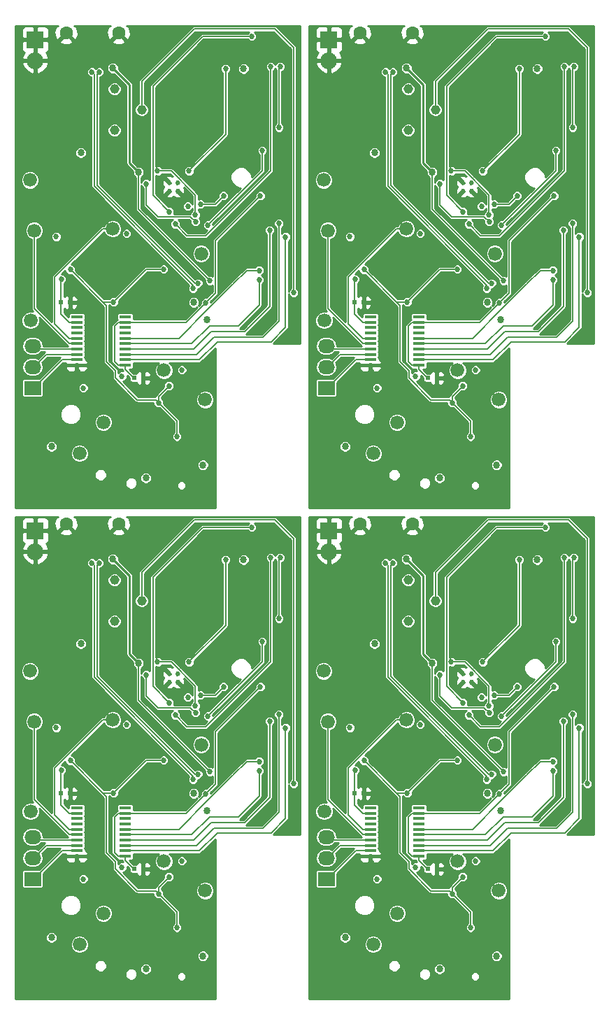
<source format=gbr>
G04 #@! TF.FileFunction,Copper,L4,Bot,Signal*
%FSLAX46Y46*%
G04 Gerber Fmt 4.6, Leading zero omitted, Abs format (unit mm)*
G04 Created by KiCad (PCBNEW 0.201602161416+6560~42~ubuntu15.10.1-product) date Wed 17 Feb 2016 03:47:36 PM EST*
%MOMM*%
G01*
G04 APERTURE LIST*
%ADD10C,0.100000*%
%ADD11C,0.457000*%
%ADD12C,1.680000*%
%ADD13R,1.450000X0.450000*%
%ADD14C,1.600000*%
%ADD15R,0.600000X0.500000*%
%ADD16R,2.032000X2.032000*%
%ADD17O,2.032000X2.032000*%
%ADD18C,1.150000*%
%ADD19R,2.032000X1.727200*%
%ADD20O,2.032000X1.727200*%
%ADD21C,0.685800*%
%ADD22C,0.863600*%
%ADD23C,0.254000*%
%ADD24C,0.152400*%
G04 APERTURE END LIST*
D10*
D11*
X68210400Y-92493800D03*
X67210400Y-92493800D03*
X68210400Y-91493800D03*
X67210400Y-91493800D03*
D12*
X50368200Y-91186000D03*
D13*
X61907000Y-107743400D03*
X61907000Y-108393400D03*
X61907000Y-109043400D03*
X61907000Y-109693400D03*
X61907000Y-110343400D03*
X61907000Y-110993400D03*
X61907000Y-111643400D03*
X61907000Y-112293400D03*
X61907000Y-112943400D03*
X61907000Y-113593400D03*
X56007000Y-113593400D03*
X56007000Y-112943400D03*
X56007000Y-112293400D03*
X56007000Y-111643400D03*
X56007000Y-110993400D03*
X56007000Y-110343400D03*
X56007000Y-109693400D03*
X56007000Y-109043400D03*
X56007000Y-108393400D03*
X56007000Y-107743400D03*
D12*
X60375800Y-97104200D03*
X50419000Y-108178600D03*
D14*
X61087000Y-73398000D03*
X54737000Y-73398000D03*
D15*
X54136200Y-105994200D03*
X55236200Y-105994200D03*
X62975400Y-115138200D03*
X64075400Y-115138200D03*
D16*
X50977800Y-74193400D03*
D17*
X50977800Y-76733400D03*
D18*
X63880000Y-82677000D03*
X60580000Y-85177000D03*
X60580000Y-80177000D03*
D12*
X71551800Y-117779800D03*
X56362600Y-124282200D03*
X59258200Y-120523000D03*
X66573400Y-114223800D03*
X50876200Y-97307400D03*
X71094600Y-100101400D03*
D19*
X50673000Y-116357400D03*
D20*
X50673000Y-113817400D03*
X50673000Y-111277400D03*
D11*
X68210400Y-33057800D03*
X67210400Y-33057800D03*
X68210400Y-32057800D03*
X67210400Y-32057800D03*
D12*
X50368200Y-31750000D03*
D13*
X61907000Y-48307400D03*
X61907000Y-48957400D03*
X61907000Y-49607400D03*
X61907000Y-50257400D03*
X61907000Y-50907400D03*
X61907000Y-51557400D03*
X61907000Y-52207400D03*
X61907000Y-52857400D03*
X61907000Y-53507400D03*
X61907000Y-54157400D03*
X56007000Y-54157400D03*
X56007000Y-53507400D03*
X56007000Y-52857400D03*
X56007000Y-52207400D03*
X56007000Y-51557400D03*
X56007000Y-50907400D03*
X56007000Y-50257400D03*
X56007000Y-49607400D03*
X56007000Y-48957400D03*
X56007000Y-48307400D03*
D12*
X60375800Y-37668200D03*
X50419000Y-48742600D03*
D14*
X61087000Y-13962000D03*
X54737000Y-13962000D03*
D15*
X54136200Y-46558200D03*
X55236200Y-46558200D03*
X62975400Y-55702200D03*
X64075400Y-55702200D03*
D16*
X50977800Y-14757400D03*
D17*
X50977800Y-17297400D03*
D18*
X63880000Y-23241000D03*
X60580000Y-25741000D03*
X60580000Y-20741000D03*
D12*
X71551800Y-58343800D03*
X56362600Y-64846200D03*
X59258200Y-61087000D03*
X66573400Y-54787800D03*
X50876200Y-37871400D03*
X71094600Y-40665400D03*
D19*
X50673000Y-56921400D03*
D20*
X50673000Y-54381400D03*
X50673000Y-51841400D03*
D11*
X32650400Y-92493800D03*
X31650400Y-92493800D03*
X32650400Y-91493800D03*
X31650400Y-91493800D03*
D12*
X14808200Y-91186000D03*
D13*
X26347000Y-107743400D03*
X26347000Y-108393400D03*
X26347000Y-109043400D03*
X26347000Y-109693400D03*
X26347000Y-110343400D03*
X26347000Y-110993400D03*
X26347000Y-111643400D03*
X26347000Y-112293400D03*
X26347000Y-112943400D03*
X26347000Y-113593400D03*
X20447000Y-113593400D03*
X20447000Y-112943400D03*
X20447000Y-112293400D03*
X20447000Y-111643400D03*
X20447000Y-110993400D03*
X20447000Y-110343400D03*
X20447000Y-109693400D03*
X20447000Y-109043400D03*
X20447000Y-108393400D03*
X20447000Y-107743400D03*
D12*
X24815800Y-97104200D03*
X14859000Y-108178600D03*
D14*
X25527000Y-73398000D03*
X19177000Y-73398000D03*
D15*
X18576200Y-105994200D03*
X19676200Y-105994200D03*
X27415400Y-115138200D03*
X28515400Y-115138200D03*
D16*
X15417800Y-74193400D03*
D17*
X15417800Y-76733400D03*
D18*
X28320000Y-82677000D03*
X25020000Y-85177000D03*
X25020000Y-80177000D03*
D12*
X35991800Y-117779800D03*
X20802600Y-124282200D03*
X23698200Y-120523000D03*
X31013400Y-114223800D03*
X15316200Y-97307400D03*
X35534600Y-100101400D03*
D19*
X15113000Y-116357400D03*
D20*
X15113000Y-113817400D03*
X15113000Y-111277400D03*
D19*
X15113000Y-56921400D03*
D20*
X15113000Y-54381400D03*
X15113000Y-51841400D03*
D12*
X35534600Y-40665400D03*
X15316200Y-37871400D03*
X31013400Y-54787800D03*
X23698200Y-61087000D03*
X20802600Y-64846200D03*
X35991800Y-58343800D03*
D18*
X28320000Y-23241000D03*
X25020000Y-25741000D03*
X25020000Y-20741000D03*
D16*
X15417800Y-14757400D03*
D17*
X15417800Y-17297400D03*
D15*
X27415400Y-55702200D03*
X28515400Y-55702200D03*
X18576200Y-46558200D03*
X19676200Y-46558200D03*
D14*
X25527000Y-13962000D03*
X19177000Y-13962000D03*
D12*
X14859000Y-48742600D03*
X24815800Y-37668200D03*
D13*
X26347000Y-48307400D03*
X26347000Y-48957400D03*
X26347000Y-49607400D03*
X26347000Y-50257400D03*
X26347000Y-50907400D03*
X26347000Y-51557400D03*
X26347000Y-52207400D03*
X26347000Y-52857400D03*
X26347000Y-53507400D03*
X26347000Y-54157400D03*
X20447000Y-54157400D03*
X20447000Y-53507400D03*
X20447000Y-52857400D03*
X20447000Y-52207400D03*
X20447000Y-51557400D03*
X20447000Y-50907400D03*
X20447000Y-50257400D03*
X20447000Y-49607400D03*
X20447000Y-48957400D03*
X20447000Y-48307400D03*
D12*
X14808200Y-31750000D03*
D11*
X32650400Y-33057800D03*
X31650400Y-33057800D03*
X32650400Y-32057800D03*
X31650400Y-32057800D03*
D21*
X72136000Y-103378000D03*
D22*
X60375800Y-77622400D03*
X63494000Y-90240200D03*
D21*
X72136000Y-43942000D03*
D22*
X60375800Y-18186400D03*
X63494000Y-30804200D03*
D21*
X36576000Y-103378000D03*
D22*
X24815800Y-77622400D03*
X27934000Y-90240200D03*
X27934000Y-30804200D03*
X24815800Y-18186400D03*
D21*
X36576000Y-43942000D03*
D22*
X78943200Y-73888600D03*
D21*
X60960000Y-86868000D03*
D22*
X56464200Y-130098800D03*
X68605400Y-124485400D03*
X52755800Y-83540600D03*
X65532000Y-130175000D03*
X77825600Y-109423200D03*
D21*
X67894200Y-85318600D03*
X65938400Y-85369400D03*
X53162200Y-124815600D03*
X70358000Y-97155000D03*
X59563000Y-94996000D03*
X71501000Y-128143000D03*
X67564000Y-130302000D03*
X70866000Y-130302000D03*
X60833000Y-129921000D03*
X63246000Y-130048000D03*
X59969400Y-114935000D03*
X52705000Y-103251000D03*
X48895000Y-105638600D03*
X61645800Y-105943400D03*
X55194200Y-103251000D03*
X66065400Y-120827800D03*
X66421000Y-106146600D03*
X54533800Y-94056200D03*
X58877200Y-125095000D03*
X78816200Y-108585000D03*
X79705200Y-107696000D03*
D22*
X78943200Y-14452600D03*
D21*
X60960000Y-27432000D03*
D22*
X56464200Y-70662800D03*
X68605400Y-65049400D03*
X52755800Y-24104600D03*
X65532000Y-70739000D03*
X77825600Y-49987200D03*
D21*
X67894200Y-25882600D03*
X65938400Y-25933400D03*
X53162200Y-65379600D03*
X70358000Y-37719000D03*
X59563000Y-35560000D03*
X71501000Y-68707000D03*
X67564000Y-70866000D03*
X70866000Y-70866000D03*
X60833000Y-70485000D03*
X63246000Y-70612000D03*
X59969400Y-55499000D03*
X52705000Y-43815000D03*
X48895000Y-46202600D03*
X61645800Y-46507400D03*
X55194200Y-43815000D03*
X66065400Y-61391800D03*
X66421000Y-46710600D03*
X54533800Y-34620200D03*
X58877200Y-65659000D03*
X78816200Y-49149000D03*
X79705200Y-48260000D03*
D22*
X43383200Y-73888600D03*
D21*
X25400000Y-86868000D03*
D22*
X20904200Y-130098800D03*
X33045400Y-124485400D03*
X17195800Y-83540600D03*
X29972000Y-130175000D03*
X42265600Y-109423200D03*
D21*
X32334200Y-85318600D03*
X30378400Y-85369400D03*
X17602200Y-124815600D03*
X34798000Y-97155000D03*
X24003000Y-94996000D03*
X35941000Y-128143000D03*
X32004000Y-130302000D03*
X35306000Y-130302000D03*
X25273000Y-129921000D03*
X27686000Y-130048000D03*
X24409400Y-114935000D03*
X17145000Y-103251000D03*
X13335000Y-105638600D03*
X26085800Y-105943400D03*
X19634200Y-103251000D03*
X30505400Y-120827800D03*
X30861000Y-106146600D03*
X18973800Y-94056200D03*
X23317200Y-125095000D03*
X43256200Y-108585000D03*
X44145200Y-107696000D03*
X44145200Y-48260000D03*
X43256200Y-49149000D03*
X23317200Y-65659000D03*
X18973800Y-34620200D03*
X30861000Y-46710600D03*
X30505400Y-61391800D03*
X19634200Y-43815000D03*
X26085800Y-46507400D03*
X13335000Y-46202600D03*
X17145000Y-43815000D03*
X24409400Y-55499000D03*
X27686000Y-70612000D03*
X25273000Y-70485000D03*
X35306000Y-70866000D03*
X32004000Y-70866000D03*
X35941000Y-68707000D03*
X24003000Y-35560000D03*
X34798000Y-37719000D03*
X17602200Y-65379600D03*
X30378400Y-25933400D03*
X32334200Y-25882600D03*
D22*
X42265600Y-49987200D03*
X29972000Y-70739000D03*
X17195800Y-24104600D03*
X33045400Y-65049400D03*
X20904200Y-70662800D03*
D21*
X25400000Y-27432000D03*
D22*
X43383200Y-14452600D03*
X71755000Y-108077000D03*
X56515000Y-87884000D03*
X71755000Y-48641000D03*
X56515000Y-28448000D03*
X36195000Y-108077000D03*
X20955000Y-87884000D03*
X20955000Y-28448000D03*
X36195000Y-48641000D03*
X52959000Y-123444000D03*
X70180200Y-105994200D03*
X76225400Y-77724000D03*
X71297800Y-125679200D03*
X64389000Y-127254000D03*
D21*
X69469000Y-94361000D03*
X61493400Y-114935000D03*
X56819800Y-116357400D03*
X54178200Y-103200200D03*
X62052200Y-97663000D03*
X53543200Y-98044000D03*
X68757800Y-114173000D03*
D22*
X52959000Y-64008000D03*
X70180200Y-46558200D03*
X76225400Y-18288000D03*
X71297800Y-66243200D03*
X64389000Y-67818000D03*
D21*
X69469000Y-34925000D03*
X61493400Y-55499000D03*
X56819800Y-56921400D03*
X54178200Y-43764200D03*
X62052200Y-38227000D03*
X53543200Y-38608000D03*
X68757800Y-54737000D03*
D22*
X17399000Y-123444000D03*
X34620200Y-105994200D03*
X40665400Y-77724000D03*
X35737800Y-125679200D03*
X28829000Y-127254000D03*
D21*
X33909000Y-94361000D03*
X25933400Y-114935000D03*
X21259800Y-116357400D03*
X18618200Y-103200200D03*
X26492200Y-97663000D03*
X17983200Y-98044000D03*
X33197800Y-114173000D03*
X33197800Y-54737000D03*
X17983200Y-38608000D03*
X26492200Y-38227000D03*
X18618200Y-43764200D03*
X21259800Y-56921400D03*
X25933400Y-55499000D03*
X33909000Y-34925000D03*
D22*
X28829000Y-67818000D03*
X35737800Y-66243200D03*
X40665400Y-18288000D03*
X34620200Y-46558200D03*
X17399000Y-64008000D03*
D21*
X65913000Y-118135400D03*
X67183000Y-116103400D03*
X55245000Y-102031800D03*
X60477400Y-105943400D03*
X66522600Y-101981000D03*
X68148200Y-122250200D03*
X65913000Y-58699400D03*
X67183000Y-56667400D03*
X55245000Y-42595800D03*
X60477400Y-46507400D03*
X66522600Y-42545000D03*
X68148200Y-62814200D03*
X30353000Y-118135400D03*
X31623000Y-116103400D03*
X19685000Y-102031800D03*
X24917400Y-105943400D03*
X30962600Y-101981000D03*
X32588200Y-122250200D03*
X32588200Y-62814200D03*
X30962600Y-42545000D03*
X24917400Y-46507400D03*
X19685000Y-42595800D03*
X31623000Y-56667400D03*
X30353000Y-58699400D03*
X70713335Y-103702162D03*
X58724800Y-78105000D03*
X70713335Y-44266162D03*
X58724800Y-18669000D03*
X35153335Y-103702162D03*
X23164800Y-78105000D03*
X23164800Y-18669000D03*
X35153335Y-44266162D03*
X70102679Y-104312818D03*
X57861200Y-78105000D03*
X70102679Y-44876818D03*
X57861200Y-18669000D03*
X34542679Y-104312818D03*
X22301200Y-78105000D03*
X22301200Y-18669000D03*
X34542679Y-44876818D03*
X74041000Y-77724000D03*
X69621400Y-90093800D03*
X74041000Y-18288000D03*
X69621400Y-30657800D03*
X38481000Y-77724000D03*
X34061400Y-90093800D03*
X34061400Y-30657800D03*
X38481000Y-18288000D03*
X77216000Y-73787000D03*
X67231518Y-95023682D03*
X77216000Y-14351000D03*
X67231518Y-35587682D03*
X41656000Y-73787000D03*
X31671518Y-95023682D03*
X31671518Y-35587682D03*
X41656000Y-14351000D03*
X79502000Y-77470000D03*
X67945000Y-96520000D03*
X79502000Y-18034000D03*
X67945000Y-37084000D03*
X43942000Y-77470000D03*
X32385000Y-96520000D03*
X32385000Y-37084000D03*
X43942000Y-18034000D03*
X80645000Y-77470000D03*
X80518000Y-84836000D03*
X80645000Y-18034000D03*
X80518000Y-25400000D03*
X45085000Y-77470000D03*
X44958000Y-84836000D03*
X44958000Y-25400000D03*
X45085000Y-18034000D03*
X78486000Y-87630000D03*
X71882000Y-96647000D03*
X78486000Y-28194000D03*
X71882000Y-37211000D03*
X42926000Y-87630000D03*
X36322000Y-96647000D03*
X36322000Y-37211000D03*
X42926000Y-28194000D03*
X64451520Y-91631673D03*
X70401272Y-96244272D03*
X64451520Y-32195673D03*
X70401272Y-36808272D03*
X28891520Y-91631673D03*
X34841272Y-96244272D03*
X34841272Y-36808272D03*
X28891520Y-32195673D03*
X70383400Y-95377000D03*
X65811400Y-90093800D03*
X70383400Y-35941000D03*
X65811400Y-30657800D03*
X34823400Y-95377000D03*
X30251400Y-90093800D03*
X30251400Y-30657800D03*
X34823400Y-35941000D03*
X70993000Y-94107000D03*
X71628000Y-106045000D03*
X73787000Y-93091000D03*
X78257400Y-93091000D03*
X70993000Y-34671000D03*
X71628000Y-46609000D03*
X73787000Y-33655000D03*
X78257400Y-33655000D03*
X35433000Y-94107000D03*
X36068000Y-106045000D03*
X38227000Y-93091000D03*
X42697400Y-93091000D03*
X42697400Y-33655000D03*
X38227000Y-33655000D03*
X36068000Y-46609000D03*
X35433000Y-34671000D03*
X82270600Y-104825800D03*
X82270600Y-45389800D03*
X46710600Y-104825800D03*
X46710600Y-45389800D03*
X79375000Y-97256600D03*
X79375000Y-37820600D03*
X43815000Y-97256600D03*
X43815000Y-37820600D03*
X81305400Y-98069400D03*
X81305400Y-38633400D03*
X45745400Y-98069400D03*
X45745400Y-38633400D03*
X78105000Y-102133400D03*
X78105000Y-42697400D03*
X42545000Y-102133400D03*
X42545000Y-42697400D03*
X78105000Y-103251000D03*
X78105000Y-43815000D03*
X42545000Y-103251000D03*
X42545000Y-43815000D03*
X80492600Y-96443800D03*
X80492600Y-37007800D03*
X44932600Y-96443800D03*
X44932600Y-37007800D03*
D23*
X60807599Y-78054199D02*
X60375800Y-77622400D01*
X62407800Y-79654400D02*
X60807599Y-78054199D01*
X62407800Y-89154000D02*
X62407800Y-79654400D01*
X63494000Y-90240200D02*
X62407800Y-89154000D01*
D24*
X63494000Y-94736000D02*
X63494000Y-90240200D01*
X72136000Y-103378000D02*
X63494000Y-94736000D01*
D23*
X60807599Y-18618199D02*
X60375800Y-18186400D01*
X62407800Y-20218400D02*
X60807599Y-18618199D01*
X62407800Y-29718000D02*
X62407800Y-20218400D01*
X63494000Y-30804200D02*
X62407800Y-29718000D01*
D24*
X63494000Y-35300000D02*
X63494000Y-30804200D01*
X72136000Y-43942000D02*
X63494000Y-35300000D01*
D23*
X25247599Y-78054199D02*
X24815800Y-77622400D01*
X26847800Y-79654400D02*
X25247599Y-78054199D01*
X26847800Y-89154000D02*
X26847800Y-79654400D01*
X27934000Y-90240200D02*
X26847800Y-89154000D01*
D24*
X27934000Y-94736000D02*
X27934000Y-90240200D01*
X36576000Y-103378000D02*
X27934000Y-94736000D01*
X36576000Y-43942000D02*
X27934000Y-35300000D01*
X27934000Y-35300000D02*
X27934000Y-30804200D01*
D23*
X27934000Y-30804200D02*
X26847800Y-29718000D01*
X26847800Y-29718000D02*
X26847800Y-20218400D01*
X26847800Y-20218400D02*
X25247599Y-18618199D01*
X25247599Y-18618199D02*
X24815800Y-18186400D01*
D24*
X63119000Y-129921000D02*
X63246000Y-130048000D01*
X60833000Y-129921000D02*
X63119000Y-129921000D01*
X59484467Y-114935000D02*
X59969400Y-114935000D01*
X56971200Y-114935000D02*
X59484467Y-114935000D01*
X56007000Y-113970800D02*
X56971200Y-114935000D01*
X56007000Y-113593400D02*
X56007000Y-113970800D01*
X55236200Y-103293000D02*
X55194200Y-103251000D01*
X55236200Y-105994200D02*
X55236200Y-103293000D01*
X63119000Y-70485000D02*
X63246000Y-70612000D01*
X60833000Y-70485000D02*
X63119000Y-70485000D01*
X59484467Y-55499000D02*
X59969400Y-55499000D01*
X56971200Y-55499000D02*
X59484467Y-55499000D01*
X56007000Y-54534800D02*
X56971200Y-55499000D01*
X56007000Y-54157400D02*
X56007000Y-54534800D01*
X55236200Y-43857000D02*
X55194200Y-43815000D01*
X55236200Y-46558200D02*
X55236200Y-43857000D01*
X27559000Y-129921000D02*
X27686000Y-130048000D01*
X25273000Y-129921000D02*
X27559000Y-129921000D01*
X23924467Y-114935000D02*
X24409400Y-114935000D01*
X21411200Y-114935000D02*
X23924467Y-114935000D01*
X20447000Y-113970800D02*
X21411200Y-114935000D01*
X20447000Y-113593400D02*
X20447000Y-113970800D01*
X19676200Y-103293000D02*
X19634200Y-103251000D01*
X19676200Y-105994200D02*
X19676200Y-103293000D01*
X19676200Y-46558200D02*
X19676200Y-43857000D01*
X19676200Y-43857000D02*
X19634200Y-43815000D01*
X20447000Y-54157400D02*
X20447000Y-54534800D01*
X20447000Y-54534800D02*
X21411200Y-55499000D01*
X21411200Y-55499000D02*
X23924467Y-55499000D01*
X23924467Y-55499000D02*
X24409400Y-55499000D01*
X25273000Y-70485000D02*
X27559000Y-70485000D01*
X27559000Y-70485000D02*
X27686000Y-70612000D01*
X54136200Y-106396600D02*
X54136200Y-105994200D01*
X54136200Y-107400000D02*
X54136200Y-106396600D01*
X55129600Y-108393400D02*
X54136200Y-107400000D01*
X56007000Y-108393400D02*
X55129600Y-108393400D01*
X54136200Y-103242200D02*
X54178200Y-103200200D01*
X54136200Y-105994200D02*
X54136200Y-103242200D01*
X54136200Y-46960600D02*
X54136200Y-46558200D01*
X54136200Y-47964000D02*
X54136200Y-46960600D01*
X55129600Y-48957400D02*
X54136200Y-47964000D01*
X56007000Y-48957400D02*
X55129600Y-48957400D01*
X54136200Y-43806200D02*
X54178200Y-43764200D01*
X54136200Y-46558200D02*
X54136200Y-43806200D01*
X18576200Y-106396600D02*
X18576200Y-105994200D01*
X18576200Y-107400000D02*
X18576200Y-106396600D01*
X19569600Y-108393400D02*
X18576200Y-107400000D01*
X20447000Y-108393400D02*
X19569600Y-108393400D01*
X18576200Y-103242200D02*
X18618200Y-103200200D01*
X18576200Y-105994200D02*
X18576200Y-103242200D01*
X18576200Y-46558200D02*
X18576200Y-43806200D01*
X18576200Y-43806200D02*
X18618200Y-43764200D01*
X20447000Y-48957400D02*
X19569600Y-48957400D01*
X19569600Y-48957400D02*
X18576200Y-47964000D01*
X18576200Y-47964000D02*
X18576200Y-46960600D01*
X18576200Y-46960600D02*
X18576200Y-46558200D01*
X65913000Y-117373400D02*
X67183000Y-116103400D01*
X65913000Y-118135400D02*
X65913000Y-117373400D01*
X68148200Y-120370600D02*
X68148200Y-122250200D01*
X65913000Y-118135400D02*
X68148200Y-120370600D01*
X65570101Y-117792501D02*
X63334901Y-117792501D01*
X65913000Y-118135400D02*
X65570101Y-117792501D01*
X63334901Y-117792501D02*
X60680600Y-115138200D01*
X60680600Y-115138200D02*
X60680600Y-114274600D01*
X60680600Y-114274600D02*
X59613800Y-113207800D01*
X59613800Y-113207800D02*
X59613800Y-106807000D01*
X59613800Y-106807000D02*
X59613800Y-106400600D01*
X59258200Y-105943400D02*
X59207400Y-105994200D01*
X60477400Y-105943400D02*
X59258200Y-105943400D01*
X59207400Y-105994200D02*
X55245000Y-102031800D01*
X59613800Y-106400600D02*
X59207400Y-105994200D01*
X64439800Y-101981000D02*
X66522600Y-101981000D01*
X60477400Y-105943400D02*
X64439800Y-101981000D01*
X65913000Y-57937400D02*
X67183000Y-56667400D01*
X65913000Y-58699400D02*
X65913000Y-57937400D01*
X68148200Y-60934600D02*
X68148200Y-62814200D01*
X65913000Y-58699400D02*
X68148200Y-60934600D01*
X65570101Y-58356501D02*
X63334901Y-58356501D01*
X65913000Y-58699400D02*
X65570101Y-58356501D01*
X63334901Y-58356501D02*
X60680600Y-55702200D01*
X60680600Y-55702200D02*
X60680600Y-54838600D01*
X60680600Y-54838600D02*
X59613800Y-53771800D01*
X59613800Y-53771800D02*
X59613800Y-47371000D01*
X59613800Y-47371000D02*
X59613800Y-46964600D01*
X59258200Y-46507400D02*
X59207400Y-46558200D01*
X60477400Y-46507400D02*
X59258200Y-46507400D01*
X59207400Y-46558200D02*
X55245000Y-42595800D01*
X59613800Y-46964600D02*
X59207400Y-46558200D01*
X64439800Y-42545000D02*
X66522600Y-42545000D01*
X60477400Y-46507400D02*
X64439800Y-42545000D01*
X30353000Y-117373400D02*
X31623000Y-116103400D01*
X30353000Y-118135400D02*
X30353000Y-117373400D01*
X32588200Y-120370600D02*
X32588200Y-122250200D01*
X30353000Y-118135400D02*
X32588200Y-120370600D01*
X30010101Y-117792501D02*
X27774901Y-117792501D01*
X30353000Y-118135400D02*
X30010101Y-117792501D01*
X27774901Y-117792501D02*
X25120600Y-115138200D01*
X25120600Y-115138200D02*
X25120600Y-114274600D01*
X25120600Y-114274600D02*
X24053800Y-113207800D01*
X24053800Y-113207800D02*
X24053800Y-106807000D01*
X24053800Y-106807000D02*
X24053800Y-106400600D01*
X23698200Y-105943400D02*
X23647400Y-105994200D01*
X24917400Y-105943400D02*
X23698200Y-105943400D01*
X23647400Y-105994200D02*
X19685000Y-102031800D01*
X24053800Y-106400600D02*
X23647400Y-105994200D01*
X28879800Y-101981000D02*
X30962600Y-101981000D01*
X24917400Y-105943400D02*
X28879800Y-101981000D01*
X24917400Y-46507400D02*
X28879800Y-42545000D01*
X28879800Y-42545000D02*
X30962600Y-42545000D01*
X24053800Y-46964600D02*
X23647400Y-46558200D01*
X23647400Y-46558200D02*
X19685000Y-42595800D01*
X24917400Y-46507400D02*
X23698200Y-46507400D01*
X23698200Y-46507400D02*
X23647400Y-46558200D01*
X24053800Y-47371000D02*
X24053800Y-46964600D01*
X24053800Y-53771800D02*
X24053800Y-47371000D01*
X25120600Y-54838600D02*
X24053800Y-53771800D01*
X25120600Y-55702200D02*
X25120600Y-54838600D01*
X27774901Y-58356501D02*
X25120600Y-55702200D01*
X30353000Y-58699400D02*
X30010101Y-58356501D01*
X30010101Y-58356501D02*
X27774901Y-58356501D01*
X30353000Y-58699400D02*
X32588200Y-60934600D01*
X32588200Y-60934600D02*
X32588200Y-62814200D01*
X30353000Y-58699400D02*
X30353000Y-57937400D01*
X30353000Y-57937400D02*
X31623000Y-56667400D01*
X58458099Y-91824096D02*
X58458099Y-78371701D01*
X70336165Y-103702162D02*
X58458099Y-91824096D01*
X70713335Y-103702162D02*
X70336165Y-103702162D01*
X58458099Y-78371701D02*
X58724800Y-78105000D01*
X58458099Y-32388096D02*
X58458099Y-18935701D01*
X70336165Y-44266162D02*
X58458099Y-32388096D01*
X70713335Y-44266162D02*
X70336165Y-44266162D01*
X58458099Y-18935701D02*
X58724800Y-18669000D01*
X22898099Y-91824096D02*
X22898099Y-78371701D01*
X34776165Y-103702162D02*
X22898099Y-91824096D01*
X35153335Y-103702162D02*
X34776165Y-103702162D01*
X22898099Y-78371701D02*
X23164800Y-78105000D01*
X22898099Y-18935701D02*
X23164800Y-18669000D01*
X35153335Y-44266162D02*
X34776165Y-44266162D01*
X34776165Y-44266162D02*
X22898099Y-32388096D01*
X22898099Y-32388096D02*
X22898099Y-18935701D01*
X58127901Y-91960870D02*
X58127901Y-78371701D01*
X58127901Y-78371701D02*
X57861200Y-78105000D01*
X70102679Y-103935648D02*
X58127901Y-91960870D01*
X70102679Y-104312818D02*
X70102679Y-103935648D01*
X58127901Y-32524870D02*
X58127901Y-18935701D01*
X58127901Y-18935701D02*
X57861200Y-18669000D01*
X70102679Y-44499648D02*
X58127901Y-32524870D01*
X70102679Y-44876818D02*
X70102679Y-44499648D01*
X22567901Y-91960870D02*
X22567901Y-78371701D01*
X22567901Y-78371701D02*
X22301200Y-78105000D01*
X34542679Y-103935648D02*
X22567901Y-91960870D01*
X34542679Y-104312818D02*
X34542679Y-103935648D01*
X34542679Y-44876818D02*
X34542679Y-44499648D01*
X34542679Y-44499648D02*
X22567901Y-32524870D01*
X22567901Y-18935701D02*
X22301200Y-18669000D01*
X22567901Y-32524870D02*
X22567901Y-18935701D01*
X51039000Y-111643400D02*
X50673000Y-111277400D01*
X56007000Y-111643400D02*
X51039000Y-111643400D01*
X51039000Y-52207400D02*
X50673000Y-51841400D01*
X56007000Y-52207400D02*
X51039000Y-52207400D01*
X15479000Y-111643400D02*
X15113000Y-111277400D01*
X20447000Y-111643400D02*
X15479000Y-111643400D01*
X20447000Y-52207400D02*
X15479000Y-52207400D01*
X15479000Y-52207400D02*
X15113000Y-51841400D01*
X74041000Y-85674200D02*
X74041000Y-77724000D01*
X69621400Y-90093800D02*
X74041000Y-85674200D01*
X74041000Y-26238200D02*
X74041000Y-18288000D01*
X69621400Y-30657800D02*
X74041000Y-26238200D01*
X38481000Y-85674200D02*
X38481000Y-77724000D01*
X34061400Y-90093800D02*
X38481000Y-85674200D01*
X34061400Y-30657800D02*
X38481000Y-26238200D01*
X38481000Y-26238200D02*
X38481000Y-18288000D01*
X65239899Y-93032063D02*
X65239899Y-79794101D01*
X67231518Y-95023682D02*
X65239899Y-93032063D01*
X71247000Y-73787000D02*
X77216000Y-73787000D01*
X65239899Y-79794101D02*
X71247000Y-73787000D01*
X65239899Y-33596063D02*
X65239899Y-20358101D01*
X67231518Y-35587682D02*
X65239899Y-33596063D01*
X71247000Y-14351000D02*
X77216000Y-14351000D01*
X65239899Y-20358101D02*
X71247000Y-14351000D01*
X29679899Y-93032063D02*
X29679899Y-79794101D01*
X31671518Y-95023682D02*
X29679899Y-93032063D01*
X35687000Y-73787000D02*
X41656000Y-73787000D01*
X29679899Y-79794101D02*
X35687000Y-73787000D01*
X29679899Y-20358101D02*
X35687000Y-14351000D01*
X35687000Y-14351000D02*
X41656000Y-14351000D01*
X31671518Y-35587682D02*
X29679899Y-33596063D01*
X29679899Y-33596063D02*
X29679899Y-20358101D01*
X79502000Y-90043000D02*
X79502000Y-77954933D01*
X72199501Y-97345499D02*
X79502000Y-90043000D01*
X79502000Y-77954933D02*
X79502000Y-77470000D01*
X72199501Y-97345499D02*
X71628000Y-97917000D01*
X69342000Y-97917000D02*
X69723000Y-97917000D01*
X67945000Y-96520000D02*
X69342000Y-97917000D01*
X71628000Y-97917000D02*
X69723000Y-97917000D01*
X79502000Y-30607000D02*
X79502000Y-18518933D01*
X72199501Y-37909499D02*
X79502000Y-30607000D01*
X79502000Y-18518933D02*
X79502000Y-18034000D01*
X72199501Y-37909499D02*
X71628000Y-38481000D01*
X69342000Y-38481000D02*
X69723000Y-38481000D01*
X67945000Y-37084000D02*
X69342000Y-38481000D01*
X71628000Y-38481000D02*
X69723000Y-38481000D01*
X43942000Y-90043000D02*
X43942000Y-77954933D01*
X36639501Y-97345499D02*
X43942000Y-90043000D01*
X43942000Y-77954933D02*
X43942000Y-77470000D01*
X36639501Y-97345499D02*
X36068000Y-97917000D01*
X33782000Y-97917000D02*
X34163000Y-97917000D01*
X32385000Y-96520000D02*
X33782000Y-97917000D01*
X36068000Y-97917000D02*
X34163000Y-97917000D01*
X36068000Y-38481000D02*
X34163000Y-38481000D01*
X32385000Y-37084000D02*
X33782000Y-38481000D01*
X33782000Y-38481000D02*
X34163000Y-38481000D01*
X36639501Y-37909499D02*
X36068000Y-38481000D01*
X43942000Y-18518933D02*
X43942000Y-18034000D01*
X36639501Y-37909499D02*
X43942000Y-30607000D01*
X43942000Y-30607000D02*
X43942000Y-18518933D01*
X80518000Y-77597000D02*
X80645000Y-77470000D01*
X80518000Y-84836000D02*
X80518000Y-77597000D01*
X80518000Y-18161000D02*
X80645000Y-18034000D01*
X80518000Y-25400000D02*
X80518000Y-18161000D01*
X44958000Y-77597000D02*
X45085000Y-77470000D01*
X44958000Y-84836000D02*
X44958000Y-77597000D01*
X44958000Y-25400000D02*
X44958000Y-18161000D01*
X44958000Y-18161000D02*
X45085000Y-18034000D01*
X78486000Y-90043000D02*
X78486000Y-87630000D01*
X71882000Y-96647000D02*
X78486000Y-90043000D01*
X78486000Y-30607000D02*
X78486000Y-28194000D01*
X71882000Y-37211000D02*
X78486000Y-30607000D01*
X42926000Y-90043000D02*
X42926000Y-87630000D01*
X36322000Y-96647000D02*
X42926000Y-90043000D01*
X36322000Y-37211000D02*
X42926000Y-30607000D01*
X42926000Y-30607000D02*
X42926000Y-28194000D01*
X64451520Y-92116606D02*
X64451520Y-91631673D01*
X65848520Y-95631000D02*
X64451520Y-94234000D01*
X70401272Y-96244272D02*
X69788000Y-95631000D01*
X64451520Y-94234000D02*
X64451520Y-92116606D01*
X69788000Y-95631000D02*
X65848520Y-95631000D01*
X64451520Y-32680606D02*
X64451520Y-32195673D01*
X65848520Y-36195000D02*
X64451520Y-34798000D01*
X70401272Y-36808272D02*
X69788000Y-36195000D01*
X64451520Y-34798000D02*
X64451520Y-32680606D01*
X69788000Y-36195000D02*
X65848520Y-36195000D01*
X28891520Y-92116606D02*
X28891520Y-91631673D01*
X30288520Y-95631000D02*
X28891520Y-94234000D01*
X34841272Y-96244272D02*
X34228000Y-95631000D01*
X28891520Y-94234000D02*
X28891520Y-92116606D01*
X34228000Y-95631000D02*
X30288520Y-95631000D01*
X34228000Y-36195000D02*
X30288520Y-36195000D01*
X28891520Y-34798000D02*
X28891520Y-32680606D01*
X34841272Y-36808272D02*
X34228000Y-36195000D01*
X30288520Y-36195000D02*
X28891520Y-34798000D01*
X28891520Y-32680606D02*
X28891520Y-32195673D01*
X66296333Y-90093800D02*
X65811400Y-90093800D01*
X70383400Y-92990290D02*
X67486910Y-90093800D01*
X67486910Y-90093800D02*
X66296333Y-90093800D01*
X70383400Y-95377000D02*
X70383400Y-92990290D01*
X66296333Y-30657800D02*
X65811400Y-30657800D01*
X70383400Y-33554290D02*
X67486910Y-30657800D01*
X67486910Y-30657800D02*
X66296333Y-30657800D01*
X70383400Y-35941000D02*
X70383400Y-33554290D01*
X30736333Y-90093800D02*
X30251400Y-90093800D01*
X34823400Y-92990290D02*
X31926910Y-90093800D01*
X31926910Y-90093800D02*
X30736333Y-90093800D01*
X34823400Y-95377000D02*
X34823400Y-92990290D01*
X34823400Y-35941000D02*
X34823400Y-33554290D01*
X31926910Y-30657800D02*
X30736333Y-30657800D01*
X34823400Y-33554290D02*
X31926910Y-30657800D01*
X30736333Y-30657800D02*
X30251400Y-30657800D01*
X72771000Y-94107000D02*
X73787000Y-93091000D01*
X70993000Y-94107000D02*
X72771000Y-94107000D01*
X71285101Y-106387899D02*
X71628000Y-106045000D01*
X69279600Y-108393400D02*
X71285101Y-106387899D01*
X61907000Y-108393400D02*
X69279600Y-108393400D01*
X62925400Y-115138200D02*
X62975400Y-115138200D01*
X61907000Y-114119800D02*
X62925400Y-115138200D01*
X61907000Y-113593400D02*
X61907000Y-114119800D01*
X61029600Y-108393400D02*
X60579000Y-108844000D01*
X61907000Y-108393400D02*
X61029600Y-108393400D01*
X61029600Y-113593400D02*
X61907000Y-113593400D01*
X60579000Y-113142800D02*
X61029600Y-113593400D01*
X60579000Y-108844000D02*
X60579000Y-113142800D01*
X74828400Y-96520000D02*
X78257400Y-93091000D01*
X72821800Y-98526600D02*
X74828400Y-96520000D01*
X72821800Y-104851200D02*
X72821800Y-98526600D01*
X71628000Y-106045000D02*
X72821800Y-104851200D01*
X72771000Y-34671000D02*
X73787000Y-33655000D01*
X70993000Y-34671000D02*
X72771000Y-34671000D01*
X71285101Y-46951899D02*
X71628000Y-46609000D01*
X69279600Y-48957400D02*
X71285101Y-46951899D01*
X61907000Y-48957400D02*
X69279600Y-48957400D01*
X62925400Y-55702200D02*
X62975400Y-55702200D01*
X61907000Y-54683800D02*
X62925400Y-55702200D01*
X61907000Y-54157400D02*
X61907000Y-54683800D01*
X61029600Y-48957400D02*
X60579000Y-49408000D01*
X61907000Y-48957400D02*
X61029600Y-48957400D01*
X61029600Y-54157400D02*
X61907000Y-54157400D01*
X60579000Y-53706800D02*
X61029600Y-54157400D01*
X60579000Y-49408000D02*
X60579000Y-53706800D01*
X74828400Y-37084000D02*
X78257400Y-33655000D01*
X72821800Y-39090600D02*
X74828400Y-37084000D01*
X72821800Y-45415200D02*
X72821800Y-39090600D01*
X71628000Y-46609000D02*
X72821800Y-45415200D01*
X37211000Y-94107000D02*
X38227000Y-93091000D01*
X35433000Y-94107000D02*
X37211000Y-94107000D01*
X35725101Y-106387899D02*
X36068000Y-106045000D01*
X33719600Y-108393400D02*
X35725101Y-106387899D01*
X26347000Y-108393400D02*
X33719600Y-108393400D01*
X27365400Y-115138200D02*
X27415400Y-115138200D01*
X26347000Y-114119800D02*
X27365400Y-115138200D01*
X26347000Y-113593400D02*
X26347000Y-114119800D01*
X25469600Y-108393400D02*
X25019000Y-108844000D01*
X26347000Y-108393400D02*
X25469600Y-108393400D01*
X25469600Y-113593400D02*
X26347000Y-113593400D01*
X25019000Y-113142800D02*
X25469600Y-113593400D01*
X25019000Y-108844000D02*
X25019000Y-113142800D01*
X39268400Y-96520000D02*
X42697400Y-93091000D01*
X37261800Y-98526600D02*
X39268400Y-96520000D01*
X37261800Y-104851200D02*
X37261800Y-98526600D01*
X36068000Y-106045000D02*
X37261800Y-104851200D01*
X36068000Y-46609000D02*
X37261800Y-45415200D01*
X37261800Y-45415200D02*
X37261800Y-39090600D01*
X37261800Y-39090600D02*
X39268400Y-37084000D01*
X39268400Y-37084000D02*
X42697400Y-33655000D01*
X25019000Y-49408000D02*
X25019000Y-53706800D01*
X25019000Y-53706800D02*
X25469600Y-54157400D01*
X25469600Y-54157400D02*
X26347000Y-54157400D01*
X26347000Y-48957400D02*
X25469600Y-48957400D01*
X25469600Y-48957400D02*
X25019000Y-49408000D01*
X26347000Y-54157400D02*
X26347000Y-54683800D01*
X26347000Y-54683800D02*
X27365400Y-55702200D01*
X27365400Y-55702200D02*
X27415400Y-55702200D01*
X26347000Y-48957400D02*
X33719600Y-48957400D01*
X33719600Y-48957400D02*
X35725101Y-46951899D01*
X35725101Y-46951899D02*
X36068000Y-46609000D01*
X35433000Y-34671000D02*
X37211000Y-34671000D01*
X37211000Y-34671000D02*
X38227000Y-33655000D01*
X63880000Y-82677000D02*
X63880000Y-79249000D01*
X63880000Y-79249000D02*
X70231000Y-72898000D01*
X70231000Y-72898000D02*
X80010000Y-72898000D01*
X80010000Y-72898000D02*
X82296000Y-75184000D01*
X82296000Y-75184000D02*
X82296000Y-101206320D01*
X82296000Y-104800400D02*
X82270600Y-104825800D01*
X82296000Y-101206320D02*
X82296000Y-104800400D01*
X63880000Y-23241000D02*
X63880000Y-19813000D01*
X63880000Y-19813000D02*
X70231000Y-13462000D01*
X70231000Y-13462000D02*
X80010000Y-13462000D01*
X80010000Y-13462000D02*
X82296000Y-15748000D01*
X82296000Y-15748000D02*
X82296000Y-41770320D01*
X82296000Y-45364400D02*
X82270600Y-45389800D01*
X82296000Y-41770320D02*
X82296000Y-45364400D01*
X28320000Y-82677000D02*
X28320000Y-79249000D01*
X28320000Y-79249000D02*
X34671000Y-72898000D01*
X34671000Y-72898000D02*
X44450000Y-72898000D01*
X44450000Y-72898000D02*
X46736000Y-75184000D01*
X46736000Y-75184000D02*
X46736000Y-101206320D01*
X46736000Y-104800400D02*
X46710600Y-104825800D01*
X46736000Y-101206320D02*
X46736000Y-104800400D01*
X46736000Y-41770320D02*
X46736000Y-45364400D01*
X46736000Y-45364400D02*
X46710600Y-45389800D01*
X46736000Y-15748000D02*
X46736000Y-41770320D01*
X44450000Y-13462000D02*
X46736000Y-15748000D01*
X34671000Y-13462000D02*
X44450000Y-13462000D01*
X28320000Y-19813000D02*
X34671000Y-13462000D01*
X28320000Y-23241000D02*
X28320000Y-19813000D01*
X79375000Y-106502200D02*
X79375000Y-97256600D01*
X76327000Y-109550200D02*
X79375000Y-106502200D01*
X72263000Y-109550200D02*
X76327000Y-109550200D01*
X70169800Y-111643400D02*
X72263000Y-109550200D01*
X61907000Y-111643400D02*
X70169800Y-111643400D01*
X79375000Y-47066200D02*
X79375000Y-37820600D01*
X76327000Y-50114200D02*
X79375000Y-47066200D01*
X72263000Y-50114200D02*
X76327000Y-50114200D01*
X70169800Y-52207400D02*
X72263000Y-50114200D01*
X61907000Y-52207400D02*
X70169800Y-52207400D01*
X43815000Y-106502200D02*
X43815000Y-97256600D01*
X40767000Y-109550200D02*
X43815000Y-106502200D01*
X36703000Y-109550200D02*
X40767000Y-109550200D01*
X34609800Y-111643400D02*
X36703000Y-109550200D01*
X26347000Y-111643400D02*
X34609800Y-111643400D01*
X26347000Y-52207400D02*
X34609800Y-52207400D01*
X34609800Y-52207400D02*
X36703000Y-50114200D01*
X36703000Y-50114200D02*
X40767000Y-50114200D01*
X40767000Y-50114200D02*
X43815000Y-47066200D01*
X43815000Y-47066200D02*
X43815000Y-37820600D01*
X55129600Y-112943400D02*
X56007000Y-112943400D01*
X54239400Y-112943400D02*
X55129600Y-112943400D01*
X50825400Y-116357400D02*
X54239400Y-112943400D01*
X50673000Y-116357400D02*
X50825400Y-116357400D01*
X55129600Y-53507400D02*
X56007000Y-53507400D01*
X54239400Y-53507400D02*
X55129600Y-53507400D01*
X50825400Y-56921400D02*
X54239400Y-53507400D01*
X50673000Y-56921400D02*
X50825400Y-56921400D01*
X19569600Y-112943400D02*
X20447000Y-112943400D01*
X18679400Y-112943400D02*
X19569600Y-112943400D01*
X15265400Y-116357400D02*
X18679400Y-112943400D01*
X15113000Y-116357400D02*
X15265400Y-116357400D01*
X15113000Y-56921400D02*
X15265400Y-56921400D01*
X15265400Y-56921400D02*
X18679400Y-53507400D01*
X18679400Y-53507400D02*
X19569600Y-53507400D01*
X19569600Y-53507400D02*
X20447000Y-53507400D01*
X50876200Y-106740000D02*
X50876200Y-98495339D01*
X50876200Y-98495339D02*
X50876200Y-97307400D01*
X55129600Y-110993400D02*
X50876200Y-106740000D01*
X56007000Y-110993400D02*
X55129600Y-110993400D01*
X50876200Y-47304000D02*
X50876200Y-39059339D01*
X50876200Y-39059339D02*
X50876200Y-37871400D01*
X55129600Y-51557400D02*
X50876200Y-47304000D01*
X56007000Y-51557400D02*
X55129600Y-51557400D01*
X15316200Y-106740000D02*
X15316200Y-98495339D01*
X15316200Y-98495339D02*
X15316200Y-97307400D01*
X19569600Y-110993400D02*
X15316200Y-106740000D01*
X20447000Y-110993400D02*
X19569600Y-110993400D01*
X20447000Y-51557400D02*
X19569600Y-51557400D01*
X19569600Y-51557400D02*
X15316200Y-47304000D01*
X15316200Y-39059339D02*
X15316200Y-37871400D01*
X15316200Y-47304000D02*
X15316200Y-39059339D01*
X55129600Y-110343400D02*
X56007000Y-110343400D01*
X53365400Y-108579200D02*
X55129600Y-110343400D01*
X53365400Y-102926661D02*
X53365400Y-108579200D01*
X59187861Y-97104200D02*
X53365400Y-102926661D01*
X60375800Y-97104200D02*
X59187861Y-97104200D01*
X55129600Y-50907400D02*
X56007000Y-50907400D01*
X53365400Y-49143200D02*
X55129600Y-50907400D01*
X53365400Y-43490661D02*
X53365400Y-49143200D01*
X59187861Y-37668200D02*
X53365400Y-43490661D01*
X60375800Y-37668200D02*
X59187861Y-37668200D01*
X19569600Y-110343400D02*
X20447000Y-110343400D01*
X17805400Y-108579200D02*
X19569600Y-110343400D01*
X17805400Y-102926661D02*
X17805400Y-108579200D01*
X23627861Y-97104200D02*
X17805400Y-102926661D01*
X24815800Y-97104200D02*
X23627861Y-97104200D01*
X24815800Y-37668200D02*
X23627861Y-37668200D01*
X23627861Y-37668200D02*
X17805400Y-43490661D01*
X17805400Y-43490661D02*
X17805400Y-49143200D01*
X17805400Y-49143200D02*
X19569600Y-50907400D01*
X19569600Y-50907400D02*
X20447000Y-50907400D01*
X81305400Y-109042200D02*
X81305400Y-107315000D01*
X79578200Y-110769400D02*
X81305400Y-109042200D01*
X73075800Y-110769400D02*
X79578200Y-110769400D01*
X70901800Y-112943400D02*
X73075800Y-110769400D01*
X61907000Y-112943400D02*
X70901800Y-112943400D01*
X81305400Y-107315000D02*
X81305400Y-98069400D01*
X81305400Y-107416600D02*
X81305400Y-107315000D01*
X81305400Y-49606200D02*
X81305400Y-47879000D01*
X79578200Y-51333400D02*
X81305400Y-49606200D01*
X73075800Y-51333400D02*
X79578200Y-51333400D01*
X70901800Y-53507400D02*
X73075800Y-51333400D01*
X61907000Y-53507400D02*
X70901800Y-53507400D01*
X81305400Y-47879000D02*
X81305400Y-38633400D01*
X81305400Y-47980600D02*
X81305400Y-47879000D01*
X45745400Y-109042200D02*
X45745400Y-107315000D01*
X44018200Y-110769400D02*
X45745400Y-109042200D01*
X37515800Y-110769400D02*
X44018200Y-110769400D01*
X35341800Y-112943400D02*
X37515800Y-110769400D01*
X26347000Y-112943400D02*
X35341800Y-112943400D01*
X45745400Y-107315000D02*
X45745400Y-98069400D01*
X45745400Y-107416600D02*
X45745400Y-107315000D01*
X45745400Y-47980600D02*
X45745400Y-47879000D01*
X45745400Y-47879000D02*
X45745400Y-38633400D01*
X26347000Y-53507400D02*
X35341800Y-53507400D01*
X35341800Y-53507400D02*
X37515800Y-51333400D01*
X37515800Y-51333400D02*
X44018200Y-51333400D01*
X44018200Y-51333400D02*
X45745400Y-49606200D01*
X45745400Y-49606200D02*
X45745400Y-47879000D01*
X50825400Y-113817400D02*
X50673000Y-113817400D01*
X52349400Y-112293400D02*
X50825400Y-113817400D01*
X56007000Y-112293400D02*
X52349400Y-112293400D01*
X50825400Y-54381400D02*
X50673000Y-54381400D01*
X52349400Y-52857400D02*
X50825400Y-54381400D01*
X56007000Y-52857400D02*
X52349400Y-52857400D01*
X15265400Y-113817400D02*
X15113000Y-113817400D01*
X16789400Y-112293400D02*
X15265400Y-113817400D01*
X20447000Y-112293400D02*
X16789400Y-112293400D01*
X20447000Y-52857400D02*
X16789400Y-52857400D01*
X16789400Y-52857400D02*
X15265400Y-54381400D01*
X15265400Y-54381400D02*
X15113000Y-54381400D01*
X61907000Y-110343400D02*
X68371000Y-110343400D01*
X68371000Y-110343400D02*
X71907400Y-106807000D01*
X71907400Y-106807000D02*
X74955400Y-103759000D01*
X76581000Y-102133400D02*
X78105000Y-102133400D01*
X74955400Y-103759000D02*
X76581000Y-102133400D01*
X61907000Y-50907400D02*
X68371000Y-50907400D01*
X68371000Y-50907400D02*
X71907400Y-47371000D01*
X71907400Y-47371000D02*
X74955400Y-44323000D01*
X76581000Y-42697400D02*
X78105000Y-42697400D01*
X74955400Y-44323000D02*
X76581000Y-42697400D01*
X26347000Y-110343400D02*
X32811000Y-110343400D01*
X32811000Y-110343400D02*
X36347400Y-106807000D01*
X36347400Y-106807000D02*
X39395400Y-103759000D01*
X41021000Y-102133400D02*
X42545000Y-102133400D01*
X39395400Y-103759000D02*
X41021000Y-102133400D01*
X39395400Y-44323000D02*
X41021000Y-42697400D01*
X41021000Y-42697400D02*
X42545000Y-42697400D01*
X36347400Y-47371000D02*
X39395400Y-44323000D01*
X32811000Y-50907400D02*
X36347400Y-47371000D01*
X26347000Y-50907400D02*
X32811000Y-50907400D01*
X61907000Y-110993400D02*
X69956200Y-110993400D01*
X69956200Y-110993400D02*
X72009000Y-108940600D01*
X72009000Y-108940600D02*
X72059800Y-108889800D01*
X72059800Y-108889800D02*
X75565000Y-108889800D01*
X78105000Y-106349800D02*
X78105000Y-103251000D01*
X75565000Y-108889800D02*
X78105000Y-106349800D01*
X61907000Y-51557400D02*
X69956200Y-51557400D01*
X69956200Y-51557400D02*
X72009000Y-49504600D01*
X72009000Y-49504600D02*
X72059800Y-49453800D01*
X72059800Y-49453800D02*
X75565000Y-49453800D01*
X78105000Y-46913800D02*
X78105000Y-43815000D01*
X75565000Y-49453800D02*
X78105000Y-46913800D01*
X26347000Y-110993400D02*
X34396200Y-110993400D01*
X34396200Y-110993400D02*
X36449000Y-108940600D01*
X36449000Y-108940600D02*
X36499800Y-108889800D01*
X36499800Y-108889800D02*
X40005000Y-108889800D01*
X42545000Y-106349800D02*
X42545000Y-103251000D01*
X40005000Y-108889800D02*
X42545000Y-106349800D01*
X40005000Y-49453800D02*
X42545000Y-46913800D01*
X42545000Y-46913800D02*
X42545000Y-43815000D01*
X36499800Y-49453800D02*
X40005000Y-49453800D01*
X36449000Y-49504600D02*
X36499800Y-49453800D01*
X34396200Y-51557400D02*
X36449000Y-49504600D01*
X26347000Y-51557400D02*
X34396200Y-51557400D01*
X61907000Y-112293400D02*
X62784400Y-112293400D01*
X61907000Y-112293400D02*
X70485000Y-112293400D01*
X70485000Y-112293400D02*
X70535800Y-112293400D01*
X70535800Y-112293400D02*
X72618600Y-110210600D01*
X72618600Y-110210600D02*
X77495400Y-110210600D01*
X77495400Y-110210600D02*
X78562200Y-110210600D01*
X80492600Y-108280200D02*
X80492600Y-96443800D01*
X78562200Y-110210600D02*
X80492600Y-108280200D01*
X61907000Y-52857400D02*
X62784400Y-52857400D01*
X61907000Y-52857400D02*
X70485000Y-52857400D01*
X70485000Y-52857400D02*
X70535800Y-52857400D01*
X70535800Y-52857400D02*
X72618600Y-50774600D01*
X72618600Y-50774600D02*
X77495400Y-50774600D01*
X77495400Y-50774600D02*
X78562200Y-50774600D01*
X80492600Y-48844200D02*
X80492600Y-37007800D01*
X78562200Y-50774600D02*
X80492600Y-48844200D01*
X26347000Y-112293400D02*
X27224400Y-112293400D01*
X26347000Y-112293400D02*
X34925000Y-112293400D01*
X34925000Y-112293400D02*
X34975800Y-112293400D01*
X34975800Y-112293400D02*
X37058600Y-110210600D01*
X37058600Y-110210600D02*
X41935400Y-110210600D01*
X41935400Y-110210600D02*
X43002200Y-110210600D01*
X44932600Y-108280200D02*
X44932600Y-96443800D01*
X43002200Y-110210600D02*
X44932600Y-108280200D01*
X43002200Y-50774600D02*
X44932600Y-48844200D01*
X44932600Y-48844200D02*
X44932600Y-37007800D01*
X41935400Y-50774600D02*
X43002200Y-50774600D01*
X37058600Y-50774600D02*
X41935400Y-50774600D01*
X34975800Y-52857400D02*
X37058600Y-50774600D01*
X34925000Y-52857400D02*
X34975800Y-52857400D01*
X26347000Y-52857400D02*
X34925000Y-52857400D01*
X26347000Y-52857400D02*
X27224400Y-52857400D01*
D23*
G36*
X18169253Y-13133861D02*
X17923136Y-13207995D01*
X17730035Y-13745223D01*
X17757222Y-14315454D01*
X17923136Y-14716005D01*
X18169255Y-14790139D01*
X18997395Y-13962000D01*
X18983252Y-13947858D01*
X19162858Y-13768252D01*
X19177000Y-13782395D01*
X19191142Y-13768252D01*
X19370748Y-13947858D01*
X19356605Y-13962000D01*
X20184745Y-14790139D01*
X20430864Y-14716005D01*
X20623965Y-14178777D01*
X20596778Y-13608546D01*
X20430864Y-13207995D01*
X20184747Y-13133861D01*
X20264208Y-13054400D01*
X24439792Y-13054400D01*
X24519253Y-13133861D01*
X24273136Y-13207995D01*
X24080035Y-13745223D01*
X24107222Y-14315454D01*
X24273136Y-14716005D01*
X24519255Y-14790139D01*
X25347395Y-13962000D01*
X25333252Y-13947858D01*
X25512858Y-13768252D01*
X25527000Y-13782395D01*
X25541142Y-13768252D01*
X25720748Y-13947858D01*
X25706605Y-13962000D01*
X26534745Y-14790139D01*
X26780864Y-14716005D01*
X26973965Y-14178777D01*
X26946778Y-13608546D01*
X26780864Y-13207995D01*
X26534747Y-13133861D01*
X26614208Y-13054400D01*
X47524600Y-13054400D01*
X47524600Y-51562000D01*
X44292494Y-51562000D01*
X45996847Y-49857647D01*
X46073932Y-49742282D01*
X46101000Y-49606200D01*
X46101000Y-45544038D01*
X46182732Y-45741844D01*
X46357635Y-45917053D01*
X46586274Y-46011992D01*
X46833840Y-46012208D01*
X47062644Y-45917668D01*
X47237853Y-45742765D01*
X47332792Y-45514126D01*
X47333008Y-45266560D01*
X47238468Y-45037756D01*
X47091600Y-44890631D01*
X47091600Y-15748000D01*
X47064532Y-15611918D01*
X47064532Y-15611917D01*
X46987447Y-15496553D01*
X44701447Y-13210553D01*
X44586083Y-13133468D01*
X44450000Y-13106400D01*
X34671000Y-13106400D01*
X34534918Y-13133468D01*
X34534916Y-13133469D01*
X34534917Y-13133469D01*
X34419553Y-13210553D01*
X28068553Y-19561553D01*
X27991468Y-19676917D01*
X27991468Y-19676918D01*
X27964400Y-19813000D01*
X27964400Y-22463468D01*
X27836653Y-22516252D01*
X27596097Y-22756389D01*
X27465748Y-23070304D01*
X27465452Y-23410205D01*
X27595252Y-23724347D01*
X27835389Y-23964903D01*
X28149304Y-24095252D01*
X28489205Y-24095548D01*
X28803347Y-23965748D01*
X29043903Y-23725611D01*
X29174252Y-23411696D01*
X29174548Y-23071795D01*
X29044748Y-22757653D01*
X28804611Y-22517097D01*
X28675600Y-22463527D01*
X28675600Y-19960294D01*
X34818294Y-13817600D01*
X41317344Y-13817600D01*
X41303956Y-13823132D01*
X41131387Y-13995400D01*
X35687000Y-13995400D01*
X35550918Y-14022468D01*
X35435553Y-14099553D01*
X29428452Y-20106654D01*
X29351367Y-20222018D01*
X29351367Y-20222019D01*
X29324299Y-20358101D01*
X29324299Y-31748374D01*
X29244485Y-31668420D01*
X29015846Y-31573481D01*
X28768280Y-31573265D01*
X28539476Y-31667805D01*
X28364267Y-31842708D01*
X28289600Y-32022526D01*
X28289600Y-31426788D01*
X28336336Y-31407477D01*
X28536574Y-31207588D01*
X28645076Y-30946287D01*
X28645323Y-30663354D01*
X28537277Y-30401864D01*
X28337388Y-30201626D01*
X28076087Y-30093124D01*
X27797417Y-30092881D01*
X27254200Y-29549664D01*
X27254200Y-20218400D01*
X27223265Y-20062877D01*
X27135168Y-19931032D01*
X25526881Y-18322745D01*
X25527123Y-18045554D01*
X25419077Y-17784064D01*
X25219188Y-17583826D01*
X24957887Y-17475324D01*
X24674954Y-17475077D01*
X24413464Y-17583123D01*
X24213226Y-17783012D01*
X24104724Y-18044313D01*
X24104477Y-18327246D01*
X24212523Y-18588736D01*
X24412412Y-18788974D01*
X24673713Y-18897476D01*
X24952383Y-18897719D01*
X26441400Y-20386736D01*
X26441400Y-29718000D01*
X26472335Y-29873523D01*
X26560432Y-30005368D01*
X27222919Y-30667855D01*
X27222677Y-30945046D01*
X27330723Y-31206536D01*
X27530612Y-31406774D01*
X27578400Y-31426617D01*
X27578400Y-35300000D01*
X27605468Y-35436083D01*
X27682553Y-35551447D01*
X35953804Y-43822698D01*
X35953592Y-44065240D01*
X36048132Y-44294044D01*
X36223035Y-44469253D01*
X36451674Y-44564192D01*
X36699240Y-44564408D01*
X36906200Y-44478894D01*
X36906200Y-45267906D01*
X36187302Y-45986804D01*
X35944760Y-45986592D01*
X35715956Y-46081132D01*
X35540747Y-46256035D01*
X35445808Y-46484674D01*
X35445595Y-46728511D01*
X35230057Y-46944049D01*
X35331276Y-46700287D01*
X35331523Y-46417354D01*
X35223477Y-46155864D01*
X35023588Y-45955626D01*
X34762287Y-45847124D01*
X34479354Y-45846877D01*
X34217864Y-45954923D01*
X34017626Y-46154812D01*
X33909124Y-46416113D01*
X33908877Y-46699046D01*
X34016923Y-46960536D01*
X34216812Y-47160774D01*
X34478113Y-47269276D01*
X34761046Y-47269523D01*
X35005653Y-47168453D01*
X33572306Y-48601800D01*
X27343068Y-48601800D01*
X27356873Y-48532400D01*
X27356873Y-48082400D01*
X27335188Y-47973384D01*
X27273436Y-47880964D01*
X27181016Y-47819212D01*
X27072000Y-47797527D01*
X25622000Y-47797527D01*
X25512984Y-47819212D01*
X25420564Y-47880964D01*
X25358812Y-47973384D01*
X25337127Y-48082400D01*
X25337127Y-48532400D01*
X25355448Y-48624506D01*
X25333518Y-48628868D01*
X25218153Y-48705953D01*
X24767553Y-49156553D01*
X24690468Y-49271917D01*
X24669793Y-49375861D01*
X24663400Y-49408000D01*
X24663400Y-53706800D01*
X24690468Y-53842883D01*
X24767553Y-53958247D01*
X25218153Y-54408847D01*
X25333518Y-54485932D01*
X25358718Y-54490945D01*
X25358812Y-54491416D01*
X25420564Y-54583836D01*
X25512984Y-54645588D01*
X25622000Y-54667273D01*
X25991400Y-54667273D01*
X25991400Y-54683800D01*
X26018468Y-54819883D01*
X26056504Y-54876807D01*
X25810160Y-54876592D01*
X25581356Y-54971132D01*
X25476200Y-55076104D01*
X25476200Y-54838600D01*
X25449132Y-54702518D01*
X25449132Y-54702517D01*
X25372047Y-54587153D01*
X24409400Y-53624506D01*
X24409400Y-46964600D01*
X24389191Y-46863000D01*
X24393082Y-46863000D01*
X24564435Y-47034653D01*
X24793074Y-47129592D01*
X25040640Y-47129808D01*
X25269444Y-47035268D01*
X25444653Y-46860365D01*
X25539592Y-46631726D01*
X25539805Y-46387889D01*
X29027094Y-42900600D01*
X30438282Y-42900600D01*
X30609635Y-43072253D01*
X30838274Y-43167192D01*
X31085840Y-43167408D01*
X31314644Y-43072868D01*
X31489853Y-42897965D01*
X31584792Y-42669326D01*
X31585008Y-42421760D01*
X31490468Y-42192956D01*
X31315565Y-42017747D01*
X31086926Y-41922808D01*
X30839360Y-41922592D01*
X30610556Y-42017132D01*
X30437987Y-42189400D01*
X28879800Y-42189400D01*
X28743717Y-42216468D01*
X28628353Y-42293553D01*
X25036702Y-45885204D01*
X24794160Y-45884992D01*
X24565356Y-45979532D01*
X24392787Y-46151800D01*
X23743894Y-46151800D01*
X20307196Y-42715102D01*
X20307408Y-42472560D01*
X20212868Y-42243756D01*
X20037965Y-42068547D01*
X19820646Y-41978309D01*
X23758444Y-38040511D01*
X23866266Y-38301461D01*
X24180883Y-38616628D01*
X24592161Y-38787405D01*
X25037485Y-38787794D01*
X25449061Y-38617734D01*
X25717022Y-38350240D01*
X25869792Y-38350240D01*
X25964332Y-38579044D01*
X26139235Y-38754253D01*
X26367874Y-38849192D01*
X26615440Y-38849408D01*
X26844244Y-38754868D01*
X27019453Y-38579965D01*
X27114392Y-38351326D01*
X27114608Y-38103760D01*
X27020068Y-37874956D01*
X26845165Y-37699747D01*
X26616526Y-37604808D01*
X26368960Y-37604592D01*
X26140156Y-37699132D01*
X25964947Y-37874035D01*
X25870008Y-38102674D01*
X25869792Y-38350240D01*
X25717022Y-38350240D01*
X25764228Y-38303117D01*
X25935005Y-37891839D01*
X25935394Y-37446515D01*
X25765334Y-37034939D01*
X25450717Y-36719772D01*
X25039439Y-36548995D01*
X24594115Y-36548606D01*
X24182539Y-36718666D01*
X23867372Y-37033283D01*
X23751390Y-37312600D01*
X23627861Y-37312600D01*
X23491779Y-37339668D01*
X23382731Y-37412532D01*
X23376414Y-37416753D01*
X17553953Y-43239214D01*
X17476868Y-43354578D01*
X17456018Y-43459400D01*
X17449800Y-43490661D01*
X17449800Y-48934706D01*
X15671800Y-47156706D01*
X15671800Y-38935661D01*
X15949461Y-38820934D01*
X16039311Y-38731240D01*
X17360792Y-38731240D01*
X17455332Y-38960044D01*
X17630235Y-39135253D01*
X17858874Y-39230192D01*
X18106440Y-39230408D01*
X18335244Y-39135868D01*
X18510453Y-38960965D01*
X18605392Y-38732326D01*
X18605608Y-38484760D01*
X18511068Y-38255956D01*
X18336165Y-38080747D01*
X18107526Y-37985808D01*
X17859960Y-37985592D01*
X17631156Y-38080132D01*
X17455947Y-38255035D01*
X17361008Y-38483674D01*
X17360792Y-38731240D01*
X16039311Y-38731240D01*
X16264628Y-38506317D01*
X16435405Y-38095039D01*
X16435794Y-37649715D01*
X16265734Y-37238139D01*
X15951117Y-36922972D01*
X15539839Y-36752195D01*
X15094515Y-36751806D01*
X14682939Y-36921866D01*
X14367772Y-37236483D01*
X14196995Y-37647761D01*
X14196606Y-38093085D01*
X14366666Y-38504661D01*
X14681283Y-38819828D01*
X14960600Y-38935810D01*
X14960600Y-47304000D01*
X14987668Y-47440083D01*
X15064753Y-47555447D01*
X15168249Y-47658943D01*
X15082639Y-47623395D01*
X14637315Y-47623006D01*
X14225739Y-47793066D01*
X13910572Y-48107683D01*
X13739795Y-48518961D01*
X13739406Y-48964285D01*
X13909466Y-49375861D01*
X14224083Y-49691028D01*
X14635361Y-49861805D01*
X15080685Y-49862194D01*
X15492261Y-49692134D01*
X15807428Y-49377517D01*
X15978205Y-48966239D01*
X15978594Y-48520915D01*
X15942242Y-48432936D01*
X19318153Y-51808847D01*
X19382436Y-51851800D01*
X16431709Y-51851800D01*
X16433778Y-51841400D01*
X16346772Y-51403993D01*
X16099001Y-51033177D01*
X15728185Y-50785406D01*
X15290778Y-50698400D01*
X14935222Y-50698400D01*
X14497815Y-50785406D01*
X14126999Y-51033177D01*
X13879228Y-51403993D01*
X13792222Y-51841400D01*
X13879228Y-52278807D01*
X14126999Y-52649623D01*
X14497815Y-52897394D01*
X14935222Y-52984400D01*
X15290778Y-52984400D01*
X15728185Y-52897394D01*
X16099001Y-52649623D01*
X16156881Y-52563000D01*
X16602236Y-52563000D01*
X16537952Y-52605953D01*
X15782325Y-53361581D01*
X15728185Y-53325406D01*
X15290778Y-53238400D01*
X14935222Y-53238400D01*
X14497815Y-53325406D01*
X14126999Y-53573177D01*
X13879228Y-53943993D01*
X13792222Y-54381400D01*
X13879228Y-54818807D01*
X14126999Y-55189623D01*
X14497815Y-55437394D01*
X14935222Y-55524400D01*
X15290778Y-55524400D01*
X15728185Y-55437394D01*
X16099001Y-55189623D01*
X16346772Y-54818807D01*
X16433778Y-54381400D01*
X16346772Y-53943993D01*
X16290267Y-53859427D01*
X16936695Y-53213000D01*
X18492236Y-53213000D01*
X18427953Y-53255953D01*
X15910979Y-55772927D01*
X14097000Y-55772927D01*
X13987984Y-55794612D01*
X13895564Y-55856364D01*
X13833812Y-55948784D01*
X13812127Y-56057800D01*
X13812127Y-57785000D01*
X13833812Y-57894016D01*
X13895564Y-57986436D01*
X13987984Y-58048188D01*
X14097000Y-58069873D01*
X16129000Y-58069873D01*
X16238016Y-58048188D01*
X16330436Y-57986436D01*
X16392188Y-57894016D01*
X16413873Y-57785000D01*
X16413873Y-57044640D01*
X20637392Y-57044640D01*
X20731932Y-57273444D01*
X20906835Y-57448653D01*
X21135474Y-57543592D01*
X21383040Y-57543808D01*
X21611844Y-57449268D01*
X21787053Y-57274365D01*
X21881992Y-57045726D01*
X21882208Y-56798160D01*
X21787668Y-56569356D01*
X21612765Y-56394147D01*
X21384126Y-56299208D01*
X21136560Y-56298992D01*
X20907756Y-56393532D01*
X20732547Y-56568435D01*
X20637608Y-56797074D01*
X20637392Y-57044640D01*
X16413873Y-57044640D01*
X16413873Y-56275821D01*
X18261044Y-54428650D01*
X19087000Y-54428650D01*
X19087000Y-54508710D01*
X19183673Y-54742099D01*
X19362302Y-54920727D01*
X19595691Y-55017400D01*
X20161250Y-55017400D01*
X20320000Y-54858650D01*
X20320000Y-54269900D01*
X20574000Y-54269900D01*
X20574000Y-54858650D01*
X20732750Y-55017400D01*
X21298309Y-55017400D01*
X21531698Y-54920727D01*
X21710327Y-54742099D01*
X21807000Y-54508710D01*
X21807000Y-54428650D01*
X21648250Y-54269900D01*
X20574000Y-54269900D01*
X20320000Y-54269900D01*
X19245750Y-54269900D01*
X19087000Y-54428650D01*
X18261044Y-54428650D01*
X18826694Y-53863000D01*
X19087000Y-53863000D01*
X19087000Y-53886150D01*
X19245750Y-54044900D01*
X20320000Y-54044900D01*
X20320000Y-54017273D01*
X20574000Y-54017273D01*
X20574000Y-54044900D01*
X21648250Y-54044900D01*
X21807000Y-53886150D01*
X21807000Y-53806090D01*
X21710327Y-53572701D01*
X21531698Y-53394073D01*
X21456873Y-53363079D01*
X21456873Y-53282400D01*
X21436981Y-53182400D01*
X21456873Y-53082400D01*
X21456873Y-52632400D01*
X21436981Y-52532400D01*
X21456873Y-52432400D01*
X21456873Y-51982400D01*
X21436981Y-51882400D01*
X21456873Y-51782400D01*
X21456873Y-51332400D01*
X21436981Y-51232400D01*
X21456873Y-51132400D01*
X21456873Y-50682400D01*
X21436981Y-50582400D01*
X21456873Y-50482400D01*
X21456873Y-50032400D01*
X21436981Y-49932400D01*
X21456873Y-49832400D01*
X21456873Y-49382400D01*
X21436981Y-49282400D01*
X21456873Y-49182400D01*
X21456873Y-48732400D01*
X21436981Y-48632400D01*
X21456873Y-48532400D01*
X21456873Y-48082400D01*
X21435188Y-47973384D01*
X21373436Y-47880964D01*
X21281016Y-47819212D01*
X21172000Y-47797527D01*
X19722000Y-47797527D01*
X19612984Y-47819212D01*
X19520564Y-47880964D01*
X19458812Y-47973384D01*
X19437127Y-48082400D01*
X19437127Y-48322033D01*
X18931800Y-47816706D01*
X18931800Y-47261825D01*
X19016502Y-47346527D01*
X19249891Y-47443200D01*
X19390450Y-47443200D01*
X19549200Y-47284450D01*
X19549200Y-46683200D01*
X19803200Y-46683200D01*
X19803200Y-47284450D01*
X19961950Y-47443200D01*
X20102509Y-47443200D01*
X20335898Y-47346527D01*
X20514527Y-47167899D01*
X20611200Y-46934510D01*
X20611200Y-46841950D01*
X20452450Y-46683200D01*
X19803200Y-46683200D01*
X19549200Y-46683200D01*
X19529200Y-46683200D01*
X19529200Y-46433200D01*
X19549200Y-46433200D01*
X19549200Y-45831950D01*
X19803200Y-45831950D01*
X19803200Y-46433200D01*
X20452450Y-46433200D01*
X20611200Y-46274450D01*
X20611200Y-46181890D01*
X20514527Y-45948501D01*
X20335898Y-45769873D01*
X20102509Y-45673200D01*
X19961950Y-45673200D01*
X19803200Y-45831950D01*
X19549200Y-45831950D01*
X19390450Y-45673200D01*
X19249891Y-45673200D01*
X19016502Y-45769873D01*
X18931800Y-45854575D01*
X18931800Y-44307953D01*
X18970244Y-44292068D01*
X19145453Y-44117165D01*
X19240392Y-43888526D01*
X19240608Y-43640960D01*
X19146068Y-43412156D01*
X18971165Y-43236947D01*
X18742526Y-43142008D01*
X18657022Y-43141933D01*
X19067657Y-42731298D01*
X19157132Y-42947844D01*
X19332035Y-43123053D01*
X19560674Y-43217992D01*
X19804511Y-43218205D01*
X23698200Y-47111894D01*
X23698200Y-53771800D01*
X23725268Y-53907883D01*
X23802353Y-54023247D01*
X24765000Y-54985894D01*
X24765000Y-55702200D01*
X24792068Y-55838283D01*
X24869153Y-55953647D01*
X27523453Y-58607948D01*
X27600538Y-58659454D01*
X27638819Y-58685033D01*
X27774901Y-58712101D01*
X29730688Y-58712101D01*
X29730592Y-58822640D01*
X29825132Y-59051444D01*
X30000035Y-59226653D01*
X30228674Y-59321592D01*
X30472511Y-59321805D01*
X32232600Y-61081894D01*
X32232600Y-62289882D01*
X32060947Y-62461235D01*
X31966008Y-62689874D01*
X31965792Y-62937440D01*
X32060332Y-63166244D01*
X32235235Y-63341453D01*
X32463874Y-63436392D01*
X32711440Y-63436608D01*
X32940244Y-63342068D01*
X33115453Y-63167165D01*
X33210392Y-62938526D01*
X33210608Y-62690960D01*
X33116068Y-62462156D01*
X32943800Y-62289587D01*
X32943800Y-60934600D01*
X32916732Y-60798518D01*
X32916732Y-60798517D01*
X32839647Y-60683153D01*
X30975196Y-58818702D01*
X30975408Y-58576160D01*
X30970998Y-58565485D01*
X34872206Y-58565485D01*
X35042266Y-58977061D01*
X35356883Y-59292228D01*
X35768161Y-59463005D01*
X36213485Y-59463394D01*
X36625061Y-59293334D01*
X36940228Y-58978717D01*
X37111005Y-58567439D01*
X37111394Y-58122115D01*
X36941334Y-57710539D01*
X36626717Y-57395372D01*
X36215439Y-57224595D01*
X35770115Y-57224206D01*
X35358539Y-57394266D01*
X35043372Y-57708883D01*
X34872595Y-58120161D01*
X34872206Y-58565485D01*
X30970998Y-58565485D01*
X30880868Y-58347356D01*
X30708600Y-58174787D01*
X30708600Y-58084694D01*
X31503698Y-57289596D01*
X31746240Y-57289808D01*
X31975044Y-57195268D01*
X32150253Y-57020365D01*
X32245192Y-56791726D01*
X32245408Y-56544160D01*
X32150868Y-56315356D01*
X31975965Y-56140147D01*
X31747326Y-56045208D01*
X31499760Y-56044992D01*
X31270956Y-56139532D01*
X31095747Y-56314435D01*
X31000808Y-56543074D01*
X31000595Y-56786911D01*
X30101553Y-57685953D01*
X30024468Y-57801317D01*
X30024468Y-57801318D01*
X29997400Y-57937400D01*
X29997400Y-58000901D01*
X27922196Y-58000901D01*
X26042690Y-56121396D01*
X26056640Y-56121408D01*
X26285444Y-56026868D01*
X26460653Y-55851965D01*
X26555592Y-55623326D01*
X26555791Y-55395485D01*
X26830527Y-55670221D01*
X26830527Y-55952200D01*
X26852212Y-56061216D01*
X26913964Y-56153636D01*
X27006384Y-56215388D01*
X27115400Y-56237073D01*
X27646079Y-56237073D01*
X27677073Y-56311899D01*
X27855702Y-56490527D01*
X28089091Y-56587200D01*
X28229650Y-56587200D01*
X28388400Y-56428450D01*
X28388400Y-55827200D01*
X28642400Y-55827200D01*
X28642400Y-56428450D01*
X28801150Y-56587200D01*
X28941709Y-56587200D01*
X29175098Y-56490527D01*
X29353727Y-56311899D01*
X29450400Y-56078510D01*
X29450400Y-55985950D01*
X29291650Y-55827200D01*
X28642400Y-55827200D01*
X28388400Y-55827200D01*
X28368400Y-55827200D01*
X28368400Y-55577200D01*
X28388400Y-55577200D01*
X28388400Y-54975950D01*
X28642400Y-54975950D01*
X28642400Y-55577200D01*
X29291650Y-55577200D01*
X29450400Y-55418450D01*
X29450400Y-55325890D01*
X29353727Y-55092501D01*
X29175098Y-54913873D01*
X28941709Y-54817200D01*
X28801150Y-54817200D01*
X28642400Y-54975950D01*
X28388400Y-54975950D01*
X28229650Y-54817200D01*
X28089091Y-54817200D01*
X27855702Y-54913873D01*
X27677073Y-55092501D01*
X27646079Y-55167327D01*
X27333421Y-55167327D01*
X26833367Y-54667273D01*
X27072000Y-54667273D01*
X27181016Y-54645588D01*
X27273436Y-54583836D01*
X27335188Y-54491416D01*
X27356873Y-54382400D01*
X27356873Y-53932400D01*
X27343068Y-53863000D01*
X30355362Y-53863000D01*
X30064972Y-54152883D01*
X29894195Y-54564161D01*
X29893806Y-55009485D01*
X30063866Y-55421061D01*
X30378483Y-55736228D01*
X30789761Y-55907005D01*
X31235085Y-55907394D01*
X31646661Y-55737334D01*
X31961828Y-55422717D01*
X32132605Y-55011439D01*
X32132737Y-54860240D01*
X32575392Y-54860240D01*
X32669932Y-55089044D01*
X32844835Y-55264253D01*
X33073474Y-55359192D01*
X33321040Y-55359408D01*
X33549844Y-55264868D01*
X33725053Y-55089965D01*
X33819992Y-54861326D01*
X33820208Y-54613760D01*
X33725668Y-54384956D01*
X33550765Y-54209747D01*
X33322126Y-54114808D01*
X33074560Y-54114592D01*
X32845756Y-54209132D01*
X32670547Y-54384035D01*
X32575608Y-54612674D01*
X32575392Y-54860240D01*
X32132737Y-54860240D01*
X32132994Y-54566115D01*
X31962934Y-54154539D01*
X31671904Y-53863000D01*
X35341800Y-53863000D01*
X35477883Y-53835932D01*
X35593247Y-53758847D01*
X37211000Y-52141094D01*
X37211000Y-71400600D01*
X13054400Y-71400600D01*
X13054400Y-68602401D01*
X26296469Y-68602401D01*
X26411078Y-68879775D01*
X26623109Y-69092177D01*
X26900282Y-69207269D01*
X27200401Y-69207531D01*
X27477775Y-69092922D01*
X27690177Y-68880891D01*
X27714325Y-68822734D01*
X32562499Y-68822734D01*
X32651281Y-69037603D01*
X32815532Y-69202141D01*
X33030246Y-69291298D01*
X33262734Y-69291501D01*
X33477603Y-69202719D01*
X33642141Y-69038468D01*
X33731298Y-68823754D01*
X33731501Y-68591266D01*
X33642719Y-68376397D01*
X33478468Y-68211859D01*
X33263754Y-68122702D01*
X33031266Y-68122499D01*
X32816397Y-68211281D01*
X32651859Y-68375532D01*
X32562702Y-68590246D01*
X32562499Y-68822734D01*
X27714325Y-68822734D01*
X27805269Y-68603718D01*
X27805531Y-68303599D01*
X27690922Y-68026225D01*
X27623661Y-67958846D01*
X28117677Y-67958846D01*
X28225723Y-68220336D01*
X28425612Y-68420574D01*
X28686913Y-68529076D01*
X28969846Y-68529323D01*
X29231336Y-68421277D01*
X29431574Y-68221388D01*
X29540076Y-67960087D01*
X29540323Y-67677154D01*
X29432277Y-67415664D01*
X29232388Y-67215426D01*
X28971087Y-67106924D01*
X28688154Y-67106677D01*
X28426664Y-67214723D01*
X28226426Y-67414612D01*
X28117924Y-67675913D01*
X28117677Y-67958846D01*
X27623661Y-67958846D01*
X27478891Y-67813823D01*
X27201718Y-67698731D01*
X26901599Y-67698469D01*
X26624225Y-67813078D01*
X26411823Y-68025109D01*
X26296731Y-68302282D01*
X26296469Y-68602401D01*
X13054400Y-68602401D01*
X13054400Y-67586401D01*
X22588469Y-67586401D01*
X22703078Y-67863775D01*
X22915109Y-68076177D01*
X23192282Y-68191269D01*
X23492401Y-68191531D01*
X23769775Y-68076922D01*
X23982177Y-67864891D01*
X24097269Y-67587718D01*
X24097531Y-67287599D01*
X23982922Y-67010225D01*
X23770891Y-66797823D01*
X23493718Y-66682731D01*
X23193599Y-66682469D01*
X22916225Y-66797078D01*
X22703823Y-67009109D01*
X22588731Y-67286282D01*
X22588469Y-67586401D01*
X13054400Y-67586401D01*
X13054400Y-66384046D01*
X35026477Y-66384046D01*
X35134523Y-66645536D01*
X35334412Y-66845774D01*
X35595713Y-66954276D01*
X35878646Y-66954523D01*
X36140136Y-66846477D01*
X36340374Y-66646588D01*
X36448876Y-66385287D01*
X36449123Y-66102354D01*
X36341077Y-65840864D01*
X36141188Y-65640626D01*
X35879887Y-65532124D01*
X35596954Y-65531877D01*
X35335464Y-65639923D01*
X35135226Y-65839812D01*
X35026724Y-66101113D01*
X35026477Y-66384046D01*
X13054400Y-66384046D01*
X13054400Y-65067885D01*
X19683006Y-65067885D01*
X19853066Y-65479461D01*
X20167683Y-65794628D01*
X20578961Y-65965405D01*
X21024285Y-65965794D01*
X21435861Y-65795734D01*
X21751028Y-65481117D01*
X21921805Y-65069839D01*
X21922194Y-64624515D01*
X21752134Y-64212939D01*
X21437517Y-63897772D01*
X21026239Y-63726995D01*
X20580915Y-63726606D01*
X20169339Y-63896666D01*
X19854172Y-64211283D01*
X19683395Y-64622561D01*
X19683006Y-65067885D01*
X13054400Y-65067885D01*
X13054400Y-64148846D01*
X16687677Y-64148846D01*
X16795723Y-64410336D01*
X16995612Y-64610574D01*
X17256913Y-64719076D01*
X17539846Y-64719323D01*
X17801336Y-64611277D01*
X18001574Y-64411388D01*
X18110076Y-64150087D01*
X18110323Y-63867154D01*
X18002277Y-63605664D01*
X17802388Y-63405426D01*
X17541087Y-63296924D01*
X17258154Y-63296677D01*
X16996664Y-63404723D01*
X16796426Y-63604612D01*
X16687924Y-63865913D01*
X16687677Y-64148846D01*
X13054400Y-64148846D01*
X13054400Y-60361372D01*
X18463378Y-60361372D01*
X18657745Y-60831775D01*
X19017332Y-61191990D01*
X19487395Y-61387178D01*
X19996372Y-61387622D01*
X20187413Y-61308685D01*
X22578606Y-61308685D01*
X22748666Y-61720261D01*
X23063283Y-62035428D01*
X23474561Y-62206205D01*
X23919885Y-62206594D01*
X24331461Y-62036534D01*
X24646628Y-61721917D01*
X24817405Y-61310639D01*
X24817794Y-60865315D01*
X24647734Y-60453739D01*
X24333117Y-60138572D01*
X23921839Y-59967795D01*
X23476515Y-59967406D01*
X23064939Y-60137466D01*
X22749772Y-60452083D01*
X22578995Y-60863361D01*
X22578606Y-61308685D01*
X20187413Y-61308685D01*
X20466775Y-61193255D01*
X20826990Y-60833668D01*
X21022178Y-60363605D01*
X21022622Y-59854628D01*
X20828255Y-59384225D01*
X20468668Y-59024010D01*
X19998605Y-58828822D01*
X19489628Y-58828378D01*
X19019225Y-59022745D01*
X18659010Y-59382332D01*
X18463822Y-59852395D01*
X18463378Y-60361372D01*
X13054400Y-60361372D01*
X13054400Y-31971685D01*
X13688606Y-31971685D01*
X13858666Y-32383261D01*
X14173283Y-32698428D01*
X14584561Y-32869205D01*
X15029885Y-32869594D01*
X15441461Y-32699534D01*
X15756628Y-32384917D01*
X15927405Y-31973639D01*
X15927794Y-31528315D01*
X15757734Y-31116739D01*
X15443117Y-30801572D01*
X15031839Y-30630795D01*
X14586515Y-30630406D01*
X14174939Y-30800466D01*
X13859772Y-31115083D01*
X13688995Y-31526361D01*
X13688606Y-31971685D01*
X13054400Y-31971685D01*
X13054400Y-28588846D01*
X20243677Y-28588846D01*
X20351723Y-28850336D01*
X20551612Y-29050574D01*
X20812913Y-29159076D01*
X21095846Y-29159323D01*
X21357336Y-29051277D01*
X21557574Y-28851388D01*
X21666076Y-28590087D01*
X21666323Y-28307154D01*
X21558277Y-28045664D01*
X21358388Y-27845426D01*
X21097087Y-27736924D01*
X20814154Y-27736677D01*
X20552664Y-27844723D01*
X20352426Y-28044612D01*
X20243924Y-28305913D01*
X20243677Y-28588846D01*
X13054400Y-28588846D01*
X13054400Y-17680344D01*
X13811825Y-17680344D01*
X14011415Y-18162218D01*
X14449421Y-18634588D01*
X15034854Y-18903383D01*
X15290800Y-18784767D01*
X15290800Y-17424400D01*
X15544800Y-17424400D01*
X15544800Y-18784767D01*
X15800746Y-18903383D01*
X16042814Y-18792240D01*
X21678792Y-18792240D01*
X21773332Y-19021044D01*
X21948235Y-19196253D01*
X22176874Y-19291192D01*
X22212301Y-19291223D01*
X22212301Y-32524870D01*
X22239369Y-32660953D01*
X22316454Y-32776317D01*
X34039729Y-44499592D01*
X34015426Y-44523853D01*
X33920487Y-44752492D01*
X33920271Y-45000058D01*
X34014811Y-45228862D01*
X34189714Y-45404071D01*
X34418353Y-45499010D01*
X34665919Y-45499226D01*
X34894723Y-45404686D01*
X35069932Y-45229783D01*
X35164871Y-45001144D01*
X35164969Y-44888473D01*
X35276575Y-44888570D01*
X35505379Y-44794030D01*
X35680588Y-44619127D01*
X35775527Y-44390488D01*
X35775743Y-44142922D01*
X35681203Y-43914118D01*
X35506300Y-43738909D01*
X35277661Y-43643970D01*
X35030095Y-43643754D01*
X34801291Y-43738294D01*
X34776219Y-43763322D01*
X23253699Y-32240802D01*
X23253699Y-25910205D01*
X24165452Y-25910205D01*
X24295252Y-26224347D01*
X24535389Y-26464903D01*
X24849304Y-26595252D01*
X25189205Y-26595548D01*
X25503347Y-26465748D01*
X25743903Y-26225611D01*
X25874252Y-25911696D01*
X25874548Y-25571795D01*
X25744748Y-25257653D01*
X25504611Y-25017097D01*
X25190696Y-24886748D01*
X24850795Y-24886452D01*
X24536653Y-25016252D01*
X24296097Y-25256389D01*
X24165748Y-25570304D01*
X24165452Y-25910205D01*
X23253699Y-25910205D01*
X23253699Y-20910205D01*
X24165452Y-20910205D01*
X24295252Y-21224347D01*
X24535389Y-21464903D01*
X24849304Y-21595252D01*
X25189205Y-21595548D01*
X25503347Y-21465748D01*
X25743903Y-21225611D01*
X25874252Y-20911696D01*
X25874548Y-20571795D01*
X25744748Y-20257653D01*
X25504611Y-20017097D01*
X25190696Y-19886748D01*
X24850795Y-19886452D01*
X24536653Y-20016252D01*
X24296097Y-20256389D01*
X24165748Y-20570304D01*
X24165452Y-20910205D01*
X23253699Y-20910205D01*
X23253699Y-19291378D01*
X23288040Y-19291408D01*
X23516844Y-19196868D01*
X23692053Y-19021965D01*
X23786992Y-18793326D01*
X23787208Y-18545760D01*
X23692668Y-18316956D01*
X23517765Y-18141747D01*
X23289126Y-18046808D01*
X23041560Y-18046592D01*
X22812756Y-18141132D01*
X22733014Y-18220734D01*
X22654165Y-18141747D01*
X22425526Y-18046808D01*
X22177960Y-18046592D01*
X21949156Y-18141132D01*
X21773947Y-18316035D01*
X21679008Y-18544674D01*
X21678792Y-18792240D01*
X16042814Y-18792240D01*
X16386179Y-18634588D01*
X16824185Y-18162218D01*
X17023775Y-17680344D01*
X16904636Y-17424400D01*
X15544800Y-17424400D01*
X15290800Y-17424400D01*
X13930964Y-17424400D01*
X13811825Y-17680344D01*
X13054400Y-17680344D01*
X13054400Y-15043150D01*
X13766800Y-15043150D01*
X13766800Y-15899710D01*
X13863473Y-16133099D01*
X14042102Y-16311727D01*
X14100896Y-16336080D01*
X14011415Y-16432582D01*
X13811825Y-16914456D01*
X13930964Y-17170400D01*
X15290800Y-17170400D01*
X15290800Y-14884400D01*
X15544800Y-14884400D01*
X15544800Y-17170400D01*
X16904636Y-17170400D01*
X17023775Y-16914456D01*
X16824185Y-16432582D01*
X16734704Y-16336080D01*
X16793498Y-16311727D01*
X16972127Y-16133099D01*
X17068800Y-15899710D01*
X17068800Y-15043150D01*
X16995395Y-14969745D01*
X18348861Y-14969745D01*
X18422995Y-15215864D01*
X18960223Y-15408965D01*
X19530454Y-15381778D01*
X19931005Y-15215864D01*
X20005139Y-14969745D01*
X24698861Y-14969745D01*
X24772995Y-15215864D01*
X25310223Y-15408965D01*
X25880454Y-15381778D01*
X26281005Y-15215864D01*
X26355139Y-14969745D01*
X25527000Y-14141605D01*
X24698861Y-14969745D01*
X20005139Y-14969745D01*
X19177000Y-14141605D01*
X18348861Y-14969745D01*
X16995395Y-14969745D01*
X16910050Y-14884400D01*
X15544800Y-14884400D01*
X15290800Y-14884400D01*
X13925550Y-14884400D01*
X13766800Y-15043150D01*
X13054400Y-15043150D01*
X13054400Y-13615090D01*
X13766800Y-13615090D01*
X13766800Y-14471650D01*
X13925550Y-14630400D01*
X15290800Y-14630400D01*
X15290800Y-13265150D01*
X15544800Y-13265150D01*
X15544800Y-14630400D01*
X16910050Y-14630400D01*
X17068800Y-14471650D01*
X17068800Y-13615090D01*
X16972127Y-13381701D01*
X16793498Y-13203073D01*
X16560109Y-13106400D01*
X15703550Y-13106400D01*
X15544800Y-13265150D01*
X15290800Y-13265150D01*
X15132050Y-13106400D01*
X14275491Y-13106400D01*
X14042102Y-13203073D01*
X13863473Y-13381701D01*
X13766800Y-13615090D01*
X13054400Y-13615090D01*
X13054400Y-13054400D01*
X18089792Y-13054400D01*
X18169253Y-13133861D01*
X18169253Y-13133861D01*
G37*
X18169253Y-13133861D02*
X17923136Y-13207995D01*
X17730035Y-13745223D01*
X17757222Y-14315454D01*
X17923136Y-14716005D01*
X18169255Y-14790139D01*
X18997395Y-13962000D01*
X18983252Y-13947858D01*
X19162858Y-13768252D01*
X19177000Y-13782395D01*
X19191142Y-13768252D01*
X19370748Y-13947858D01*
X19356605Y-13962000D01*
X20184745Y-14790139D01*
X20430864Y-14716005D01*
X20623965Y-14178777D01*
X20596778Y-13608546D01*
X20430864Y-13207995D01*
X20184747Y-13133861D01*
X20264208Y-13054400D01*
X24439792Y-13054400D01*
X24519253Y-13133861D01*
X24273136Y-13207995D01*
X24080035Y-13745223D01*
X24107222Y-14315454D01*
X24273136Y-14716005D01*
X24519255Y-14790139D01*
X25347395Y-13962000D01*
X25333252Y-13947858D01*
X25512858Y-13768252D01*
X25527000Y-13782395D01*
X25541142Y-13768252D01*
X25720748Y-13947858D01*
X25706605Y-13962000D01*
X26534745Y-14790139D01*
X26780864Y-14716005D01*
X26973965Y-14178777D01*
X26946778Y-13608546D01*
X26780864Y-13207995D01*
X26534747Y-13133861D01*
X26614208Y-13054400D01*
X47524600Y-13054400D01*
X47524600Y-51562000D01*
X44292494Y-51562000D01*
X45996847Y-49857647D01*
X46073932Y-49742282D01*
X46101000Y-49606200D01*
X46101000Y-45544038D01*
X46182732Y-45741844D01*
X46357635Y-45917053D01*
X46586274Y-46011992D01*
X46833840Y-46012208D01*
X47062644Y-45917668D01*
X47237853Y-45742765D01*
X47332792Y-45514126D01*
X47333008Y-45266560D01*
X47238468Y-45037756D01*
X47091600Y-44890631D01*
X47091600Y-15748000D01*
X47064532Y-15611918D01*
X47064532Y-15611917D01*
X46987447Y-15496553D01*
X44701447Y-13210553D01*
X44586083Y-13133468D01*
X44450000Y-13106400D01*
X34671000Y-13106400D01*
X34534918Y-13133468D01*
X34534916Y-13133469D01*
X34534917Y-13133469D01*
X34419553Y-13210553D01*
X28068553Y-19561553D01*
X27991468Y-19676917D01*
X27991468Y-19676918D01*
X27964400Y-19813000D01*
X27964400Y-22463468D01*
X27836653Y-22516252D01*
X27596097Y-22756389D01*
X27465748Y-23070304D01*
X27465452Y-23410205D01*
X27595252Y-23724347D01*
X27835389Y-23964903D01*
X28149304Y-24095252D01*
X28489205Y-24095548D01*
X28803347Y-23965748D01*
X29043903Y-23725611D01*
X29174252Y-23411696D01*
X29174548Y-23071795D01*
X29044748Y-22757653D01*
X28804611Y-22517097D01*
X28675600Y-22463527D01*
X28675600Y-19960294D01*
X34818294Y-13817600D01*
X41317344Y-13817600D01*
X41303956Y-13823132D01*
X41131387Y-13995400D01*
X35687000Y-13995400D01*
X35550918Y-14022468D01*
X35435553Y-14099553D01*
X29428452Y-20106654D01*
X29351367Y-20222018D01*
X29351367Y-20222019D01*
X29324299Y-20358101D01*
X29324299Y-31748374D01*
X29244485Y-31668420D01*
X29015846Y-31573481D01*
X28768280Y-31573265D01*
X28539476Y-31667805D01*
X28364267Y-31842708D01*
X28289600Y-32022526D01*
X28289600Y-31426788D01*
X28336336Y-31407477D01*
X28536574Y-31207588D01*
X28645076Y-30946287D01*
X28645323Y-30663354D01*
X28537277Y-30401864D01*
X28337388Y-30201626D01*
X28076087Y-30093124D01*
X27797417Y-30092881D01*
X27254200Y-29549664D01*
X27254200Y-20218400D01*
X27223265Y-20062877D01*
X27135168Y-19931032D01*
X25526881Y-18322745D01*
X25527123Y-18045554D01*
X25419077Y-17784064D01*
X25219188Y-17583826D01*
X24957887Y-17475324D01*
X24674954Y-17475077D01*
X24413464Y-17583123D01*
X24213226Y-17783012D01*
X24104724Y-18044313D01*
X24104477Y-18327246D01*
X24212523Y-18588736D01*
X24412412Y-18788974D01*
X24673713Y-18897476D01*
X24952383Y-18897719D01*
X26441400Y-20386736D01*
X26441400Y-29718000D01*
X26472335Y-29873523D01*
X26560432Y-30005368D01*
X27222919Y-30667855D01*
X27222677Y-30945046D01*
X27330723Y-31206536D01*
X27530612Y-31406774D01*
X27578400Y-31426617D01*
X27578400Y-35300000D01*
X27605468Y-35436083D01*
X27682553Y-35551447D01*
X35953804Y-43822698D01*
X35953592Y-44065240D01*
X36048132Y-44294044D01*
X36223035Y-44469253D01*
X36451674Y-44564192D01*
X36699240Y-44564408D01*
X36906200Y-44478894D01*
X36906200Y-45267906D01*
X36187302Y-45986804D01*
X35944760Y-45986592D01*
X35715956Y-46081132D01*
X35540747Y-46256035D01*
X35445808Y-46484674D01*
X35445595Y-46728511D01*
X35230057Y-46944049D01*
X35331276Y-46700287D01*
X35331523Y-46417354D01*
X35223477Y-46155864D01*
X35023588Y-45955626D01*
X34762287Y-45847124D01*
X34479354Y-45846877D01*
X34217864Y-45954923D01*
X34017626Y-46154812D01*
X33909124Y-46416113D01*
X33908877Y-46699046D01*
X34016923Y-46960536D01*
X34216812Y-47160774D01*
X34478113Y-47269276D01*
X34761046Y-47269523D01*
X35005653Y-47168453D01*
X33572306Y-48601800D01*
X27343068Y-48601800D01*
X27356873Y-48532400D01*
X27356873Y-48082400D01*
X27335188Y-47973384D01*
X27273436Y-47880964D01*
X27181016Y-47819212D01*
X27072000Y-47797527D01*
X25622000Y-47797527D01*
X25512984Y-47819212D01*
X25420564Y-47880964D01*
X25358812Y-47973384D01*
X25337127Y-48082400D01*
X25337127Y-48532400D01*
X25355448Y-48624506D01*
X25333518Y-48628868D01*
X25218153Y-48705953D01*
X24767553Y-49156553D01*
X24690468Y-49271917D01*
X24669793Y-49375861D01*
X24663400Y-49408000D01*
X24663400Y-53706800D01*
X24690468Y-53842883D01*
X24767553Y-53958247D01*
X25218153Y-54408847D01*
X25333518Y-54485932D01*
X25358718Y-54490945D01*
X25358812Y-54491416D01*
X25420564Y-54583836D01*
X25512984Y-54645588D01*
X25622000Y-54667273D01*
X25991400Y-54667273D01*
X25991400Y-54683800D01*
X26018468Y-54819883D01*
X26056504Y-54876807D01*
X25810160Y-54876592D01*
X25581356Y-54971132D01*
X25476200Y-55076104D01*
X25476200Y-54838600D01*
X25449132Y-54702518D01*
X25449132Y-54702517D01*
X25372047Y-54587153D01*
X24409400Y-53624506D01*
X24409400Y-46964600D01*
X24389191Y-46863000D01*
X24393082Y-46863000D01*
X24564435Y-47034653D01*
X24793074Y-47129592D01*
X25040640Y-47129808D01*
X25269444Y-47035268D01*
X25444653Y-46860365D01*
X25539592Y-46631726D01*
X25539805Y-46387889D01*
X29027094Y-42900600D01*
X30438282Y-42900600D01*
X30609635Y-43072253D01*
X30838274Y-43167192D01*
X31085840Y-43167408D01*
X31314644Y-43072868D01*
X31489853Y-42897965D01*
X31584792Y-42669326D01*
X31585008Y-42421760D01*
X31490468Y-42192956D01*
X31315565Y-42017747D01*
X31086926Y-41922808D01*
X30839360Y-41922592D01*
X30610556Y-42017132D01*
X30437987Y-42189400D01*
X28879800Y-42189400D01*
X28743717Y-42216468D01*
X28628353Y-42293553D01*
X25036702Y-45885204D01*
X24794160Y-45884992D01*
X24565356Y-45979532D01*
X24392787Y-46151800D01*
X23743894Y-46151800D01*
X20307196Y-42715102D01*
X20307408Y-42472560D01*
X20212868Y-42243756D01*
X20037965Y-42068547D01*
X19820646Y-41978309D01*
X23758444Y-38040511D01*
X23866266Y-38301461D01*
X24180883Y-38616628D01*
X24592161Y-38787405D01*
X25037485Y-38787794D01*
X25449061Y-38617734D01*
X25717022Y-38350240D01*
X25869792Y-38350240D01*
X25964332Y-38579044D01*
X26139235Y-38754253D01*
X26367874Y-38849192D01*
X26615440Y-38849408D01*
X26844244Y-38754868D01*
X27019453Y-38579965D01*
X27114392Y-38351326D01*
X27114608Y-38103760D01*
X27020068Y-37874956D01*
X26845165Y-37699747D01*
X26616526Y-37604808D01*
X26368960Y-37604592D01*
X26140156Y-37699132D01*
X25964947Y-37874035D01*
X25870008Y-38102674D01*
X25869792Y-38350240D01*
X25717022Y-38350240D01*
X25764228Y-38303117D01*
X25935005Y-37891839D01*
X25935394Y-37446515D01*
X25765334Y-37034939D01*
X25450717Y-36719772D01*
X25039439Y-36548995D01*
X24594115Y-36548606D01*
X24182539Y-36718666D01*
X23867372Y-37033283D01*
X23751390Y-37312600D01*
X23627861Y-37312600D01*
X23491779Y-37339668D01*
X23382731Y-37412532D01*
X23376414Y-37416753D01*
X17553953Y-43239214D01*
X17476868Y-43354578D01*
X17456018Y-43459400D01*
X17449800Y-43490661D01*
X17449800Y-48934706D01*
X15671800Y-47156706D01*
X15671800Y-38935661D01*
X15949461Y-38820934D01*
X16039311Y-38731240D01*
X17360792Y-38731240D01*
X17455332Y-38960044D01*
X17630235Y-39135253D01*
X17858874Y-39230192D01*
X18106440Y-39230408D01*
X18335244Y-39135868D01*
X18510453Y-38960965D01*
X18605392Y-38732326D01*
X18605608Y-38484760D01*
X18511068Y-38255956D01*
X18336165Y-38080747D01*
X18107526Y-37985808D01*
X17859960Y-37985592D01*
X17631156Y-38080132D01*
X17455947Y-38255035D01*
X17361008Y-38483674D01*
X17360792Y-38731240D01*
X16039311Y-38731240D01*
X16264628Y-38506317D01*
X16435405Y-38095039D01*
X16435794Y-37649715D01*
X16265734Y-37238139D01*
X15951117Y-36922972D01*
X15539839Y-36752195D01*
X15094515Y-36751806D01*
X14682939Y-36921866D01*
X14367772Y-37236483D01*
X14196995Y-37647761D01*
X14196606Y-38093085D01*
X14366666Y-38504661D01*
X14681283Y-38819828D01*
X14960600Y-38935810D01*
X14960600Y-47304000D01*
X14987668Y-47440083D01*
X15064753Y-47555447D01*
X15168249Y-47658943D01*
X15082639Y-47623395D01*
X14637315Y-47623006D01*
X14225739Y-47793066D01*
X13910572Y-48107683D01*
X13739795Y-48518961D01*
X13739406Y-48964285D01*
X13909466Y-49375861D01*
X14224083Y-49691028D01*
X14635361Y-49861805D01*
X15080685Y-49862194D01*
X15492261Y-49692134D01*
X15807428Y-49377517D01*
X15978205Y-48966239D01*
X15978594Y-48520915D01*
X15942242Y-48432936D01*
X19318153Y-51808847D01*
X19382436Y-51851800D01*
X16431709Y-51851800D01*
X16433778Y-51841400D01*
X16346772Y-51403993D01*
X16099001Y-51033177D01*
X15728185Y-50785406D01*
X15290778Y-50698400D01*
X14935222Y-50698400D01*
X14497815Y-50785406D01*
X14126999Y-51033177D01*
X13879228Y-51403993D01*
X13792222Y-51841400D01*
X13879228Y-52278807D01*
X14126999Y-52649623D01*
X14497815Y-52897394D01*
X14935222Y-52984400D01*
X15290778Y-52984400D01*
X15728185Y-52897394D01*
X16099001Y-52649623D01*
X16156881Y-52563000D01*
X16602236Y-52563000D01*
X16537952Y-52605953D01*
X15782325Y-53361581D01*
X15728185Y-53325406D01*
X15290778Y-53238400D01*
X14935222Y-53238400D01*
X14497815Y-53325406D01*
X14126999Y-53573177D01*
X13879228Y-53943993D01*
X13792222Y-54381400D01*
X13879228Y-54818807D01*
X14126999Y-55189623D01*
X14497815Y-55437394D01*
X14935222Y-55524400D01*
X15290778Y-55524400D01*
X15728185Y-55437394D01*
X16099001Y-55189623D01*
X16346772Y-54818807D01*
X16433778Y-54381400D01*
X16346772Y-53943993D01*
X16290267Y-53859427D01*
X16936695Y-53213000D01*
X18492236Y-53213000D01*
X18427953Y-53255953D01*
X15910979Y-55772927D01*
X14097000Y-55772927D01*
X13987984Y-55794612D01*
X13895564Y-55856364D01*
X13833812Y-55948784D01*
X13812127Y-56057800D01*
X13812127Y-57785000D01*
X13833812Y-57894016D01*
X13895564Y-57986436D01*
X13987984Y-58048188D01*
X14097000Y-58069873D01*
X16129000Y-58069873D01*
X16238016Y-58048188D01*
X16330436Y-57986436D01*
X16392188Y-57894016D01*
X16413873Y-57785000D01*
X16413873Y-57044640D01*
X20637392Y-57044640D01*
X20731932Y-57273444D01*
X20906835Y-57448653D01*
X21135474Y-57543592D01*
X21383040Y-57543808D01*
X21611844Y-57449268D01*
X21787053Y-57274365D01*
X21881992Y-57045726D01*
X21882208Y-56798160D01*
X21787668Y-56569356D01*
X21612765Y-56394147D01*
X21384126Y-56299208D01*
X21136560Y-56298992D01*
X20907756Y-56393532D01*
X20732547Y-56568435D01*
X20637608Y-56797074D01*
X20637392Y-57044640D01*
X16413873Y-57044640D01*
X16413873Y-56275821D01*
X18261044Y-54428650D01*
X19087000Y-54428650D01*
X19087000Y-54508710D01*
X19183673Y-54742099D01*
X19362302Y-54920727D01*
X19595691Y-55017400D01*
X20161250Y-55017400D01*
X20320000Y-54858650D01*
X20320000Y-54269900D01*
X20574000Y-54269900D01*
X20574000Y-54858650D01*
X20732750Y-55017400D01*
X21298309Y-55017400D01*
X21531698Y-54920727D01*
X21710327Y-54742099D01*
X21807000Y-54508710D01*
X21807000Y-54428650D01*
X21648250Y-54269900D01*
X20574000Y-54269900D01*
X20320000Y-54269900D01*
X19245750Y-54269900D01*
X19087000Y-54428650D01*
X18261044Y-54428650D01*
X18826694Y-53863000D01*
X19087000Y-53863000D01*
X19087000Y-53886150D01*
X19245750Y-54044900D01*
X20320000Y-54044900D01*
X20320000Y-54017273D01*
X20574000Y-54017273D01*
X20574000Y-54044900D01*
X21648250Y-54044900D01*
X21807000Y-53886150D01*
X21807000Y-53806090D01*
X21710327Y-53572701D01*
X21531698Y-53394073D01*
X21456873Y-53363079D01*
X21456873Y-53282400D01*
X21436981Y-53182400D01*
X21456873Y-53082400D01*
X21456873Y-52632400D01*
X21436981Y-52532400D01*
X21456873Y-52432400D01*
X21456873Y-51982400D01*
X21436981Y-51882400D01*
X21456873Y-51782400D01*
X21456873Y-51332400D01*
X21436981Y-51232400D01*
X21456873Y-51132400D01*
X21456873Y-50682400D01*
X21436981Y-50582400D01*
X21456873Y-50482400D01*
X21456873Y-50032400D01*
X21436981Y-49932400D01*
X21456873Y-49832400D01*
X21456873Y-49382400D01*
X21436981Y-49282400D01*
X21456873Y-49182400D01*
X21456873Y-48732400D01*
X21436981Y-48632400D01*
X21456873Y-48532400D01*
X21456873Y-48082400D01*
X21435188Y-47973384D01*
X21373436Y-47880964D01*
X21281016Y-47819212D01*
X21172000Y-47797527D01*
X19722000Y-47797527D01*
X19612984Y-47819212D01*
X19520564Y-47880964D01*
X19458812Y-47973384D01*
X19437127Y-48082400D01*
X19437127Y-48322033D01*
X18931800Y-47816706D01*
X18931800Y-47261825D01*
X19016502Y-47346527D01*
X19249891Y-47443200D01*
X19390450Y-47443200D01*
X19549200Y-47284450D01*
X19549200Y-46683200D01*
X19803200Y-46683200D01*
X19803200Y-47284450D01*
X19961950Y-47443200D01*
X20102509Y-47443200D01*
X20335898Y-47346527D01*
X20514527Y-47167899D01*
X20611200Y-46934510D01*
X20611200Y-46841950D01*
X20452450Y-46683200D01*
X19803200Y-46683200D01*
X19549200Y-46683200D01*
X19529200Y-46683200D01*
X19529200Y-46433200D01*
X19549200Y-46433200D01*
X19549200Y-45831950D01*
X19803200Y-45831950D01*
X19803200Y-46433200D01*
X20452450Y-46433200D01*
X20611200Y-46274450D01*
X20611200Y-46181890D01*
X20514527Y-45948501D01*
X20335898Y-45769873D01*
X20102509Y-45673200D01*
X19961950Y-45673200D01*
X19803200Y-45831950D01*
X19549200Y-45831950D01*
X19390450Y-45673200D01*
X19249891Y-45673200D01*
X19016502Y-45769873D01*
X18931800Y-45854575D01*
X18931800Y-44307953D01*
X18970244Y-44292068D01*
X19145453Y-44117165D01*
X19240392Y-43888526D01*
X19240608Y-43640960D01*
X19146068Y-43412156D01*
X18971165Y-43236947D01*
X18742526Y-43142008D01*
X18657022Y-43141933D01*
X19067657Y-42731298D01*
X19157132Y-42947844D01*
X19332035Y-43123053D01*
X19560674Y-43217992D01*
X19804511Y-43218205D01*
X23698200Y-47111894D01*
X23698200Y-53771800D01*
X23725268Y-53907883D01*
X23802353Y-54023247D01*
X24765000Y-54985894D01*
X24765000Y-55702200D01*
X24792068Y-55838283D01*
X24869153Y-55953647D01*
X27523453Y-58607948D01*
X27600538Y-58659454D01*
X27638819Y-58685033D01*
X27774901Y-58712101D01*
X29730688Y-58712101D01*
X29730592Y-58822640D01*
X29825132Y-59051444D01*
X30000035Y-59226653D01*
X30228674Y-59321592D01*
X30472511Y-59321805D01*
X32232600Y-61081894D01*
X32232600Y-62289882D01*
X32060947Y-62461235D01*
X31966008Y-62689874D01*
X31965792Y-62937440D01*
X32060332Y-63166244D01*
X32235235Y-63341453D01*
X32463874Y-63436392D01*
X32711440Y-63436608D01*
X32940244Y-63342068D01*
X33115453Y-63167165D01*
X33210392Y-62938526D01*
X33210608Y-62690960D01*
X33116068Y-62462156D01*
X32943800Y-62289587D01*
X32943800Y-60934600D01*
X32916732Y-60798518D01*
X32916732Y-60798517D01*
X32839647Y-60683153D01*
X30975196Y-58818702D01*
X30975408Y-58576160D01*
X30970998Y-58565485D01*
X34872206Y-58565485D01*
X35042266Y-58977061D01*
X35356883Y-59292228D01*
X35768161Y-59463005D01*
X36213485Y-59463394D01*
X36625061Y-59293334D01*
X36940228Y-58978717D01*
X37111005Y-58567439D01*
X37111394Y-58122115D01*
X36941334Y-57710539D01*
X36626717Y-57395372D01*
X36215439Y-57224595D01*
X35770115Y-57224206D01*
X35358539Y-57394266D01*
X35043372Y-57708883D01*
X34872595Y-58120161D01*
X34872206Y-58565485D01*
X30970998Y-58565485D01*
X30880868Y-58347356D01*
X30708600Y-58174787D01*
X30708600Y-58084694D01*
X31503698Y-57289596D01*
X31746240Y-57289808D01*
X31975044Y-57195268D01*
X32150253Y-57020365D01*
X32245192Y-56791726D01*
X32245408Y-56544160D01*
X32150868Y-56315356D01*
X31975965Y-56140147D01*
X31747326Y-56045208D01*
X31499760Y-56044992D01*
X31270956Y-56139532D01*
X31095747Y-56314435D01*
X31000808Y-56543074D01*
X31000595Y-56786911D01*
X30101553Y-57685953D01*
X30024468Y-57801317D01*
X30024468Y-57801318D01*
X29997400Y-57937400D01*
X29997400Y-58000901D01*
X27922196Y-58000901D01*
X26042690Y-56121396D01*
X26056640Y-56121408D01*
X26285444Y-56026868D01*
X26460653Y-55851965D01*
X26555592Y-55623326D01*
X26555791Y-55395485D01*
X26830527Y-55670221D01*
X26830527Y-55952200D01*
X26852212Y-56061216D01*
X26913964Y-56153636D01*
X27006384Y-56215388D01*
X27115400Y-56237073D01*
X27646079Y-56237073D01*
X27677073Y-56311899D01*
X27855702Y-56490527D01*
X28089091Y-56587200D01*
X28229650Y-56587200D01*
X28388400Y-56428450D01*
X28388400Y-55827200D01*
X28642400Y-55827200D01*
X28642400Y-56428450D01*
X28801150Y-56587200D01*
X28941709Y-56587200D01*
X29175098Y-56490527D01*
X29353727Y-56311899D01*
X29450400Y-56078510D01*
X29450400Y-55985950D01*
X29291650Y-55827200D01*
X28642400Y-55827200D01*
X28388400Y-55827200D01*
X28368400Y-55827200D01*
X28368400Y-55577200D01*
X28388400Y-55577200D01*
X28388400Y-54975950D01*
X28642400Y-54975950D01*
X28642400Y-55577200D01*
X29291650Y-55577200D01*
X29450400Y-55418450D01*
X29450400Y-55325890D01*
X29353727Y-55092501D01*
X29175098Y-54913873D01*
X28941709Y-54817200D01*
X28801150Y-54817200D01*
X28642400Y-54975950D01*
X28388400Y-54975950D01*
X28229650Y-54817200D01*
X28089091Y-54817200D01*
X27855702Y-54913873D01*
X27677073Y-55092501D01*
X27646079Y-55167327D01*
X27333421Y-55167327D01*
X26833367Y-54667273D01*
X27072000Y-54667273D01*
X27181016Y-54645588D01*
X27273436Y-54583836D01*
X27335188Y-54491416D01*
X27356873Y-54382400D01*
X27356873Y-53932400D01*
X27343068Y-53863000D01*
X30355362Y-53863000D01*
X30064972Y-54152883D01*
X29894195Y-54564161D01*
X29893806Y-55009485D01*
X30063866Y-55421061D01*
X30378483Y-55736228D01*
X30789761Y-55907005D01*
X31235085Y-55907394D01*
X31646661Y-55737334D01*
X31961828Y-55422717D01*
X32132605Y-55011439D01*
X32132737Y-54860240D01*
X32575392Y-54860240D01*
X32669932Y-55089044D01*
X32844835Y-55264253D01*
X33073474Y-55359192D01*
X33321040Y-55359408D01*
X33549844Y-55264868D01*
X33725053Y-55089965D01*
X33819992Y-54861326D01*
X33820208Y-54613760D01*
X33725668Y-54384956D01*
X33550765Y-54209747D01*
X33322126Y-54114808D01*
X33074560Y-54114592D01*
X32845756Y-54209132D01*
X32670547Y-54384035D01*
X32575608Y-54612674D01*
X32575392Y-54860240D01*
X32132737Y-54860240D01*
X32132994Y-54566115D01*
X31962934Y-54154539D01*
X31671904Y-53863000D01*
X35341800Y-53863000D01*
X35477883Y-53835932D01*
X35593247Y-53758847D01*
X37211000Y-52141094D01*
X37211000Y-71400600D01*
X13054400Y-71400600D01*
X13054400Y-68602401D01*
X26296469Y-68602401D01*
X26411078Y-68879775D01*
X26623109Y-69092177D01*
X26900282Y-69207269D01*
X27200401Y-69207531D01*
X27477775Y-69092922D01*
X27690177Y-68880891D01*
X27714325Y-68822734D01*
X32562499Y-68822734D01*
X32651281Y-69037603D01*
X32815532Y-69202141D01*
X33030246Y-69291298D01*
X33262734Y-69291501D01*
X33477603Y-69202719D01*
X33642141Y-69038468D01*
X33731298Y-68823754D01*
X33731501Y-68591266D01*
X33642719Y-68376397D01*
X33478468Y-68211859D01*
X33263754Y-68122702D01*
X33031266Y-68122499D01*
X32816397Y-68211281D01*
X32651859Y-68375532D01*
X32562702Y-68590246D01*
X32562499Y-68822734D01*
X27714325Y-68822734D01*
X27805269Y-68603718D01*
X27805531Y-68303599D01*
X27690922Y-68026225D01*
X27623661Y-67958846D01*
X28117677Y-67958846D01*
X28225723Y-68220336D01*
X28425612Y-68420574D01*
X28686913Y-68529076D01*
X28969846Y-68529323D01*
X29231336Y-68421277D01*
X29431574Y-68221388D01*
X29540076Y-67960087D01*
X29540323Y-67677154D01*
X29432277Y-67415664D01*
X29232388Y-67215426D01*
X28971087Y-67106924D01*
X28688154Y-67106677D01*
X28426664Y-67214723D01*
X28226426Y-67414612D01*
X28117924Y-67675913D01*
X28117677Y-67958846D01*
X27623661Y-67958846D01*
X27478891Y-67813823D01*
X27201718Y-67698731D01*
X26901599Y-67698469D01*
X26624225Y-67813078D01*
X26411823Y-68025109D01*
X26296731Y-68302282D01*
X26296469Y-68602401D01*
X13054400Y-68602401D01*
X13054400Y-67586401D01*
X22588469Y-67586401D01*
X22703078Y-67863775D01*
X22915109Y-68076177D01*
X23192282Y-68191269D01*
X23492401Y-68191531D01*
X23769775Y-68076922D01*
X23982177Y-67864891D01*
X24097269Y-67587718D01*
X24097531Y-67287599D01*
X23982922Y-67010225D01*
X23770891Y-66797823D01*
X23493718Y-66682731D01*
X23193599Y-66682469D01*
X22916225Y-66797078D01*
X22703823Y-67009109D01*
X22588731Y-67286282D01*
X22588469Y-67586401D01*
X13054400Y-67586401D01*
X13054400Y-66384046D01*
X35026477Y-66384046D01*
X35134523Y-66645536D01*
X35334412Y-66845774D01*
X35595713Y-66954276D01*
X35878646Y-66954523D01*
X36140136Y-66846477D01*
X36340374Y-66646588D01*
X36448876Y-66385287D01*
X36449123Y-66102354D01*
X36341077Y-65840864D01*
X36141188Y-65640626D01*
X35879887Y-65532124D01*
X35596954Y-65531877D01*
X35335464Y-65639923D01*
X35135226Y-65839812D01*
X35026724Y-66101113D01*
X35026477Y-66384046D01*
X13054400Y-66384046D01*
X13054400Y-65067885D01*
X19683006Y-65067885D01*
X19853066Y-65479461D01*
X20167683Y-65794628D01*
X20578961Y-65965405D01*
X21024285Y-65965794D01*
X21435861Y-65795734D01*
X21751028Y-65481117D01*
X21921805Y-65069839D01*
X21922194Y-64624515D01*
X21752134Y-64212939D01*
X21437517Y-63897772D01*
X21026239Y-63726995D01*
X20580915Y-63726606D01*
X20169339Y-63896666D01*
X19854172Y-64211283D01*
X19683395Y-64622561D01*
X19683006Y-65067885D01*
X13054400Y-65067885D01*
X13054400Y-64148846D01*
X16687677Y-64148846D01*
X16795723Y-64410336D01*
X16995612Y-64610574D01*
X17256913Y-64719076D01*
X17539846Y-64719323D01*
X17801336Y-64611277D01*
X18001574Y-64411388D01*
X18110076Y-64150087D01*
X18110323Y-63867154D01*
X18002277Y-63605664D01*
X17802388Y-63405426D01*
X17541087Y-63296924D01*
X17258154Y-63296677D01*
X16996664Y-63404723D01*
X16796426Y-63604612D01*
X16687924Y-63865913D01*
X16687677Y-64148846D01*
X13054400Y-64148846D01*
X13054400Y-60361372D01*
X18463378Y-60361372D01*
X18657745Y-60831775D01*
X19017332Y-61191990D01*
X19487395Y-61387178D01*
X19996372Y-61387622D01*
X20187413Y-61308685D01*
X22578606Y-61308685D01*
X22748666Y-61720261D01*
X23063283Y-62035428D01*
X23474561Y-62206205D01*
X23919885Y-62206594D01*
X24331461Y-62036534D01*
X24646628Y-61721917D01*
X24817405Y-61310639D01*
X24817794Y-60865315D01*
X24647734Y-60453739D01*
X24333117Y-60138572D01*
X23921839Y-59967795D01*
X23476515Y-59967406D01*
X23064939Y-60137466D01*
X22749772Y-60452083D01*
X22578995Y-60863361D01*
X22578606Y-61308685D01*
X20187413Y-61308685D01*
X20466775Y-61193255D01*
X20826990Y-60833668D01*
X21022178Y-60363605D01*
X21022622Y-59854628D01*
X20828255Y-59384225D01*
X20468668Y-59024010D01*
X19998605Y-58828822D01*
X19489628Y-58828378D01*
X19019225Y-59022745D01*
X18659010Y-59382332D01*
X18463822Y-59852395D01*
X18463378Y-60361372D01*
X13054400Y-60361372D01*
X13054400Y-31971685D01*
X13688606Y-31971685D01*
X13858666Y-32383261D01*
X14173283Y-32698428D01*
X14584561Y-32869205D01*
X15029885Y-32869594D01*
X15441461Y-32699534D01*
X15756628Y-32384917D01*
X15927405Y-31973639D01*
X15927794Y-31528315D01*
X15757734Y-31116739D01*
X15443117Y-30801572D01*
X15031839Y-30630795D01*
X14586515Y-30630406D01*
X14174939Y-30800466D01*
X13859772Y-31115083D01*
X13688995Y-31526361D01*
X13688606Y-31971685D01*
X13054400Y-31971685D01*
X13054400Y-28588846D01*
X20243677Y-28588846D01*
X20351723Y-28850336D01*
X20551612Y-29050574D01*
X20812913Y-29159076D01*
X21095846Y-29159323D01*
X21357336Y-29051277D01*
X21557574Y-28851388D01*
X21666076Y-28590087D01*
X21666323Y-28307154D01*
X21558277Y-28045664D01*
X21358388Y-27845426D01*
X21097087Y-27736924D01*
X20814154Y-27736677D01*
X20552664Y-27844723D01*
X20352426Y-28044612D01*
X20243924Y-28305913D01*
X20243677Y-28588846D01*
X13054400Y-28588846D01*
X13054400Y-17680344D01*
X13811825Y-17680344D01*
X14011415Y-18162218D01*
X14449421Y-18634588D01*
X15034854Y-18903383D01*
X15290800Y-18784767D01*
X15290800Y-17424400D01*
X15544800Y-17424400D01*
X15544800Y-18784767D01*
X15800746Y-18903383D01*
X16042814Y-18792240D01*
X21678792Y-18792240D01*
X21773332Y-19021044D01*
X21948235Y-19196253D01*
X22176874Y-19291192D01*
X22212301Y-19291223D01*
X22212301Y-32524870D01*
X22239369Y-32660953D01*
X22316454Y-32776317D01*
X34039729Y-44499592D01*
X34015426Y-44523853D01*
X33920487Y-44752492D01*
X33920271Y-45000058D01*
X34014811Y-45228862D01*
X34189714Y-45404071D01*
X34418353Y-45499010D01*
X34665919Y-45499226D01*
X34894723Y-45404686D01*
X35069932Y-45229783D01*
X35164871Y-45001144D01*
X35164969Y-44888473D01*
X35276575Y-44888570D01*
X35505379Y-44794030D01*
X35680588Y-44619127D01*
X35775527Y-44390488D01*
X35775743Y-44142922D01*
X35681203Y-43914118D01*
X35506300Y-43738909D01*
X35277661Y-43643970D01*
X35030095Y-43643754D01*
X34801291Y-43738294D01*
X34776219Y-43763322D01*
X23253699Y-32240802D01*
X23253699Y-25910205D01*
X24165452Y-25910205D01*
X24295252Y-26224347D01*
X24535389Y-26464903D01*
X24849304Y-26595252D01*
X25189205Y-26595548D01*
X25503347Y-26465748D01*
X25743903Y-26225611D01*
X25874252Y-25911696D01*
X25874548Y-25571795D01*
X25744748Y-25257653D01*
X25504611Y-25017097D01*
X25190696Y-24886748D01*
X24850795Y-24886452D01*
X24536653Y-25016252D01*
X24296097Y-25256389D01*
X24165748Y-25570304D01*
X24165452Y-25910205D01*
X23253699Y-25910205D01*
X23253699Y-20910205D01*
X24165452Y-20910205D01*
X24295252Y-21224347D01*
X24535389Y-21464903D01*
X24849304Y-21595252D01*
X25189205Y-21595548D01*
X25503347Y-21465748D01*
X25743903Y-21225611D01*
X25874252Y-20911696D01*
X25874548Y-20571795D01*
X25744748Y-20257653D01*
X25504611Y-20017097D01*
X25190696Y-19886748D01*
X24850795Y-19886452D01*
X24536653Y-20016252D01*
X24296097Y-20256389D01*
X24165748Y-20570304D01*
X24165452Y-20910205D01*
X23253699Y-20910205D01*
X23253699Y-19291378D01*
X23288040Y-19291408D01*
X23516844Y-19196868D01*
X23692053Y-19021965D01*
X23786992Y-18793326D01*
X23787208Y-18545760D01*
X23692668Y-18316956D01*
X23517765Y-18141747D01*
X23289126Y-18046808D01*
X23041560Y-18046592D01*
X22812756Y-18141132D01*
X22733014Y-18220734D01*
X22654165Y-18141747D01*
X22425526Y-18046808D01*
X22177960Y-18046592D01*
X21949156Y-18141132D01*
X21773947Y-18316035D01*
X21679008Y-18544674D01*
X21678792Y-18792240D01*
X16042814Y-18792240D01*
X16386179Y-18634588D01*
X16824185Y-18162218D01*
X17023775Y-17680344D01*
X16904636Y-17424400D01*
X15544800Y-17424400D01*
X15290800Y-17424400D01*
X13930964Y-17424400D01*
X13811825Y-17680344D01*
X13054400Y-17680344D01*
X13054400Y-15043150D01*
X13766800Y-15043150D01*
X13766800Y-15899710D01*
X13863473Y-16133099D01*
X14042102Y-16311727D01*
X14100896Y-16336080D01*
X14011415Y-16432582D01*
X13811825Y-16914456D01*
X13930964Y-17170400D01*
X15290800Y-17170400D01*
X15290800Y-14884400D01*
X15544800Y-14884400D01*
X15544800Y-17170400D01*
X16904636Y-17170400D01*
X17023775Y-16914456D01*
X16824185Y-16432582D01*
X16734704Y-16336080D01*
X16793498Y-16311727D01*
X16972127Y-16133099D01*
X17068800Y-15899710D01*
X17068800Y-15043150D01*
X16995395Y-14969745D01*
X18348861Y-14969745D01*
X18422995Y-15215864D01*
X18960223Y-15408965D01*
X19530454Y-15381778D01*
X19931005Y-15215864D01*
X20005139Y-14969745D01*
X24698861Y-14969745D01*
X24772995Y-15215864D01*
X25310223Y-15408965D01*
X25880454Y-15381778D01*
X26281005Y-15215864D01*
X26355139Y-14969745D01*
X25527000Y-14141605D01*
X24698861Y-14969745D01*
X20005139Y-14969745D01*
X19177000Y-14141605D01*
X18348861Y-14969745D01*
X16995395Y-14969745D01*
X16910050Y-14884400D01*
X15544800Y-14884400D01*
X15290800Y-14884400D01*
X13925550Y-14884400D01*
X13766800Y-15043150D01*
X13054400Y-15043150D01*
X13054400Y-13615090D01*
X13766800Y-13615090D01*
X13766800Y-14471650D01*
X13925550Y-14630400D01*
X15290800Y-14630400D01*
X15290800Y-13265150D01*
X15544800Y-13265150D01*
X15544800Y-14630400D01*
X16910050Y-14630400D01*
X17068800Y-14471650D01*
X17068800Y-13615090D01*
X16972127Y-13381701D01*
X16793498Y-13203073D01*
X16560109Y-13106400D01*
X15703550Y-13106400D01*
X15544800Y-13265150D01*
X15290800Y-13265150D01*
X15132050Y-13106400D01*
X14275491Y-13106400D01*
X14042102Y-13203073D01*
X13863473Y-13381701D01*
X13766800Y-13615090D01*
X13054400Y-13615090D01*
X13054400Y-13054400D01*
X18089792Y-13054400D01*
X18169253Y-13133861D01*
G36*
X46380400Y-15895294D02*
X46380400Y-44852906D01*
X46358556Y-44861932D01*
X46183347Y-45036835D01*
X46101000Y-45235149D01*
X46101000Y-39157718D01*
X46272653Y-38986365D01*
X46367592Y-38757726D01*
X46367808Y-38510160D01*
X46273268Y-38281356D01*
X46098365Y-38106147D01*
X45869726Y-38011208D01*
X45622160Y-38010992D01*
X45393356Y-38105532D01*
X45288200Y-38210504D01*
X45288200Y-37532118D01*
X45459853Y-37360765D01*
X45554792Y-37132126D01*
X45555008Y-36884560D01*
X45460468Y-36655756D01*
X45285565Y-36480547D01*
X45056926Y-36385608D01*
X44809360Y-36385392D01*
X44580556Y-36479932D01*
X44405347Y-36654835D01*
X44310408Y-36883474D01*
X44310192Y-37131040D01*
X44404732Y-37359844D01*
X44577000Y-37532413D01*
X44577000Y-48696906D01*
X42854906Y-50419000D01*
X40938600Y-50419000D01*
X41018447Y-50365647D01*
X44066447Y-47317647D01*
X44143532Y-47202283D01*
X44170600Y-47066200D01*
X44170600Y-38344918D01*
X44342253Y-38173565D01*
X44437192Y-37944926D01*
X44437408Y-37697360D01*
X44342868Y-37468556D01*
X44167965Y-37293347D01*
X43939326Y-37198408D01*
X43691760Y-37198192D01*
X43462956Y-37292732D01*
X43287747Y-37467635D01*
X43192808Y-37696274D01*
X43192592Y-37943840D01*
X43287132Y-38172644D01*
X43459400Y-38345213D01*
X43459400Y-46918906D01*
X40619706Y-49758600D01*
X40176600Y-49758600D01*
X40256447Y-49705247D01*
X42796447Y-47165247D01*
X42859162Y-47071388D01*
X42873532Y-47049882D01*
X42900600Y-46913800D01*
X42900600Y-44339318D01*
X43072253Y-44167965D01*
X43167192Y-43939326D01*
X43167408Y-43691760D01*
X43072868Y-43462956D01*
X42897965Y-43287747D01*
X42822087Y-43256240D01*
X42897044Y-43225268D01*
X43072253Y-43050365D01*
X43167192Y-42821726D01*
X43167408Y-42574160D01*
X43072868Y-42345356D01*
X42897965Y-42170147D01*
X42669326Y-42075208D01*
X42421760Y-42074992D01*
X42192956Y-42169532D01*
X42020387Y-42341800D01*
X41021000Y-42341800D01*
X40884918Y-42368868D01*
X40769553Y-42445953D01*
X36690374Y-46525132D01*
X36690405Y-46489489D01*
X37513247Y-45666647D01*
X37590332Y-45551283D01*
X37617400Y-45415200D01*
X37617400Y-39237894D01*
X42578098Y-34277196D01*
X42820640Y-34277408D01*
X43049444Y-34182868D01*
X43224653Y-34007965D01*
X43319592Y-33779326D01*
X43319808Y-33531760D01*
X43225268Y-33302956D01*
X43050365Y-33127747D01*
X42821726Y-33032808D01*
X42574160Y-33032592D01*
X42345356Y-33127132D01*
X42170147Y-33302035D01*
X42075208Y-33530674D01*
X42074995Y-33774511D01*
X37010353Y-38839153D01*
X36933268Y-38954517D01*
X36912418Y-39059339D01*
X36906200Y-39090600D01*
X36906200Y-43405294D01*
X36700326Y-43319808D01*
X36456489Y-43319595D01*
X34023979Y-40887085D01*
X34415006Y-40887085D01*
X34585066Y-41298661D01*
X34899683Y-41613828D01*
X35310961Y-41784605D01*
X35756285Y-41784994D01*
X36167861Y-41614934D01*
X36483028Y-41300317D01*
X36653805Y-40889039D01*
X36654194Y-40443715D01*
X36484134Y-40032139D01*
X36169517Y-39716972D01*
X35758239Y-39546195D01*
X35312915Y-39545806D01*
X34901339Y-39715866D01*
X34586172Y-40030483D01*
X34415395Y-40441761D01*
X34415006Y-40887085D01*
X34023979Y-40887085D01*
X28289600Y-35152706D01*
X28289600Y-32368498D01*
X28363652Y-32547717D01*
X28535920Y-32720286D01*
X28535920Y-34798000D01*
X28562988Y-34934083D01*
X28640073Y-35049447D01*
X30037073Y-36446447D01*
X30152438Y-36523532D01*
X30288520Y-36550600D01*
X32046344Y-36550600D01*
X32032956Y-36556132D01*
X31857747Y-36731035D01*
X31762808Y-36959674D01*
X31762592Y-37207240D01*
X31857132Y-37436044D01*
X32032035Y-37611253D01*
X32260674Y-37706192D01*
X32504511Y-37706405D01*
X33530553Y-38732447D01*
X33645918Y-38809532D01*
X33782000Y-38836600D01*
X36068000Y-38836600D01*
X36204083Y-38809532D01*
X36319447Y-38732447D01*
X36890948Y-38160947D01*
X36890950Y-38160944D01*
X44193447Y-30858447D01*
X44270532Y-30743083D01*
X44297600Y-30607000D01*
X44297600Y-18558318D01*
X44469253Y-18386965D01*
X44513492Y-18280426D01*
X44557132Y-18386044D01*
X44602400Y-18431391D01*
X44602400Y-24875682D01*
X44430747Y-25047035D01*
X44335808Y-25275674D01*
X44335592Y-25523240D01*
X44430132Y-25752044D01*
X44605035Y-25927253D01*
X44833674Y-26022192D01*
X45081240Y-26022408D01*
X45310044Y-25927868D01*
X45485253Y-25752965D01*
X45580192Y-25524326D01*
X45580408Y-25276760D01*
X45485868Y-25047956D01*
X45313600Y-24875387D01*
X45313600Y-18612874D01*
X45437044Y-18561868D01*
X45612253Y-18386965D01*
X45707192Y-18158326D01*
X45707408Y-17910760D01*
X45612868Y-17681956D01*
X45437965Y-17506747D01*
X45209326Y-17411808D01*
X44961760Y-17411592D01*
X44732956Y-17506132D01*
X44557747Y-17681035D01*
X44513508Y-17787574D01*
X44469868Y-17681956D01*
X44294965Y-17506747D01*
X44066326Y-17411808D01*
X43818760Y-17411592D01*
X43589956Y-17506132D01*
X43414747Y-17681035D01*
X43319808Y-17909674D01*
X43319592Y-18157240D01*
X43414132Y-18386044D01*
X43586400Y-18558613D01*
X43586400Y-30459706D01*
X36944396Y-37101710D01*
X36944405Y-37091489D01*
X43177447Y-30858447D01*
X43216189Y-30800466D01*
X43254532Y-30743082D01*
X43281600Y-30607000D01*
X43281600Y-28718318D01*
X43453253Y-28546965D01*
X43548192Y-28318326D01*
X43548408Y-28070760D01*
X43453868Y-27841956D01*
X43278965Y-27666747D01*
X43050326Y-27571808D01*
X42802760Y-27571592D01*
X42573956Y-27666132D01*
X42398747Y-27841035D01*
X42303808Y-28069674D01*
X42303592Y-28317240D01*
X42398132Y-28546044D01*
X42570400Y-28718613D01*
X42570400Y-30459706D01*
X41622410Y-31407696D01*
X41622622Y-31164628D01*
X41428255Y-30694225D01*
X41068668Y-30334010D01*
X40598605Y-30138822D01*
X40089628Y-30138378D01*
X39619225Y-30332745D01*
X39259010Y-30692332D01*
X39063822Y-31162395D01*
X39063378Y-31671372D01*
X39257745Y-32141775D01*
X39617332Y-32501990D01*
X40087395Y-32697178D01*
X40332714Y-32697392D01*
X36441302Y-36588804D01*
X36198760Y-36588592D01*
X35969956Y-36683132D01*
X35794747Y-36858035D01*
X35699808Y-37086674D01*
X35699592Y-37334240D01*
X35794132Y-37563044D01*
X35969035Y-37738253D01*
X36197674Y-37833192D01*
X36212900Y-37833205D01*
X35920706Y-38125400D01*
X33929294Y-38125400D01*
X33007196Y-37203302D01*
X33007408Y-36960760D01*
X32912868Y-36731956D01*
X32737965Y-36556747D01*
X32723161Y-36550600D01*
X34080706Y-36550600D01*
X34219076Y-36688970D01*
X34218864Y-36931512D01*
X34313404Y-37160316D01*
X34488307Y-37335525D01*
X34716946Y-37430464D01*
X34964512Y-37430680D01*
X35193316Y-37336140D01*
X35368525Y-37161237D01*
X35463464Y-36932598D01*
X35463680Y-36685032D01*
X35369140Y-36456228D01*
X35278781Y-36365711D01*
X35350653Y-36293965D01*
X35445592Y-36065326D01*
X35445808Y-35817760D01*
X35351268Y-35588956D01*
X35179000Y-35416387D01*
X35179000Y-35239347D01*
X35308674Y-35293192D01*
X35556240Y-35293408D01*
X35785044Y-35198868D01*
X35957613Y-35026600D01*
X37211000Y-35026600D01*
X37347083Y-34999532D01*
X37462447Y-34922447D01*
X38107698Y-34277196D01*
X38350240Y-34277408D01*
X38579044Y-34182868D01*
X38754253Y-34007965D01*
X38849192Y-33779326D01*
X38849408Y-33531760D01*
X38754868Y-33302956D01*
X38579965Y-33127747D01*
X38351326Y-33032808D01*
X38103760Y-33032592D01*
X37874956Y-33127132D01*
X37699747Y-33302035D01*
X37604808Y-33530674D01*
X37604595Y-33774511D01*
X37063706Y-34315400D01*
X35957318Y-34315400D01*
X35785965Y-34143747D01*
X35557326Y-34048808D01*
X35309760Y-34048592D01*
X35179000Y-34102621D01*
X35179000Y-33554290D01*
X35151932Y-33418208D01*
X35074847Y-33302843D01*
X33434192Y-31662188D01*
X33423804Y-31637109D01*
X33408925Y-31636921D01*
X33071279Y-31299275D01*
X33071091Y-31284396D01*
X33049758Y-31277754D01*
X32553044Y-30781040D01*
X33438992Y-30781040D01*
X33533532Y-31009844D01*
X33708435Y-31185053D01*
X33937074Y-31279992D01*
X34184640Y-31280208D01*
X34413444Y-31185668D01*
X34588653Y-31010765D01*
X34683592Y-30782126D01*
X34683805Y-30538289D01*
X38732447Y-26489647D01*
X38809532Y-26374283D01*
X38836600Y-26238200D01*
X38836600Y-18812318D01*
X39008253Y-18640965D01*
X39096332Y-18428846D01*
X39954077Y-18428846D01*
X40062123Y-18690336D01*
X40262012Y-18890574D01*
X40523313Y-18999076D01*
X40806246Y-18999323D01*
X41067736Y-18891277D01*
X41267974Y-18691388D01*
X41376476Y-18430087D01*
X41376723Y-18147154D01*
X41268677Y-17885664D01*
X41068788Y-17685426D01*
X40807487Y-17576924D01*
X40524554Y-17576677D01*
X40263064Y-17684723D01*
X40062826Y-17884612D01*
X39954324Y-18145913D01*
X39954077Y-18428846D01*
X39096332Y-18428846D01*
X39103192Y-18412326D01*
X39103408Y-18164760D01*
X39008868Y-17935956D01*
X38833965Y-17760747D01*
X38605326Y-17665808D01*
X38357760Y-17665592D01*
X38128956Y-17760132D01*
X37953747Y-17935035D01*
X37858808Y-18163674D01*
X37858592Y-18411240D01*
X37953132Y-18640044D01*
X38125400Y-18812613D01*
X38125400Y-26090906D01*
X34180702Y-30035604D01*
X33938160Y-30035392D01*
X33709356Y-30129932D01*
X33534147Y-30304835D01*
X33439208Y-30533474D01*
X33438992Y-30781040D01*
X32553044Y-30781040D01*
X32178357Y-30406353D01*
X32062993Y-30329268D01*
X31926910Y-30302200D01*
X30775718Y-30302200D01*
X30604365Y-30130547D01*
X30375726Y-30035608D01*
X30128160Y-30035392D01*
X30035499Y-30073679D01*
X30035499Y-20505395D01*
X35834294Y-14706600D01*
X41131682Y-14706600D01*
X41303035Y-14878253D01*
X41531674Y-14973192D01*
X41779240Y-14973408D01*
X42008044Y-14878868D01*
X42183253Y-14703965D01*
X42278192Y-14475326D01*
X42278408Y-14227760D01*
X42183868Y-13998956D01*
X42008965Y-13823747D01*
X41994161Y-13817600D01*
X44302706Y-13817600D01*
X46380400Y-15895294D01*
X46380400Y-15895294D01*
G37*
X46380400Y-15895294D02*
X46380400Y-44852906D01*
X46358556Y-44861932D01*
X46183347Y-45036835D01*
X46101000Y-45235149D01*
X46101000Y-39157718D01*
X46272653Y-38986365D01*
X46367592Y-38757726D01*
X46367808Y-38510160D01*
X46273268Y-38281356D01*
X46098365Y-38106147D01*
X45869726Y-38011208D01*
X45622160Y-38010992D01*
X45393356Y-38105532D01*
X45288200Y-38210504D01*
X45288200Y-37532118D01*
X45459853Y-37360765D01*
X45554792Y-37132126D01*
X45555008Y-36884560D01*
X45460468Y-36655756D01*
X45285565Y-36480547D01*
X45056926Y-36385608D01*
X44809360Y-36385392D01*
X44580556Y-36479932D01*
X44405347Y-36654835D01*
X44310408Y-36883474D01*
X44310192Y-37131040D01*
X44404732Y-37359844D01*
X44577000Y-37532413D01*
X44577000Y-48696906D01*
X42854906Y-50419000D01*
X40938600Y-50419000D01*
X41018447Y-50365647D01*
X44066447Y-47317647D01*
X44143532Y-47202283D01*
X44170600Y-47066200D01*
X44170600Y-38344918D01*
X44342253Y-38173565D01*
X44437192Y-37944926D01*
X44437408Y-37697360D01*
X44342868Y-37468556D01*
X44167965Y-37293347D01*
X43939326Y-37198408D01*
X43691760Y-37198192D01*
X43462956Y-37292732D01*
X43287747Y-37467635D01*
X43192808Y-37696274D01*
X43192592Y-37943840D01*
X43287132Y-38172644D01*
X43459400Y-38345213D01*
X43459400Y-46918906D01*
X40619706Y-49758600D01*
X40176600Y-49758600D01*
X40256447Y-49705247D01*
X42796447Y-47165247D01*
X42859162Y-47071388D01*
X42873532Y-47049882D01*
X42900600Y-46913800D01*
X42900600Y-44339318D01*
X43072253Y-44167965D01*
X43167192Y-43939326D01*
X43167408Y-43691760D01*
X43072868Y-43462956D01*
X42897965Y-43287747D01*
X42822087Y-43256240D01*
X42897044Y-43225268D01*
X43072253Y-43050365D01*
X43167192Y-42821726D01*
X43167408Y-42574160D01*
X43072868Y-42345356D01*
X42897965Y-42170147D01*
X42669326Y-42075208D01*
X42421760Y-42074992D01*
X42192956Y-42169532D01*
X42020387Y-42341800D01*
X41021000Y-42341800D01*
X40884918Y-42368868D01*
X40769553Y-42445953D01*
X36690374Y-46525132D01*
X36690405Y-46489489D01*
X37513247Y-45666647D01*
X37590332Y-45551283D01*
X37617400Y-45415200D01*
X37617400Y-39237894D01*
X42578098Y-34277196D01*
X42820640Y-34277408D01*
X43049444Y-34182868D01*
X43224653Y-34007965D01*
X43319592Y-33779326D01*
X43319808Y-33531760D01*
X43225268Y-33302956D01*
X43050365Y-33127747D01*
X42821726Y-33032808D01*
X42574160Y-33032592D01*
X42345356Y-33127132D01*
X42170147Y-33302035D01*
X42075208Y-33530674D01*
X42074995Y-33774511D01*
X37010353Y-38839153D01*
X36933268Y-38954517D01*
X36912418Y-39059339D01*
X36906200Y-39090600D01*
X36906200Y-43405294D01*
X36700326Y-43319808D01*
X36456489Y-43319595D01*
X34023979Y-40887085D01*
X34415006Y-40887085D01*
X34585066Y-41298661D01*
X34899683Y-41613828D01*
X35310961Y-41784605D01*
X35756285Y-41784994D01*
X36167861Y-41614934D01*
X36483028Y-41300317D01*
X36653805Y-40889039D01*
X36654194Y-40443715D01*
X36484134Y-40032139D01*
X36169517Y-39716972D01*
X35758239Y-39546195D01*
X35312915Y-39545806D01*
X34901339Y-39715866D01*
X34586172Y-40030483D01*
X34415395Y-40441761D01*
X34415006Y-40887085D01*
X34023979Y-40887085D01*
X28289600Y-35152706D01*
X28289600Y-32368498D01*
X28363652Y-32547717D01*
X28535920Y-32720286D01*
X28535920Y-34798000D01*
X28562988Y-34934083D01*
X28640073Y-35049447D01*
X30037073Y-36446447D01*
X30152438Y-36523532D01*
X30288520Y-36550600D01*
X32046344Y-36550600D01*
X32032956Y-36556132D01*
X31857747Y-36731035D01*
X31762808Y-36959674D01*
X31762592Y-37207240D01*
X31857132Y-37436044D01*
X32032035Y-37611253D01*
X32260674Y-37706192D01*
X32504511Y-37706405D01*
X33530553Y-38732447D01*
X33645918Y-38809532D01*
X33782000Y-38836600D01*
X36068000Y-38836600D01*
X36204083Y-38809532D01*
X36319447Y-38732447D01*
X36890948Y-38160947D01*
X36890950Y-38160944D01*
X44193447Y-30858447D01*
X44270532Y-30743083D01*
X44297600Y-30607000D01*
X44297600Y-18558318D01*
X44469253Y-18386965D01*
X44513492Y-18280426D01*
X44557132Y-18386044D01*
X44602400Y-18431391D01*
X44602400Y-24875682D01*
X44430747Y-25047035D01*
X44335808Y-25275674D01*
X44335592Y-25523240D01*
X44430132Y-25752044D01*
X44605035Y-25927253D01*
X44833674Y-26022192D01*
X45081240Y-26022408D01*
X45310044Y-25927868D01*
X45485253Y-25752965D01*
X45580192Y-25524326D01*
X45580408Y-25276760D01*
X45485868Y-25047956D01*
X45313600Y-24875387D01*
X45313600Y-18612874D01*
X45437044Y-18561868D01*
X45612253Y-18386965D01*
X45707192Y-18158326D01*
X45707408Y-17910760D01*
X45612868Y-17681956D01*
X45437965Y-17506747D01*
X45209326Y-17411808D01*
X44961760Y-17411592D01*
X44732956Y-17506132D01*
X44557747Y-17681035D01*
X44513508Y-17787574D01*
X44469868Y-17681956D01*
X44294965Y-17506747D01*
X44066326Y-17411808D01*
X43818760Y-17411592D01*
X43589956Y-17506132D01*
X43414747Y-17681035D01*
X43319808Y-17909674D01*
X43319592Y-18157240D01*
X43414132Y-18386044D01*
X43586400Y-18558613D01*
X43586400Y-30459706D01*
X36944396Y-37101710D01*
X36944405Y-37091489D01*
X43177447Y-30858447D01*
X43216189Y-30800466D01*
X43254532Y-30743082D01*
X43281600Y-30607000D01*
X43281600Y-28718318D01*
X43453253Y-28546965D01*
X43548192Y-28318326D01*
X43548408Y-28070760D01*
X43453868Y-27841956D01*
X43278965Y-27666747D01*
X43050326Y-27571808D01*
X42802760Y-27571592D01*
X42573956Y-27666132D01*
X42398747Y-27841035D01*
X42303808Y-28069674D01*
X42303592Y-28317240D01*
X42398132Y-28546044D01*
X42570400Y-28718613D01*
X42570400Y-30459706D01*
X41622410Y-31407696D01*
X41622622Y-31164628D01*
X41428255Y-30694225D01*
X41068668Y-30334010D01*
X40598605Y-30138822D01*
X40089628Y-30138378D01*
X39619225Y-30332745D01*
X39259010Y-30692332D01*
X39063822Y-31162395D01*
X39063378Y-31671372D01*
X39257745Y-32141775D01*
X39617332Y-32501990D01*
X40087395Y-32697178D01*
X40332714Y-32697392D01*
X36441302Y-36588804D01*
X36198760Y-36588592D01*
X35969956Y-36683132D01*
X35794747Y-36858035D01*
X35699808Y-37086674D01*
X35699592Y-37334240D01*
X35794132Y-37563044D01*
X35969035Y-37738253D01*
X36197674Y-37833192D01*
X36212900Y-37833205D01*
X35920706Y-38125400D01*
X33929294Y-38125400D01*
X33007196Y-37203302D01*
X33007408Y-36960760D01*
X32912868Y-36731956D01*
X32737965Y-36556747D01*
X32723161Y-36550600D01*
X34080706Y-36550600D01*
X34219076Y-36688970D01*
X34218864Y-36931512D01*
X34313404Y-37160316D01*
X34488307Y-37335525D01*
X34716946Y-37430464D01*
X34964512Y-37430680D01*
X35193316Y-37336140D01*
X35368525Y-37161237D01*
X35463464Y-36932598D01*
X35463680Y-36685032D01*
X35369140Y-36456228D01*
X35278781Y-36365711D01*
X35350653Y-36293965D01*
X35445592Y-36065326D01*
X35445808Y-35817760D01*
X35351268Y-35588956D01*
X35179000Y-35416387D01*
X35179000Y-35239347D01*
X35308674Y-35293192D01*
X35556240Y-35293408D01*
X35785044Y-35198868D01*
X35957613Y-35026600D01*
X37211000Y-35026600D01*
X37347083Y-34999532D01*
X37462447Y-34922447D01*
X38107698Y-34277196D01*
X38350240Y-34277408D01*
X38579044Y-34182868D01*
X38754253Y-34007965D01*
X38849192Y-33779326D01*
X38849408Y-33531760D01*
X38754868Y-33302956D01*
X38579965Y-33127747D01*
X38351326Y-33032808D01*
X38103760Y-33032592D01*
X37874956Y-33127132D01*
X37699747Y-33302035D01*
X37604808Y-33530674D01*
X37604595Y-33774511D01*
X37063706Y-34315400D01*
X35957318Y-34315400D01*
X35785965Y-34143747D01*
X35557326Y-34048808D01*
X35309760Y-34048592D01*
X35179000Y-34102621D01*
X35179000Y-33554290D01*
X35151932Y-33418208D01*
X35074847Y-33302843D01*
X33434192Y-31662188D01*
X33423804Y-31637109D01*
X33408925Y-31636921D01*
X33071279Y-31299275D01*
X33071091Y-31284396D01*
X33049758Y-31277754D01*
X32553044Y-30781040D01*
X33438992Y-30781040D01*
X33533532Y-31009844D01*
X33708435Y-31185053D01*
X33937074Y-31279992D01*
X34184640Y-31280208D01*
X34413444Y-31185668D01*
X34588653Y-31010765D01*
X34683592Y-30782126D01*
X34683805Y-30538289D01*
X38732447Y-26489647D01*
X38809532Y-26374283D01*
X38836600Y-26238200D01*
X38836600Y-18812318D01*
X39008253Y-18640965D01*
X39096332Y-18428846D01*
X39954077Y-18428846D01*
X40062123Y-18690336D01*
X40262012Y-18890574D01*
X40523313Y-18999076D01*
X40806246Y-18999323D01*
X41067736Y-18891277D01*
X41267974Y-18691388D01*
X41376476Y-18430087D01*
X41376723Y-18147154D01*
X41268677Y-17885664D01*
X41068788Y-17685426D01*
X40807487Y-17576924D01*
X40524554Y-17576677D01*
X40263064Y-17684723D01*
X40062826Y-17884612D01*
X39954324Y-18145913D01*
X39954077Y-18428846D01*
X39096332Y-18428846D01*
X39103192Y-18412326D01*
X39103408Y-18164760D01*
X39008868Y-17935956D01*
X38833965Y-17760747D01*
X38605326Y-17665808D01*
X38357760Y-17665592D01*
X38128956Y-17760132D01*
X37953747Y-17935035D01*
X37858808Y-18163674D01*
X37858592Y-18411240D01*
X37953132Y-18640044D01*
X38125400Y-18812613D01*
X38125400Y-26090906D01*
X34180702Y-30035604D01*
X33938160Y-30035392D01*
X33709356Y-30129932D01*
X33534147Y-30304835D01*
X33439208Y-30533474D01*
X33438992Y-30781040D01*
X32553044Y-30781040D01*
X32178357Y-30406353D01*
X32062993Y-30329268D01*
X31926910Y-30302200D01*
X30775718Y-30302200D01*
X30604365Y-30130547D01*
X30375726Y-30035608D01*
X30128160Y-30035392D01*
X30035499Y-30073679D01*
X30035499Y-20505395D01*
X35834294Y-14706600D01*
X41131682Y-14706600D01*
X41303035Y-14878253D01*
X41531674Y-14973192D01*
X41779240Y-14973408D01*
X42008044Y-14878868D01*
X42183253Y-14703965D01*
X42278192Y-14475326D01*
X42278408Y-14227760D01*
X42183868Y-13998956D01*
X42008965Y-13823747D01*
X41994161Y-13817600D01*
X44302706Y-13817600D01*
X46380400Y-15895294D01*
G36*
X32041353Y-31275137D02*
X31743099Y-31182276D01*
X31400994Y-31213447D01*
X31229709Y-31284396D01*
X31227327Y-31473153D01*
X31650400Y-31896226D01*
X31673558Y-31873068D01*
X31775807Y-31975317D01*
X31789583Y-32126507D01*
X31732883Y-32183207D01*
X31581693Y-32196983D01*
X31465668Y-32080958D01*
X31488826Y-32057800D01*
X31065753Y-31634727D01*
X30876996Y-31637109D01*
X30774876Y-31965101D01*
X30806047Y-32307206D01*
X30876996Y-32478491D01*
X30986744Y-32479876D01*
X30939806Y-32526814D01*
X30970792Y-32557800D01*
X30939806Y-32588786D01*
X30986744Y-32635724D01*
X30876996Y-32637109D01*
X30774876Y-32965101D01*
X30806047Y-33307206D01*
X30876996Y-33478491D01*
X31065753Y-33480873D01*
X31488826Y-33057800D01*
X31465668Y-33034642D01*
X31567917Y-32932393D01*
X31719107Y-32918617D01*
X31775807Y-32975317D01*
X31789583Y-33126507D01*
X31673558Y-33242532D01*
X31650400Y-33219374D01*
X31227327Y-33642447D01*
X31229709Y-33831204D01*
X31557701Y-33933324D01*
X31899806Y-33902153D01*
X32071091Y-33831204D01*
X32072476Y-33721456D01*
X32119414Y-33768394D01*
X32150400Y-33737408D01*
X32181386Y-33768394D01*
X32228324Y-33721456D01*
X32229709Y-33831204D01*
X32557701Y-33933324D01*
X32899806Y-33902153D01*
X33071091Y-33831204D01*
X33073473Y-33642447D01*
X32650400Y-33219374D01*
X32627242Y-33242532D01*
X32524993Y-33140283D01*
X32511217Y-32989093D01*
X32567917Y-32932393D01*
X32719107Y-32918617D01*
X32835132Y-33034642D01*
X32811974Y-33057800D01*
X33235047Y-33480873D01*
X33423804Y-33478491D01*
X33525924Y-33150499D01*
X33494753Y-32808394D01*
X33438285Y-32672069D01*
X34467800Y-33701584D01*
X34467800Y-34647817D01*
X34436868Y-34572956D01*
X34261965Y-34397747D01*
X34033326Y-34302808D01*
X33785760Y-34302592D01*
X33556956Y-34397132D01*
X33381747Y-34572035D01*
X33286808Y-34800674D01*
X33286592Y-35048240D01*
X33381132Y-35277044D01*
X33556035Y-35452253D01*
X33784674Y-35547192D01*
X34032240Y-35547408D01*
X34261044Y-35452868D01*
X34436253Y-35277965D01*
X34467800Y-35201991D01*
X34467800Y-35416682D01*
X34296147Y-35588035D01*
X34201208Y-35816674D01*
X34201188Y-35839400D01*
X32240812Y-35839400D01*
X32293710Y-35712008D01*
X32293926Y-35464442D01*
X32199386Y-35235638D01*
X32024483Y-35060429D01*
X31795844Y-34965490D01*
X31552007Y-34965277D01*
X30035499Y-33448769D01*
X30035499Y-31241967D01*
X30127074Y-31279992D01*
X30374640Y-31280208D01*
X30603444Y-31185668D01*
X30776013Y-31013400D01*
X31779616Y-31013400D01*
X32041353Y-31275137D01*
X32041353Y-31275137D01*
G37*
X32041353Y-31275137D02*
X31743099Y-31182276D01*
X31400994Y-31213447D01*
X31229709Y-31284396D01*
X31227327Y-31473153D01*
X31650400Y-31896226D01*
X31673558Y-31873068D01*
X31775807Y-31975317D01*
X31789583Y-32126507D01*
X31732883Y-32183207D01*
X31581693Y-32196983D01*
X31465668Y-32080958D01*
X31488826Y-32057800D01*
X31065753Y-31634727D01*
X30876996Y-31637109D01*
X30774876Y-31965101D01*
X30806047Y-32307206D01*
X30876996Y-32478491D01*
X30986744Y-32479876D01*
X30939806Y-32526814D01*
X30970792Y-32557800D01*
X30939806Y-32588786D01*
X30986744Y-32635724D01*
X30876996Y-32637109D01*
X30774876Y-32965101D01*
X30806047Y-33307206D01*
X30876996Y-33478491D01*
X31065753Y-33480873D01*
X31488826Y-33057800D01*
X31465668Y-33034642D01*
X31567917Y-32932393D01*
X31719107Y-32918617D01*
X31775807Y-32975317D01*
X31789583Y-33126507D01*
X31673558Y-33242532D01*
X31650400Y-33219374D01*
X31227327Y-33642447D01*
X31229709Y-33831204D01*
X31557701Y-33933324D01*
X31899806Y-33902153D01*
X32071091Y-33831204D01*
X32072476Y-33721456D01*
X32119414Y-33768394D01*
X32150400Y-33737408D01*
X32181386Y-33768394D01*
X32228324Y-33721456D01*
X32229709Y-33831204D01*
X32557701Y-33933324D01*
X32899806Y-33902153D01*
X33071091Y-33831204D01*
X33073473Y-33642447D01*
X32650400Y-33219374D01*
X32627242Y-33242532D01*
X32524993Y-33140283D01*
X32511217Y-32989093D01*
X32567917Y-32932393D01*
X32719107Y-32918617D01*
X32835132Y-33034642D01*
X32811974Y-33057800D01*
X33235047Y-33480873D01*
X33423804Y-33478491D01*
X33525924Y-33150499D01*
X33494753Y-32808394D01*
X33438285Y-32672069D01*
X34467800Y-33701584D01*
X34467800Y-34647817D01*
X34436868Y-34572956D01*
X34261965Y-34397747D01*
X34033326Y-34302808D01*
X33785760Y-34302592D01*
X33556956Y-34397132D01*
X33381747Y-34572035D01*
X33286808Y-34800674D01*
X33286592Y-35048240D01*
X33381132Y-35277044D01*
X33556035Y-35452253D01*
X33784674Y-35547192D01*
X34032240Y-35547408D01*
X34261044Y-35452868D01*
X34436253Y-35277965D01*
X34467800Y-35201991D01*
X34467800Y-35416682D01*
X34296147Y-35588035D01*
X34201208Y-35816674D01*
X34201188Y-35839400D01*
X32240812Y-35839400D01*
X32293710Y-35712008D01*
X32293926Y-35464442D01*
X32199386Y-35235638D01*
X32024483Y-35060429D01*
X31795844Y-34965490D01*
X31552007Y-34965277D01*
X30035499Y-33448769D01*
X30035499Y-31241967D01*
X30127074Y-31279992D01*
X30374640Y-31280208D01*
X30603444Y-31185668D01*
X30776013Y-31013400D01*
X31779616Y-31013400D01*
X32041353Y-31275137D01*
G36*
X32650400Y-31896226D02*
X32656421Y-31890205D01*
X32817995Y-32051779D01*
X32811974Y-32057800D01*
X32835132Y-32080958D01*
X32732883Y-32183207D01*
X32581693Y-32196983D01*
X32524993Y-32140283D01*
X32511217Y-31989093D01*
X32627242Y-31873068D01*
X32650400Y-31896226D01*
X32650400Y-31896226D01*
G37*
X32650400Y-31896226D02*
X32656421Y-31890205D01*
X32817995Y-32051779D01*
X32811974Y-32057800D01*
X32835132Y-32080958D01*
X32732883Y-32183207D01*
X32581693Y-32196983D01*
X32524993Y-32140283D01*
X32511217Y-31989093D01*
X32627242Y-31873068D01*
X32650400Y-31896226D01*
G36*
X18169253Y-72569861D02*
X17923136Y-72643995D01*
X17730035Y-73181223D01*
X17757222Y-73751454D01*
X17923136Y-74152005D01*
X18169255Y-74226139D01*
X18997395Y-73398000D01*
X18983252Y-73383858D01*
X19162858Y-73204252D01*
X19177000Y-73218395D01*
X19191142Y-73204252D01*
X19370748Y-73383858D01*
X19356605Y-73398000D01*
X20184745Y-74226139D01*
X20430864Y-74152005D01*
X20623965Y-73614777D01*
X20596778Y-73044546D01*
X20430864Y-72643995D01*
X20184747Y-72569861D01*
X20264208Y-72490400D01*
X24439792Y-72490400D01*
X24519253Y-72569861D01*
X24273136Y-72643995D01*
X24080035Y-73181223D01*
X24107222Y-73751454D01*
X24273136Y-74152005D01*
X24519255Y-74226139D01*
X25347395Y-73398000D01*
X25333252Y-73383858D01*
X25512858Y-73204252D01*
X25527000Y-73218395D01*
X25541142Y-73204252D01*
X25720748Y-73383858D01*
X25706605Y-73398000D01*
X26534745Y-74226139D01*
X26780864Y-74152005D01*
X26973965Y-73614777D01*
X26946778Y-73044546D01*
X26780864Y-72643995D01*
X26534747Y-72569861D01*
X26614208Y-72490400D01*
X47524600Y-72490400D01*
X47524600Y-110998000D01*
X44292494Y-110998000D01*
X45996847Y-109293647D01*
X46073932Y-109178282D01*
X46101000Y-109042200D01*
X46101000Y-104980038D01*
X46182732Y-105177844D01*
X46357635Y-105353053D01*
X46586274Y-105447992D01*
X46833840Y-105448208D01*
X47062644Y-105353668D01*
X47237853Y-105178765D01*
X47332792Y-104950126D01*
X47333008Y-104702560D01*
X47238468Y-104473756D01*
X47091600Y-104326631D01*
X47091600Y-75184000D01*
X47064532Y-75047918D01*
X47064532Y-75047917D01*
X46987447Y-74932553D01*
X44701447Y-72646553D01*
X44586083Y-72569468D01*
X44450000Y-72542400D01*
X34671000Y-72542400D01*
X34534918Y-72569468D01*
X34534916Y-72569469D01*
X34534917Y-72569469D01*
X34419553Y-72646553D01*
X28068553Y-78997553D01*
X27991468Y-79112917D01*
X27991468Y-79112918D01*
X27964400Y-79249000D01*
X27964400Y-81899468D01*
X27836653Y-81952252D01*
X27596097Y-82192389D01*
X27465748Y-82506304D01*
X27465452Y-82846205D01*
X27595252Y-83160347D01*
X27835389Y-83400903D01*
X28149304Y-83531252D01*
X28489205Y-83531548D01*
X28803347Y-83401748D01*
X29043903Y-83161611D01*
X29174252Y-82847696D01*
X29174548Y-82507795D01*
X29044748Y-82193653D01*
X28804611Y-81953097D01*
X28675600Y-81899527D01*
X28675600Y-79396294D01*
X34818294Y-73253600D01*
X41317344Y-73253600D01*
X41303956Y-73259132D01*
X41131387Y-73431400D01*
X35687000Y-73431400D01*
X35550918Y-73458468D01*
X35435553Y-73535553D01*
X29428452Y-79542654D01*
X29351367Y-79658018D01*
X29351367Y-79658019D01*
X29324299Y-79794101D01*
X29324299Y-91184374D01*
X29244485Y-91104420D01*
X29015846Y-91009481D01*
X28768280Y-91009265D01*
X28539476Y-91103805D01*
X28364267Y-91278708D01*
X28289600Y-91458526D01*
X28289600Y-90862788D01*
X28336336Y-90843477D01*
X28536574Y-90643588D01*
X28645076Y-90382287D01*
X28645323Y-90099354D01*
X28537277Y-89837864D01*
X28337388Y-89637626D01*
X28076087Y-89529124D01*
X27797417Y-89528881D01*
X27254200Y-88985664D01*
X27254200Y-79654400D01*
X27223265Y-79498877D01*
X27135168Y-79367032D01*
X25526881Y-77758745D01*
X25527123Y-77481554D01*
X25419077Y-77220064D01*
X25219188Y-77019826D01*
X24957887Y-76911324D01*
X24674954Y-76911077D01*
X24413464Y-77019123D01*
X24213226Y-77219012D01*
X24104724Y-77480313D01*
X24104477Y-77763246D01*
X24212523Y-78024736D01*
X24412412Y-78224974D01*
X24673713Y-78333476D01*
X24952383Y-78333719D01*
X26441400Y-79822736D01*
X26441400Y-89154000D01*
X26472335Y-89309523D01*
X26560432Y-89441368D01*
X27222919Y-90103855D01*
X27222677Y-90381046D01*
X27330723Y-90642536D01*
X27530612Y-90842774D01*
X27578400Y-90862617D01*
X27578400Y-94736000D01*
X27605468Y-94872083D01*
X27682553Y-94987447D01*
X35953804Y-103258698D01*
X35953592Y-103501240D01*
X36048132Y-103730044D01*
X36223035Y-103905253D01*
X36451674Y-104000192D01*
X36699240Y-104000408D01*
X36906200Y-103914894D01*
X36906200Y-104703906D01*
X36187302Y-105422804D01*
X35944760Y-105422592D01*
X35715956Y-105517132D01*
X35540747Y-105692035D01*
X35445808Y-105920674D01*
X35445595Y-106164511D01*
X35230057Y-106380049D01*
X35331276Y-106136287D01*
X35331523Y-105853354D01*
X35223477Y-105591864D01*
X35023588Y-105391626D01*
X34762287Y-105283124D01*
X34479354Y-105282877D01*
X34217864Y-105390923D01*
X34017626Y-105590812D01*
X33909124Y-105852113D01*
X33908877Y-106135046D01*
X34016923Y-106396536D01*
X34216812Y-106596774D01*
X34478113Y-106705276D01*
X34761046Y-106705523D01*
X35005653Y-106604453D01*
X33572306Y-108037800D01*
X27343068Y-108037800D01*
X27356873Y-107968400D01*
X27356873Y-107518400D01*
X27335188Y-107409384D01*
X27273436Y-107316964D01*
X27181016Y-107255212D01*
X27072000Y-107233527D01*
X25622000Y-107233527D01*
X25512984Y-107255212D01*
X25420564Y-107316964D01*
X25358812Y-107409384D01*
X25337127Y-107518400D01*
X25337127Y-107968400D01*
X25355448Y-108060506D01*
X25333518Y-108064868D01*
X25218153Y-108141953D01*
X24767553Y-108592553D01*
X24690468Y-108707917D01*
X24669793Y-108811861D01*
X24663400Y-108844000D01*
X24663400Y-113142800D01*
X24690468Y-113278883D01*
X24767553Y-113394247D01*
X25218153Y-113844847D01*
X25333518Y-113921932D01*
X25358718Y-113926945D01*
X25358812Y-113927416D01*
X25420564Y-114019836D01*
X25512984Y-114081588D01*
X25622000Y-114103273D01*
X25991400Y-114103273D01*
X25991400Y-114119800D01*
X26018468Y-114255883D01*
X26056504Y-114312807D01*
X25810160Y-114312592D01*
X25581356Y-114407132D01*
X25476200Y-114512104D01*
X25476200Y-114274600D01*
X25449132Y-114138518D01*
X25449132Y-114138517D01*
X25372047Y-114023153D01*
X24409400Y-113060506D01*
X24409400Y-106400600D01*
X24389191Y-106299000D01*
X24393082Y-106299000D01*
X24564435Y-106470653D01*
X24793074Y-106565592D01*
X25040640Y-106565808D01*
X25269444Y-106471268D01*
X25444653Y-106296365D01*
X25539592Y-106067726D01*
X25539805Y-105823889D01*
X29027094Y-102336600D01*
X30438282Y-102336600D01*
X30609635Y-102508253D01*
X30838274Y-102603192D01*
X31085840Y-102603408D01*
X31314644Y-102508868D01*
X31489853Y-102333965D01*
X31584792Y-102105326D01*
X31585008Y-101857760D01*
X31490468Y-101628956D01*
X31315565Y-101453747D01*
X31086926Y-101358808D01*
X30839360Y-101358592D01*
X30610556Y-101453132D01*
X30437987Y-101625400D01*
X28879800Y-101625400D01*
X28743717Y-101652468D01*
X28628353Y-101729553D01*
X25036702Y-105321204D01*
X24794160Y-105320992D01*
X24565356Y-105415532D01*
X24392787Y-105587800D01*
X23743894Y-105587800D01*
X20307196Y-102151102D01*
X20307408Y-101908560D01*
X20212868Y-101679756D01*
X20037965Y-101504547D01*
X19820646Y-101414309D01*
X23758444Y-97476511D01*
X23866266Y-97737461D01*
X24180883Y-98052628D01*
X24592161Y-98223405D01*
X25037485Y-98223794D01*
X25449061Y-98053734D01*
X25717022Y-97786240D01*
X25869792Y-97786240D01*
X25964332Y-98015044D01*
X26139235Y-98190253D01*
X26367874Y-98285192D01*
X26615440Y-98285408D01*
X26844244Y-98190868D01*
X27019453Y-98015965D01*
X27114392Y-97787326D01*
X27114608Y-97539760D01*
X27020068Y-97310956D01*
X26845165Y-97135747D01*
X26616526Y-97040808D01*
X26368960Y-97040592D01*
X26140156Y-97135132D01*
X25964947Y-97310035D01*
X25870008Y-97538674D01*
X25869792Y-97786240D01*
X25717022Y-97786240D01*
X25764228Y-97739117D01*
X25935005Y-97327839D01*
X25935394Y-96882515D01*
X25765334Y-96470939D01*
X25450717Y-96155772D01*
X25039439Y-95984995D01*
X24594115Y-95984606D01*
X24182539Y-96154666D01*
X23867372Y-96469283D01*
X23751390Y-96748600D01*
X23627861Y-96748600D01*
X23491779Y-96775668D01*
X23382731Y-96848532D01*
X23376414Y-96852753D01*
X17553953Y-102675214D01*
X17476868Y-102790578D01*
X17456018Y-102895400D01*
X17449800Y-102926661D01*
X17449800Y-108370706D01*
X15671800Y-106592706D01*
X15671800Y-98371661D01*
X15949461Y-98256934D01*
X16039311Y-98167240D01*
X17360792Y-98167240D01*
X17455332Y-98396044D01*
X17630235Y-98571253D01*
X17858874Y-98666192D01*
X18106440Y-98666408D01*
X18335244Y-98571868D01*
X18510453Y-98396965D01*
X18605392Y-98168326D01*
X18605608Y-97920760D01*
X18511068Y-97691956D01*
X18336165Y-97516747D01*
X18107526Y-97421808D01*
X17859960Y-97421592D01*
X17631156Y-97516132D01*
X17455947Y-97691035D01*
X17361008Y-97919674D01*
X17360792Y-98167240D01*
X16039311Y-98167240D01*
X16264628Y-97942317D01*
X16435405Y-97531039D01*
X16435794Y-97085715D01*
X16265734Y-96674139D01*
X15951117Y-96358972D01*
X15539839Y-96188195D01*
X15094515Y-96187806D01*
X14682939Y-96357866D01*
X14367772Y-96672483D01*
X14196995Y-97083761D01*
X14196606Y-97529085D01*
X14366666Y-97940661D01*
X14681283Y-98255828D01*
X14960600Y-98371810D01*
X14960600Y-106740000D01*
X14987668Y-106876083D01*
X15064753Y-106991447D01*
X15168249Y-107094943D01*
X15082639Y-107059395D01*
X14637315Y-107059006D01*
X14225739Y-107229066D01*
X13910572Y-107543683D01*
X13739795Y-107954961D01*
X13739406Y-108400285D01*
X13909466Y-108811861D01*
X14224083Y-109127028D01*
X14635361Y-109297805D01*
X15080685Y-109298194D01*
X15492261Y-109128134D01*
X15807428Y-108813517D01*
X15978205Y-108402239D01*
X15978594Y-107956915D01*
X15942242Y-107868936D01*
X19318153Y-111244847D01*
X19382436Y-111287800D01*
X16431709Y-111287800D01*
X16433778Y-111277400D01*
X16346772Y-110839993D01*
X16099001Y-110469177D01*
X15728185Y-110221406D01*
X15290778Y-110134400D01*
X14935222Y-110134400D01*
X14497815Y-110221406D01*
X14126999Y-110469177D01*
X13879228Y-110839993D01*
X13792222Y-111277400D01*
X13879228Y-111714807D01*
X14126999Y-112085623D01*
X14497815Y-112333394D01*
X14935222Y-112420400D01*
X15290778Y-112420400D01*
X15728185Y-112333394D01*
X16099001Y-112085623D01*
X16156881Y-111999000D01*
X16602236Y-111999000D01*
X16537952Y-112041953D01*
X15782325Y-112797581D01*
X15728185Y-112761406D01*
X15290778Y-112674400D01*
X14935222Y-112674400D01*
X14497815Y-112761406D01*
X14126999Y-113009177D01*
X13879228Y-113379993D01*
X13792222Y-113817400D01*
X13879228Y-114254807D01*
X14126999Y-114625623D01*
X14497815Y-114873394D01*
X14935222Y-114960400D01*
X15290778Y-114960400D01*
X15728185Y-114873394D01*
X16099001Y-114625623D01*
X16346772Y-114254807D01*
X16433778Y-113817400D01*
X16346772Y-113379993D01*
X16290267Y-113295427D01*
X16936695Y-112649000D01*
X18492236Y-112649000D01*
X18427953Y-112691953D01*
X15910979Y-115208927D01*
X14097000Y-115208927D01*
X13987984Y-115230612D01*
X13895564Y-115292364D01*
X13833812Y-115384784D01*
X13812127Y-115493800D01*
X13812127Y-117221000D01*
X13833812Y-117330016D01*
X13895564Y-117422436D01*
X13987984Y-117484188D01*
X14097000Y-117505873D01*
X16129000Y-117505873D01*
X16238016Y-117484188D01*
X16330436Y-117422436D01*
X16392188Y-117330016D01*
X16413873Y-117221000D01*
X16413873Y-116480640D01*
X20637392Y-116480640D01*
X20731932Y-116709444D01*
X20906835Y-116884653D01*
X21135474Y-116979592D01*
X21383040Y-116979808D01*
X21611844Y-116885268D01*
X21787053Y-116710365D01*
X21881992Y-116481726D01*
X21882208Y-116234160D01*
X21787668Y-116005356D01*
X21612765Y-115830147D01*
X21384126Y-115735208D01*
X21136560Y-115734992D01*
X20907756Y-115829532D01*
X20732547Y-116004435D01*
X20637608Y-116233074D01*
X20637392Y-116480640D01*
X16413873Y-116480640D01*
X16413873Y-115711821D01*
X18261044Y-113864650D01*
X19087000Y-113864650D01*
X19087000Y-113944710D01*
X19183673Y-114178099D01*
X19362302Y-114356727D01*
X19595691Y-114453400D01*
X20161250Y-114453400D01*
X20320000Y-114294650D01*
X20320000Y-113705900D01*
X20574000Y-113705900D01*
X20574000Y-114294650D01*
X20732750Y-114453400D01*
X21298309Y-114453400D01*
X21531698Y-114356727D01*
X21710327Y-114178099D01*
X21807000Y-113944710D01*
X21807000Y-113864650D01*
X21648250Y-113705900D01*
X20574000Y-113705900D01*
X20320000Y-113705900D01*
X19245750Y-113705900D01*
X19087000Y-113864650D01*
X18261044Y-113864650D01*
X18826694Y-113299000D01*
X19087000Y-113299000D01*
X19087000Y-113322150D01*
X19245750Y-113480900D01*
X20320000Y-113480900D01*
X20320000Y-113453273D01*
X20574000Y-113453273D01*
X20574000Y-113480900D01*
X21648250Y-113480900D01*
X21807000Y-113322150D01*
X21807000Y-113242090D01*
X21710327Y-113008701D01*
X21531698Y-112830073D01*
X21456873Y-112799079D01*
X21456873Y-112718400D01*
X21436981Y-112618400D01*
X21456873Y-112518400D01*
X21456873Y-112068400D01*
X21436981Y-111968400D01*
X21456873Y-111868400D01*
X21456873Y-111418400D01*
X21436981Y-111318400D01*
X21456873Y-111218400D01*
X21456873Y-110768400D01*
X21436981Y-110668400D01*
X21456873Y-110568400D01*
X21456873Y-110118400D01*
X21436981Y-110018400D01*
X21456873Y-109918400D01*
X21456873Y-109468400D01*
X21436981Y-109368400D01*
X21456873Y-109268400D01*
X21456873Y-108818400D01*
X21436981Y-108718400D01*
X21456873Y-108618400D01*
X21456873Y-108168400D01*
X21436981Y-108068400D01*
X21456873Y-107968400D01*
X21456873Y-107518400D01*
X21435188Y-107409384D01*
X21373436Y-107316964D01*
X21281016Y-107255212D01*
X21172000Y-107233527D01*
X19722000Y-107233527D01*
X19612984Y-107255212D01*
X19520564Y-107316964D01*
X19458812Y-107409384D01*
X19437127Y-107518400D01*
X19437127Y-107758033D01*
X18931800Y-107252706D01*
X18931800Y-106697825D01*
X19016502Y-106782527D01*
X19249891Y-106879200D01*
X19390450Y-106879200D01*
X19549200Y-106720450D01*
X19549200Y-106119200D01*
X19803200Y-106119200D01*
X19803200Y-106720450D01*
X19961950Y-106879200D01*
X20102509Y-106879200D01*
X20335898Y-106782527D01*
X20514527Y-106603899D01*
X20611200Y-106370510D01*
X20611200Y-106277950D01*
X20452450Y-106119200D01*
X19803200Y-106119200D01*
X19549200Y-106119200D01*
X19529200Y-106119200D01*
X19529200Y-105869200D01*
X19549200Y-105869200D01*
X19549200Y-105267950D01*
X19803200Y-105267950D01*
X19803200Y-105869200D01*
X20452450Y-105869200D01*
X20611200Y-105710450D01*
X20611200Y-105617890D01*
X20514527Y-105384501D01*
X20335898Y-105205873D01*
X20102509Y-105109200D01*
X19961950Y-105109200D01*
X19803200Y-105267950D01*
X19549200Y-105267950D01*
X19390450Y-105109200D01*
X19249891Y-105109200D01*
X19016502Y-105205873D01*
X18931800Y-105290575D01*
X18931800Y-103743953D01*
X18970244Y-103728068D01*
X19145453Y-103553165D01*
X19240392Y-103324526D01*
X19240608Y-103076960D01*
X19146068Y-102848156D01*
X18971165Y-102672947D01*
X18742526Y-102578008D01*
X18657022Y-102577933D01*
X19067657Y-102167298D01*
X19157132Y-102383844D01*
X19332035Y-102559053D01*
X19560674Y-102653992D01*
X19804511Y-102654205D01*
X23698200Y-106547894D01*
X23698200Y-113207800D01*
X23725268Y-113343883D01*
X23802353Y-113459247D01*
X24765000Y-114421894D01*
X24765000Y-115138200D01*
X24792068Y-115274283D01*
X24869153Y-115389647D01*
X27523453Y-118043948D01*
X27600538Y-118095454D01*
X27638819Y-118121033D01*
X27774901Y-118148101D01*
X29730688Y-118148101D01*
X29730592Y-118258640D01*
X29825132Y-118487444D01*
X30000035Y-118662653D01*
X30228674Y-118757592D01*
X30472511Y-118757805D01*
X32232600Y-120517894D01*
X32232600Y-121725882D01*
X32060947Y-121897235D01*
X31966008Y-122125874D01*
X31965792Y-122373440D01*
X32060332Y-122602244D01*
X32235235Y-122777453D01*
X32463874Y-122872392D01*
X32711440Y-122872608D01*
X32940244Y-122778068D01*
X33115453Y-122603165D01*
X33210392Y-122374526D01*
X33210608Y-122126960D01*
X33116068Y-121898156D01*
X32943800Y-121725587D01*
X32943800Y-120370600D01*
X32916732Y-120234518D01*
X32916732Y-120234517D01*
X32839647Y-120119153D01*
X30975196Y-118254702D01*
X30975408Y-118012160D01*
X30970998Y-118001485D01*
X34872206Y-118001485D01*
X35042266Y-118413061D01*
X35356883Y-118728228D01*
X35768161Y-118899005D01*
X36213485Y-118899394D01*
X36625061Y-118729334D01*
X36940228Y-118414717D01*
X37111005Y-118003439D01*
X37111394Y-117558115D01*
X36941334Y-117146539D01*
X36626717Y-116831372D01*
X36215439Y-116660595D01*
X35770115Y-116660206D01*
X35358539Y-116830266D01*
X35043372Y-117144883D01*
X34872595Y-117556161D01*
X34872206Y-118001485D01*
X30970998Y-118001485D01*
X30880868Y-117783356D01*
X30708600Y-117610787D01*
X30708600Y-117520694D01*
X31503698Y-116725596D01*
X31746240Y-116725808D01*
X31975044Y-116631268D01*
X32150253Y-116456365D01*
X32245192Y-116227726D01*
X32245408Y-115980160D01*
X32150868Y-115751356D01*
X31975965Y-115576147D01*
X31747326Y-115481208D01*
X31499760Y-115480992D01*
X31270956Y-115575532D01*
X31095747Y-115750435D01*
X31000808Y-115979074D01*
X31000595Y-116222911D01*
X30101553Y-117121953D01*
X30024468Y-117237317D01*
X30024468Y-117237318D01*
X29997400Y-117373400D01*
X29997400Y-117436901D01*
X27922196Y-117436901D01*
X26042690Y-115557396D01*
X26056640Y-115557408D01*
X26285444Y-115462868D01*
X26460653Y-115287965D01*
X26555592Y-115059326D01*
X26555791Y-114831485D01*
X26830527Y-115106221D01*
X26830527Y-115388200D01*
X26852212Y-115497216D01*
X26913964Y-115589636D01*
X27006384Y-115651388D01*
X27115400Y-115673073D01*
X27646079Y-115673073D01*
X27677073Y-115747899D01*
X27855702Y-115926527D01*
X28089091Y-116023200D01*
X28229650Y-116023200D01*
X28388400Y-115864450D01*
X28388400Y-115263200D01*
X28642400Y-115263200D01*
X28642400Y-115864450D01*
X28801150Y-116023200D01*
X28941709Y-116023200D01*
X29175098Y-115926527D01*
X29353727Y-115747899D01*
X29450400Y-115514510D01*
X29450400Y-115421950D01*
X29291650Y-115263200D01*
X28642400Y-115263200D01*
X28388400Y-115263200D01*
X28368400Y-115263200D01*
X28368400Y-115013200D01*
X28388400Y-115013200D01*
X28388400Y-114411950D01*
X28642400Y-114411950D01*
X28642400Y-115013200D01*
X29291650Y-115013200D01*
X29450400Y-114854450D01*
X29450400Y-114761890D01*
X29353727Y-114528501D01*
X29175098Y-114349873D01*
X28941709Y-114253200D01*
X28801150Y-114253200D01*
X28642400Y-114411950D01*
X28388400Y-114411950D01*
X28229650Y-114253200D01*
X28089091Y-114253200D01*
X27855702Y-114349873D01*
X27677073Y-114528501D01*
X27646079Y-114603327D01*
X27333421Y-114603327D01*
X26833367Y-114103273D01*
X27072000Y-114103273D01*
X27181016Y-114081588D01*
X27273436Y-114019836D01*
X27335188Y-113927416D01*
X27356873Y-113818400D01*
X27356873Y-113368400D01*
X27343068Y-113299000D01*
X30355362Y-113299000D01*
X30064972Y-113588883D01*
X29894195Y-114000161D01*
X29893806Y-114445485D01*
X30063866Y-114857061D01*
X30378483Y-115172228D01*
X30789761Y-115343005D01*
X31235085Y-115343394D01*
X31646661Y-115173334D01*
X31961828Y-114858717D01*
X32132605Y-114447439D01*
X32132737Y-114296240D01*
X32575392Y-114296240D01*
X32669932Y-114525044D01*
X32844835Y-114700253D01*
X33073474Y-114795192D01*
X33321040Y-114795408D01*
X33549844Y-114700868D01*
X33725053Y-114525965D01*
X33819992Y-114297326D01*
X33820208Y-114049760D01*
X33725668Y-113820956D01*
X33550765Y-113645747D01*
X33322126Y-113550808D01*
X33074560Y-113550592D01*
X32845756Y-113645132D01*
X32670547Y-113820035D01*
X32575608Y-114048674D01*
X32575392Y-114296240D01*
X32132737Y-114296240D01*
X32132994Y-114002115D01*
X31962934Y-113590539D01*
X31671904Y-113299000D01*
X35341800Y-113299000D01*
X35477883Y-113271932D01*
X35593247Y-113194847D01*
X37211000Y-111577094D01*
X37211000Y-130836600D01*
X13054400Y-130836600D01*
X13054400Y-128038401D01*
X26296469Y-128038401D01*
X26411078Y-128315775D01*
X26623109Y-128528177D01*
X26900282Y-128643269D01*
X27200401Y-128643531D01*
X27477775Y-128528922D01*
X27690177Y-128316891D01*
X27714325Y-128258734D01*
X32562499Y-128258734D01*
X32651281Y-128473603D01*
X32815532Y-128638141D01*
X33030246Y-128727298D01*
X33262734Y-128727501D01*
X33477603Y-128638719D01*
X33642141Y-128474468D01*
X33731298Y-128259754D01*
X33731501Y-128027266D01*
X33642719Y-127812397D01*
X33478468Y-127647859D01*
X33263754Y-127558702D01*
X33031266Y-127558499D01*
X32816397Y-127647281D01*
X32651859Y-127811532D01*
X32562702Y-128026246D01*
X32562499Y-128258734D01*
X27714325Y-128258734D01*
X27805269Y-128039718D01*
X27805531Y-127739599D01*
X27690922Y-127462225D01*
X27623661Y-127394846D01*
X28117677Y-127394846D01*
X28225723Y-127656336D01*
X28425612Y-127856574D01*
X28686913Y-127965076D01*
X28969846Y-127965323D01*
X29231336Y-127857277D01*
X29431574Y-127657388D01*
X29540076Y-127396087D01*
X29540323Y-127113154D01*
X29432277Y-126851664D01*
X29232388Y-126651426D01*
X28971087Y-126542924D01*
X28688154Y-126542677D01*
X28426664Y-126650723D01*
X28226426Y-126850612D01*
X28117924Y-127111913D01*
X28117677Y-127394846D01*
X27623661Y-127394846D01*
X27478891Y-127249823D01*
X27201718Y-127134731D01*
X26901599Y-127134469D01*
X26624225Y-127249078D01*
X26411823Y-127461109D01*
X26296731Y-127738282D01*
X26296469Y-128038401D01*
X13054400Y-128038401D01*
X13054400Y-127022401D01*
X22588469Y-127022401D01*
X22703078Y-127299775D01*
X22915109Y-127512177D01*
X23192282Y-127627269D01*
X23492401Y-127627531D01*
X23769775Y-127512922D01*
X23982177Y-127300891D01*
X24097269Y-127023718D01*
X24097531Y-126723599D01*
X23982922Y-126446225D01*
X23770891Y-126233823D01*
X23493718Y-126118731D01*
X23193599Y-126118469D01*
X22916225Y-126233078D01*
X22703823Y-126445109D01*
X22588731Y-126722282D01*
X22588469Y-127022401D01*
X13054400Y-127022401D01*
X13054400Y-125820046D01*
X35026477Y-125820046D01*
X35134523Y-126081536D01*
X35334412Y-126281774D01*
X35595713Y-126390276D01*
X35878646Y-126390523D01*
X36140136Y-126282477D01*
X36340374Y-126082588D01*
X36448876Y-125821287D01*
X36449123Y-125538354D01*
X36341077Y-125276864D01*
X36141188Y-125076626D01*
X35879887Y-124968124D01*
X35596954Y-124967877D01*
X35335464Y-125075923D01*
X35135226Y-125275812D01*
X35026724Y-125537113D01*
X35026477Y-125820046D01*
X13054400Y-125820046D01*
X13054400Y-124503885D01*
X19683006Y-124503885D01*
X19853066Y-124915461D01*
X20167683Y-125230628D01*
X20578961Y-125401405D01*
X21024285Y-125401794D01*
X21435861Y-125231734D01*
X21751028Y-124917117D01*
X21921805Y-124505839D01*
X21922194Y-124060515D01*
X21752134Y-123648939D01*
X21437517Y-123333772D01*
X21026239Y-123162995D01*
X20580915Y-123162606D01*
X20169339Y-123332666D01*
X19854172Y-123647283D01*
X19683395Y-124058561D01*
X19683006Y-124503885D01*
X13054400Y-124503885D01*
X13054400Y-123584846D01*
X16687677Y-123584846D01*
X16795723Y-123846336D01*
X16995612Y-124046574D01*
X17256913Y-124155076D01*
X17539846Y-124155323D01*
X17801336Y-124047277D01*
X18001574Y-123847388D01*
X18110076Y-123586087D01*
X18110323Y-123303154D01*
X18002277Y-123041664D01*
X17802388Y-122841426D01*
X17541087Y-122732924D01*
X17258154Y-122732677D01*
X16996664Y-122840723D01*
X16796426Y-123040612D01*
X16687924Y-123301913D01*
X16687677Y-123584846D01*
X13054400Y-123584846D01*
X13054400Y-119797372D01*
X18463378Y-119797372D01*
X18657745Y-120267775D01*
X19017332Y-120627990D01*
X19487395Y-120823178D01*
X19996372Y-120823622D01*
X20187413Y-120744685D01*
X22578606Y-120744685D01*
X22748666Y-121156261D01*
X23063283Y-121471428D01*
X23474561Y-121642205D01*
X23919885Y-121642594D01*
X24331461Y-121472534D01*
X24646628Y-121157917D01*
X24817405Y-120746639D01*
X24817794Y-120301315D01*
X24647734Y-119889739D01*
X24333117Y-119574572D01*
X23921839Y-119403795D01*
X23476515Y-119403406D01*
X23064939Y-119573466D01*
X22749772Y-119888083D01*
X22578995Y-120299361D01*
X22578606Y-120744685D01*
X20187413Y-120744685D01*
X20466775Y-120629255D01*
X20826990Y-120269668D01*
X21022178Y-119799605D01*
X21022622Y-119290628D01*
X20828255Y-118820225D01*
X20468668Y-118460010D01*
X19998605Y-118264822D01*
X19489628Y-118264378D01*
X19019225Y-118458745D01*
X18659010Y-118818332D01*
X18463822Y-119288395D01*
X18463378Y-119797372D01*
X13054400Y-119797372D01*
X13054400Y-91407685D01*
X13688606Y-91407685D01*
X13858666Y-91819261D01*
X14173283Y-92134428D01*
X14584561Y-92305205D01*
X15029885Y-92305594D01*
X15441461Y-92135534D01*
X15756628Y-91820917D01*
X15927405Y-91409639D01*
X15927794Y-90964315D01*
X15757734Y-90552739D01*
X15443117Y-90237572D01*
X15031839Y-90066795D01*
X14586515Y-90066406D01*
X14174939Y-90236466D01*
X13859772Y-90551083D01*
X13688995Y-90962361D01*
X13688606Y-91407685D01*
X13054400Y-91407685D01*
X13054400Y-88024846D01*
X20243677Y-88024846D01*
X20351723Y-88286336D01*
X20551612Y-88486574D01*
X20812913Y-88595076D01*
X21095846Y-88595323D01*
X21357336Y-88487277D01*
X21557574Y-88287388D01*
X21666076Y-88026087D01*
X21666323Y-87743154D01*
X21558277Y-87481664D01*
X21358388Y-87281426D01*
X21097087Y-87172924D01*
X20814154Y-87172677D01*
X20552664Y-87280723D01*
X20352426Y-87480612D01*
X20243924Y-87741913D01*
X20243677Y-88024846D01*
X13054400Y-88024846D01*
X13054400Y-77116344D01*
X13811825Y-77116344D01*
X14011415Y-77598218D01*
X14449421Y-78070588D01*
X15034854Y-78339383D01*
X15290800Y-78220767D01*
X15290800Y-76860400D01*
X15544800Y-76860400D01*
X15544800Y-78220767D01*
X15800746Y-78339383D01*
X16042814Y-78228240D01*
X21678792Y-78228240D01*
X21773332Y-78457044D01*
X21948235Y-78632253D01*
X22176874Y-78727192D01*
X22212301Y-78727223D01*
X22212301Y-91960870D01*
X22239369Y-92096953D01*
X22316454Y-92212317D01*
X34039729Y-103935592D01*
X34015426Y-103959853D01*
X33920487Y-104188492D01*
X33920271Y-104436058D01*
X34014811Y-104664862D01*
X34189714Y-104840071D01*
X34418353Y-104935010D01*
X34665919Y-104935226D01*
X34894723Y-104840686D01*
X35069932Y-104665783D01*
X35164871Y-104437144D01*
X35164969Y-104324473D01*
X35276575Y-104324570D01*
X35505379Y-104230030D01*
X35680588Y-104055127D01*
X35775527Y-103826488D01*
X35775743Y-103578922D01*
X35681203Y-103350118D01*
X35506300Y-103174909D01*
X35277661Y-103079970D01*
X35030095Y-103079754D01*
X34801291Y-103174294D01*
X34776219Y-103199322D01*
X23253699Y-91676802D01*
X23253699Y-85346205D01*
X24165452Y-85346205D01*
X24295252Y-85660347D01*
X24535389Y-85900903D01*
X24849304Y-86031252D01*
X25189205Y-86031548D01*
X25503347Y-85901748D01*
X25743903Y-85661611D01*
X25874252Y-85347696D01*
X25874548Y-85007795D01*
X25744748Y-84693653D01*
X25504611Y-84453097D01*
X25190696Y-84322748D01*
X24850795Y-84322452D01*
X24536653Y-84452252D01*
X24296097Y-84692389D01*
X24165748Y-85006304D01*
X24165452Y-85346205D01*
X23253699Y-85346205D01*
X23253699Y-80346205D01*
X24165452Y-80346205D01*
X24295252Y-80660347D01*
X24535389Y-80900903D01*
X24849304Y-81031252D01*
X25189205Y-81031548D01*
X25503347Y-80901748D01*
X25743903Y-80661611D01*
X25874252Y-80347696D01*
X25874548Y-80007795D01*
X25744748Y-79693653D01*
X25504611Y-79453097D01*
X25190696Y-79322748D01*
X24850795Y-79322452D01*
X24536653Y-79452252D01*
X24296097Y-79692389D01*
X24165748Y-80006304D01*
X24165452Y-80346205D01*
X23253699Y-80346205D01*
X23253699Y-78727378D01*
X23288040Y-78727408D01*
X23516844Y-78632868D01*
X23692053Y-78457965D01*
X23786992Y-78229326D01*
X23787208Y-77981760D01*
X23692668Y-77752956D01*
X23517765Y-77577747D01*
X23289126Y-77482808D01*
X23041560Y-77482592D01*
X22812756Y-77577132D01*
X22733014Y-77656734D01*
X22654165Y-77577747D01*
X22425526Y-77482808D01*
X22177960Y-77482592D01*
X21949156Y-77577132D01*
X21773947Y-77752035D01*
X21679008Y-77980674D01*
X21678792Y-78228240D01*
X16042814Y-78228240D01*
X16386179Y-78070588D01*
X16824185Y-77598218D01*
X17023775Y-77116344D01*
X16904636Y-76860400D01*
X15544800Y-76860400D01*
X15290800Y-76860400D01*
X13930964Y-76860400D01*
X13811825Y-77116344D01*
X13054400Y-77116344D01*
X13054400Y-74479150D01*
X13766800Y-74479150D01*
X13766800Y-75335710D01*
X13863473Y-75569099D01*
X14042102Y-75747727D01*
X14100896Y-75772080D01*
X14011415Y-75868582D01*
X13811825Y-76350456D01*
X13930964Y-76606400D01*
X15290800Y-76606400D01*
X15290800Y-74320400D01*
X15544800Y-74320400D01*
X15544800Y-76606400D01*
X16904636Y-76606400D01*
X17023775Y-76350456D01*
X16824185Y-75868582D01*
X16734704Y-75772080D01*
X16793498Y-75747727D01*
X16972127Y-75569099D01*
X17068800Y-75335710D01*
X17068800Y-74479150D01*
X16995395Y-74405745D01*
X18348861Y-74405745D01*
X18422995Y-74651864D01*
X18960223Y-74844965D01*
X19530454Y-74817778D01*
X19931005Y-74651864D01*
X20005139Y-74405745D01*
X24698861Y-74405745D01*
X24772995Y-74651864D01*
X25310223Y-74844965D01*
X25880454Y-74817778D01*
X26281005Y-74651864D01*
X26355139Y-74405745D01*
X25527000Y-73577605D01*
X24698861Y-74405745D01*
X20005139Y-74405745D01*
X19177000Y-73577605D01*
X18348861Y-74405745D01*
X16995395Y-74405745D01*
X16910050Y-74320400D01*
X15544800Y-74320400D01*
X15290800Y-74320400D01*
X13925550Y-74320400D01*
X13766800Y-74479150D01*
X13054400Y-74479150D01*
X13054400Y-73051090D01*
X13766800Y-73051090D01*
X13766800Y-73907650D01*
X13925550Y-74066400D01*
X15290800Y-74066400D01*
X15290800Y-72701150D01*
X15544800Y-72701150D01*
X15544800Y-74066400D01*
X16910050Y-74066400D01*
X17068800Y-73907650D01*
X17068800Y-73051090D01*
X16972127Y-72817701D01*
X16793498Y-72639073D01*
X16560109Y-72542400D01*
X15703550Y-72542400D01*
X15544800Y-72701150D01*
X15290800Y-72701150D01*
X15132050Y-72542400D01*
X14275491Y-72542400D01*
X14042102Y-72639073D01*
X13863473Y-72817701D01*
X13766800Y-73051090D01*
X13054400Y-73051090D01*
X13054400Y-72490400D01*
X18089792Y-72490400D01*
X18169253Y-72569861D01*
X18169253Y-72569861D01*
G37*
X18169253Y-72569861D02*
X17923136Y-72643995D01*
X17730035Y-73181223D01*
X17757222Y-73751454D01*
X17923136Y-74152005D01*
X18169255Y-74226139D01*
X18997395Y-73398000D01*
X18983252Y-73383858D01*
X19162858Y-73204252D01*
X19177000Y-73218395D01*
X19191142Y-73204252D01*
X19370748Y-73383858D01*
X19356605Y-73398000D01*
X20184745Y-74226139D01*
X20430864Y-74152005D01*
X20623965Y-73614777D01*
X20596778Y-73044546D01*
X20430864Y-72643995D01*
X20184747Y-72569861D01*
X20264208Y-72490400D01*
X24439792Y-72490400D01*
X24519253Y-72569861D01*
X24273136Y-72643995D01*
X24080035Y-73181223D01*
X24107222Y-73751454D01*
X24273136Y-74152005D01*
X24519255Y-74226139D01*
X25347395Y-73398000D01*
X25333252Y-73383858D01*
X25512858Y-73204252D01*
X25527000Y-73218395D01*
X25541142Y-73204252D01*
X25720748Y-73383858D01*
X25706605Y-73398000D01*
X26534745Y-74226139D01*
X26780864Y-74152005D01*
X26973965Y-73614777D01*
X26946778Y-73044546D01*
X26780864Y-72643995D01*
X26534747Y-72569861D01*
X26614208Y-72490400D01*
X47524600Y-72490400D01*
X47524600Y-110998000D01*
X44292494Y-110998000D01*
X45996847Y-109293647D01*
X46073932Y-109178282D01*
X46101000Y-109042200D01*
X46101000Y-104980038D01*
X46182732Y-105177844D01*
X46357635Y-105353053D01*
X46586274Y-105447992D01*
X46833840Y-105448208D01*
X47062644Y-105353668D01*
X47237853Y-105178765D01*
X47332792Y-104950126D01*
X47333008Y-104702560D01*
X47238468Y-104473756D01*
X47091600Y-104326631D01*
X47091600Y-75184000D01*
X47064532Y-75047918D01*
X47064532Y-75047917D01*
X46987447Y-74932553D01*
X44701447Y-72646553D01*
X44586083Y-72569468D01*
X44450000Y-72542400D01*
X34671000Y-72542400D01*
X34534918Y-72569468D01*
X34534916Y-72569469D01*
X34534917Y-72569469D01*
X34419553Y-72646553D01*
X28068553Y-78997553D01*
X27991468Y-79112917D01*
X27991468Y-79112918D01*
X27964400Y-79249000D01*
X27964400Y-81899468D01*
X27836653Y-81952252D01*
X27596097Y-82192389D01*
X27465748Y-82506304D01*
X27465452Y-82846205D01*
X27595252Y-83160347D01*
X27835389Y-83400903D01*
X28149304Y-83531252D01*
X28489205Y-83531548D01*
X28803347Y-83401748D01*
X29043903Y-83161611D01*
X29174252Y-82847696D01*
X29174548Y-82507795D01*
X29044748Y-82193653D01*
X28804611Y-81953097D01*
X28675600Y-81899527D01*
X28675600Y-79396294D01*
X34818294Y-73253600D01*
X41317344Y-73253600D01*
X41303956Y-73259132D01*
X41131387Y-73431400D01*
X35687000Y-73431400D01*
X35550918Y-73458468D01*
X35435553Y-73535553D01*
X29428452Y-79542654D01*
X29351367Y-79658018D01*
X29351367Y-79658019D01*
X29324299Y-79794101D01*
X29324299Y-91184374D01*
X29244485Y-91104420D01*
X29015846Y-91009481D01*
X28768280Y-91009265D01*
X28539476Y-91103805D01*
X28364267Y-91278708D01*
X28289600Y-91458526D01*
X28289600Y-90862788D01*
X28336336Y-90843477D01*
X28536574Y-90643588D01*
X28645076Y-90382287D01*
X28645323Y-90099354D01*
X28537277Y-89837864D01*
X28337388Y-89637626D01*
X28076087Y-89529124D01*
X27797417Y-89528881D01*
X27254200Y-88985664D01*
X27254200Y-79654400D01*
X27223265Y-79498877D01*
X27135168Y-79367032D01*
X25526881Y-77758745D01*
X25527123Y-77481554D01*
X25419077Y-77220064D01*
X25219188Y-77019826D01*
X24957887Y-76911324D01*
X24674954Y-76911077D01*
X24413464Y-77019123D01*
X24213226Y-77219012D01*
X24104724Y-77480313D01*
X24104477Y-77763246D01*
X24212523Y-78024736D01*
X24412412Y-78224974D01*
X24673713Y-78333476D01*
X24952383Y-78333719D01*
X26441400Y-79822736D01*
X26441400Y-89154000D01*
X26472335Y-89309523D01*
X26560432Y-89441368D01*
X27222919Y-90103855D01*
X27222677Y-90381046D01*
X27330723Y-90642536D01*
X27530612Y-90842774D01*
X27578400Y-90862617D01*
X27578400Y-94736000D01*
X27605468Y-94872083D01*
X27682553Y-94987447D01*
X35953804Y-103258698D01*
X35953592Y-103501240D01*
X36048132Y-103730044D01*
X36223035Y-103905253D01*
X36451674Y-104000192D01*
X36699240Y-104000408D01*
X36906200Y-103914894D01*
X36906200Y-104703906D01*
X36187302Y-105422804D01*
X35944760Y-105422592D01*
X35715956Y-105517132D01*
X35540747Y-105692035D01*
X35445808Y-105920674D01*
X35445595Y-106164511D01*
X35230057Y-106380049D01*
X35331276Y-106136287D01*
X35331523Y-105853354D01*
X35223477Y-105591864D01*
X35023588Y-105391626D01*
X34762287Y-105283124D01*
X34479354Y-105282877D01*
X34217864Y-105390923D01*
X34017626Y-105590812D01*
X33909124Y-105852113D01*
X33908877Y-106135046D01*
X34016923Y-106396536D01*
X34216812Y-106596774D01*
X34478113Y-106705276D01*
X34761046Y-106705523D01*
X35005653Y-106604453D01*
X33572306Y-108037800D01*
X27343068Y-108037800D01*
X27356873Y-107968400D01*
X27356873Y-107518400D01*
X27335188Y-107409384D01*
X27273436Y-107316964D01*
X27181016Y-107255212D01*
X27072000Y-107233527D01*
X25622000Y-107233527D01*
X25512984Y-107255212D01*
X25420564Y-107316964D01*
X25358812Y-107409384D01*
X25337127Y-107518400D01*
X25337127Y-107968400D01*
X25355448Y-108060506D01*
X25333518Y-108064868D01*
X25218153Y-108141953D01*
X24767553Y-108592553D01*
X24690468Y-108707917D01*
X24669793Y-108811861D01*
X24663400Y-108844000D01*
X24663400Y-113142800D01*
X24690468Y-113278883D01*
X24767553Y-113394247D01*
X25218153Y-113844847D01*
X25333518Y-113921932D01*
X25358718Y-113926945D01*
X25358812Y-113927416D01*
X25420564Y-114019836D01*
X25512984Y-114081588D01*
X25622000Y-114103273D01*
X25991400Y-114103273D01*
X25991400Y-114119800D01*
X26018468Y-114255883D01*
X26056504Y-114312807D01*
X25810160Y-114312592D01*
X25581356Y-114407132D01*
X25476200Y-114512104D01*
X25476200Y-114274600D01*
X25449132Y-114138518D01*
X25449132Y-114138517D01*
X25372047Y-114023153D01*
X24409400Y-113060506D01*
X24409400Y-106400600D01*
X24389191Y-106299000D01*
X24393082Y-106299000D01*
X24564435Y-106470653D01*
X24793074Y-106565592D01*
X25040640Y-106565808D01*
X25269444Y-106471268D01*
X25444653Y-106296365D01*
X25539592Y-106067726D01*
X25539805Y-105823889D01*
X29027094Y-102336600D01*
X30438282Y-102336600D01*
X30609635Y-102508253D01*
X30838274Y-102603192D01*
X31085840Y-102603408D01*
X31314644Y-102508868D01*
X31489853Y-102333965D01*
X31584792Y-102105326D01*
X31585008Y-101857760D01*
X31490468Y-101628956D01*
X31315565Y-101453747D01*
X31086926Y-101358808D01*
X30839360Y-101358592D01*
X30610556Y-101453132D01*
X30437987Y-101625400D01*
X28879800Y-101625400D01*
X28743717Y-101652468D01*
X28628353Y-101729553D01*
X25036702Y-105321204D01*
X24794160Y-105320992D01*
X24565356Y-105415532D01*
X24392787Y-105587800D01*
X23743894Y-105587800D01*
X20307196Y-102151102D01*
X20307408Y-101908560D01*
X20212868Y-101679756D01*
X20037965Y-101504547D01*
X19820646Y-101414309D01*
X23758444Y-97476511D01*
X23866266Y-97737461D01*
X24180883Y-98052628D01*
X24592161Y-98223405D01*
X25037485Y-98223794D01*
X25449061Y-98053734D01*
X25717022Y-97786240D01*
X25869792Y-97786240D01*
X25964332Y-98015044D01*
X26139235Y-98190253D01*
X26367874Y-98285192D01*
X26615440Y-98285408D01*
X26844244Y-98190868D01*
X27019453Y-98015965D01*
X27114392Y-97787326D01*
X27114608Y-97539760D01*
X27020068Y-97310956D01*
X26845165Y-97135747D01*
X26616526Y-97040808D01*
X26368960Y-97040592D01*
X26140156Y-97135132D01*
X25964947Y-97310035D01*
X25870008Y-97538674D01*
X25869792Y-97786240D01*
X25717022Y-97786240D01*
X25764228Y-97739117D01*
X25935005Y-97327839D01*
X25935394Y-96882515D01*
X25765334Y-96470939D01*
X25450717Y-96155772D01*
X25039439Y-95984995D01*
X24594115Y-95984606D01*
X24182539Y-96154666D01*
X23867372Y-96469283D01*
X23751390Y-96748600D01*
X23627861Y-96748600D01*
X23491779Y-96775668D01*
X23382731Y-96848532D01*
X23376414Y-96852753D01*
X17553953Y-102675214D01*
X17476868Y-102790578D01*
X17456018Y-102895400D01*
X17449800Y-102926661D01*
X17449800Y-108370706D01*
X15671800Y-106592706D01*
X15671800Y-98371661D01*
X15949461Y-98256934D01*
X16039311Y-98167240D01*
X17360792Y-98167240D01*
X17455332Y-98396044D01*
X17630235Y-98571253D01*
X17858874Y-98666192D01*
X18106440Y-98666408D01*
X18335244Y-98571868D01*
X18510453Y-98396965D01*
X18605392Y-98168326D01*
X18605608Y-97920760D01*
X18511068Y-97691956D01*
X18336165Y-97516747D01*
X18107526Y-97421808D01*
X17859960Y-97421592D01*
X17631156Y-97516132D01*
X17455947Y-97691035D01*
X17361008Y-97919674D01*
X17360792Y-98167240D01*
X16039311Y-98167240D01*
X16264628Y-97942317D01*
X16435405Y-97531039D01*
X16435794Y-97085715D01*
X16265734Y-96674139D01*
X15951117Y-96358972D01*
X15539839Y-96188195D01*
X15094515Y-96187806D01*
X14682939Y-96357866D01*
X14367772Y-96672483D01*
X14196995Y-97083761D01*
X14196606Y-97529085D01*
X14366666Y-97940661D01*
X14681283Y-98255828D01*
X14960600Y-98371810D01*
X14960600Y-106740000D01*
X14987668Y-106876083D01*
X15064753Y-106991447D01*
X15168249Y-107094943D01*
X15082639Y-107059395D01*
X14637315Y-107059006D01*
X14225739Y-107229066D01*
X13910572Y-107543683D01*
X13739795Y-107954961D01*
X13739406Y-108400285D01*
X13909466Y-108811861D01*
X14224083Y-109127028D01*
X14635361Y-109297805D01*
X15080685Y-109298194D01*
X15492261Y-109128134D01*
X15807428Y-108813517D01*
X15978205Y-108402239D01*
X15978594Y-107956915D01*
X15942242Y-107868936D01*
X19318153Y-111244847D01*
X19382436Y-111287800D01*
X16431709Y-111287800D01*
X16433778Y-111277400D01*
X16346772Y-110839993D01*
X16099001Y-110469177D01*
X15728185Y-110221406D01*
X15290778Y-110134400D01*
X14935222Y-110134400D01*
X14497815Y-110221406D01*
X14126999Y-110469177D01*
X13879228Y-110839993D01*
X13792222Y-111277400D01*
X13879228Y-111714807D01*
X14126999Y-112085623D01*
X14497815Y-112333394D01*
X14935222Y-112420400D01*
X15290778Y-112420400D01*
X15728185Y-112333394D01*
X16099001Y-112085623D01*
X16156881Y-111999000D01*
X16602236Y-111999000D01*
X16537952Y-112041953D01*
X15782325Y-112797581D01*
X15728185Y-112761406D01*
X15290778Y-112674400D01*
X14935222Y-112674400D01*
X14497815Y-112761406D01*
X14126999Y-113009177D01*
X13879228Y-113379993D01*
X13792222Y-113817400D01*
X13879228Y-114254807D01*
X14126999Y-114625623D01*
X14497815Y-114873394D01*
X14935222Y-114960400D01*
X15290778Y-114960400D01*
X15728185Y-114873394D01*
X16099001Y-114625623D01*
X16346772Y-114254807D01*
X16433778Y-113817400D01*
X16346772Y-113379993D01*
X16290267Y-113295427D01*
X16936695Y-112649000D01*
X18492236Y-112649000D01*
X18427953Y-112691953D01*
X15910979Y-115208927D01*
X14097000Y-115208927D01*
X13987984Y-115230612D01*
X13895564Y-115292364D01*
X13833812Y-115384784D01*
X13812127Y-115493800D01*
X13812127Y-117221000D01*
X13833812Y-117330016D01*
X13895564Y-117422436D01*
X13987984Y-117484188D01*
X14097000Y-117505873D01*
X16129000Y-117505873D01*
X16238016Y-117484188D01*
X16330436Y-117422436D01*
X16392188Y-117330016D01*
X16413873Y-117221000D01*
X16413873Y-116480640D01*
X20637392Y-116480640D01*
X20731932Y-116709444D01*
X20906835Y-116884653D01*
X21135474Y-116979592D01*
X21383040Y-116979808D01*
X21611844Y-116885268D01*
X21787053Y-116710365D01*
X21881992Y-116481726D01*
X21882208Y-116234160D01*
X21787668Y-116005356D01*
X21612765Y-115830147D01*
X21384126Y-115735208D01*
X21136560Y-115734992D01*
X20907756Y-115829532D01*
X20732547Y-116004435D01*
X20637608Y-116233074D01*
X20637392Y-116480640D01*
X16413873Y-116480640D01*
X16413873Y-115711821D01*
X18261044Y-113864650D01*
X19087000Y-113864650D01*
X19087000Y-113944710D01*
X19183673Y-114178099D01*
X19362302Y-114356727D01*
X19595691Y-114453400D01*
X20161250Y-114453400D01*
X20320000Y-114294650D01*
X20320000Y-113705900D01*
X20574000Y-113705900D01*
X20574000Y-114294650D01*
X20732750Y-114453400D01*
X21298309Y-114453400D01*
X21531698Y-114356727D01*
X21710327Y-114178099D01*
X21807000Y-113944710D01*
X21807000Y-113864650D01*
X21648250Y-113705900D01*
X20574000Y-113705900D01*
X20320000Y-113705900D01*
X19245750Y-113705900D01*
X19087000Y-113864650D01*
X18261044Y-113864650D01*
X18826694Y-113299000D01*
X19087000Y-113299000D01*
X19087000Y-113322150D01*
X19245750Y-113480900D01*
X20320000Y-113480900D01*
X20320000Y-113453273D01*
X20574000Y-113453273D01*
X20574000Y-113480900D01*
X21648250Y-113480900D01*
X21807000Y-113322150D01*
X21807000Y-113242090D01*
X21710327Y-113008701D01*
X21531698Y-112830073D01*
X21456873Y-112799079D01*
X21456873Y-112718400D01*
X21436981Y-112618400D01*
X21456873Y-112518400D01*
X21456873Y-112068400D01*
X21436981Y-111968400D01*
X21456873Y-111868400D01*
X21456873Y-111418400D01*
X21436981Y-111318400D01*
X21456873Y-111218400D01*
X21456873Y-110768400D01*
X21436981Y-110668400D01*
X21456873Y-110568400D01*
X21456873Y-110118400D01*
X21436981Y-110018400D01*
X21456873Y-109918400D01*
X21456873Y-109468400D01*
X21436981Y-109368400D01*
X21456873Y-109268400D01*
X21456873Y-108818400D01*
X21436981Y-108718400D01*
X21456873Y-108618400D01*
X21456873Y-108168400D01*
X21436981Y-108068400D01*
X21456873Y-107968400D01*
X21456873Y-107518400D01*
X21435188Y-107409384D01*
X21373436Y-107316964D01*
X21281016Y-107255212D01*
X21172000Y-107233527D01*
X19722000Y-107233527D01*
X19612984Y-107255212D01*
X19520564Y-107316964D01*
X19458812Y-107409384D01*
X19437127Y-107518400D01*
X19437127Y-107758033D01*
X18931800Y-107252706D01*
X18931800Y-106697825D01*
X19016502Y-106782527D01*
X19249891Y-106879200D01*
X19390450Y-106879200D01*
X19549200Y-106720450D01*
X19549200Y-106119200D01*
X19803200Y-106119200D01*
X19803200Y-106720450D01*
X19961950Y-106879200D01*
X20102509Y-106879200D01*
X20335898Y-106782527D01*
X20514527Y-106603899D01*
X20611200Y-106370510D01*
X20611200Y-106277950D01*
X20452450Y-106119200D01*
X19803200Y-106119200D01*
X19549200Y-106119200D01*
X19529200Y-106119200D01*
X19529200Y-105869200D01*
X19549200Y-105869200D01*
X19549200Y-105267950D01*
X19803200Y-105267950D01*
X19803200Y-105869200D01*
X20452450Y-105869200D01*
X20611200Y-105710450D01*
X20611200Y-105617890D01*
X20514527Y-105384501D01*
X20335898Y-105205873D01*
X20102509Y-105109200D01*
X19961950Y-105109200D01*
X19803200Y-105267950D01*
X19549200Y-105267950D01*
X19390450Y-105109200D01*
X19249891Y-105109200D01*
X19016502Y-105205873D01*
X18931800Y-105290575D01*
X18931800Y-103743953D01*
X18970244Y-103728068D01*
X19145453Y-103553165D01*
X19240392Y-103324526D01*
X19240608Y-103076960D01*
X19146068Y-102848156D01*
X18971165Y-102672947D01*
X18742526Y-102578008D01*
X18657022Y-102577933D01*
X19067657Y-102167298D01*
X19157132Y-102383844D01*
X19332035Y-102559053D01*
X19560674Y-102653992D01*
X19804511Y-102654205D01*
X23698200Y-106547894D01*
X23698200Y-113207800D01*
X23725268Y-113343883D01*
X23802353Y-113459247D01*
X24765000Y-114421894D01*
X24765000Y-115138200D01*
X24792068Y-115274283D01*
X24869153Y-115389647D01*
X27523453Y-118043948D01*
X27600538Y-118095454D01*
X27638819Y-118121033D01*
X27774901Y-118148101D01*
X29730688Y-118148101D01*
X29730592Y-118258640D01*
X29825132Y-118487444D01*
X30000035Y-118662653D01*
X30228674Y-118757592D01*
X30472511Y-118757805D01*
X32232600Y-120517894D01*
X32232600Y-121725882D01*
X32060947Y-121897235D01*
X31966008Y-122125874D01*
X31965792Y-122373440D01*
X32060332Y-122602244D01*
X32235235Y-122777453D01*
X32463874Y-122872392D01*
X32711440Y-122872608D01*
X32940244Y-122778068D01*
X33115453Y-122603165D01*
X33210392Y-122374526D01*
X33210608Y-122126960D01*
X33116068Y-121898156D01*
X32943800Y-121725587D01*
X32943800Y-120370600D01*
X32916732Y-120234518D01*
X32916732Y-120234517D01*
X32839647Y-120119153D01*
X30975196Y-118254702D01*
X30975408Y-118012160D01*
X30970998Y-118001485D01*
X34872206Y-118001485D01*
X35042266Y-118413061D01*
X35356883Y-118728228D01*
X35768161Y-118899005D01*
X36213485Y-118899394D01*
X36625061Y-118729334D01*
X36940228Y-118414717D01*
X37111005Y-118003439D01*
X37111394Y-117558115D01*
X36941334Y-117146539D01*
X36626717Y-116831372D01*
X36215439Y-116660595D01*
X35770115Y-116660206D01*
X35358539Y-116830266D01*
X35043372Y-117144883D01*
X34872595Y-117556161D01*
X34872206Y-118001485D01*
X30970998Y-118001485D01*
X30880868Y-117783356D01*
X30708600Y-117610787D01*
X30708600Y-117520694D01*
X31503698Y-116725596D01*
X31746240Y-116725808D01*
X31975044Y-116631268D01*
X32150253Y-116456365D01*
X32245192Y-116227726D01*
X32245408Y-115980160D01*
X32150868Y-115751356D01*
X31975965Y-115576147D01*
X31747326Y-115481208D01*
X31499760Y-115480992D01*
X31270956Y-115575532D01*
X31095747Y-115750435D01*
X31000808Y-115979074D01*
X31000595Y-116222911D01*
X30101553Y-117121953D01*
X30024468Y-117237317D01*
X30024468Y-117237318D01*
X29997400Y-117373400D01*
X29997400Y-117436901D01*
X27922196Y-117436901D01*
X26042690Y-115557396D01*
X26056640Y-115557408D01*
X26285444Y-115462868D01*
X26460653Y-115287965D01*
X26555592Y-115059326D01*
X26555791Y-114831485D01*
X26830527Y-115106221D01*
X26830527Y-115388200D01*
X26852212Y-115497216D01*
X26913964Y-115589636D01*
X27006384Y-115651388D01*
X27115400Y-115673073D01*
X27646079Y-115673073D01*
X27677073Y-115747899D01*
X27855702Y-115926527D01*
X28089091Y-116023200D01*
X28229650Y-116023200D01*
X28388400Y-115864450D01*
X28388400Y-115263200D01*
X28642400Y-115263200D01*
X28642400Y-115864450D01*
X28801150Y-116023200D01*
X28941709Y-116023200D01*
X29175098Y-115926527D01*
X29353727Y-115747899D01*
X29450400Y-115514510D01*
X29450400Y-115421950D01*
X29291650Y-115263200D01*
X28642400Y-115263200D01*
X28388400Y-115263200D01*
X28368400Y-115263200D01*
X28368400Y-115013200D01*
X28388400Y-115013200D01*
X28388400Y-114411950D01*
X28642400Y-114411950D01*
X28642400Y-115013200D01*
X29291650Y-115013200D01*
X29450400Y-114854450D01*
X29450400Y-114761890D01*
X29353727Y-114528501D01*
X29175098Y-114349873D01*
X28941709Y-114253200D01*
X28801150Y-114253200D01*
X28642400Y-114411950D01*
X28388400Y-114411950D01*
X28229650Y-114253200D01*
X28089091Y-114253200D01*
X27855702Y-114349873D01*
X27677073Y-114528501D01*
X27646079Y-114603327D01*
X27333421Y-114603327D01*
X26833367Y-114103273D01*
X27072000Y-114103273D01*
X27181016Y-114081588D01*
X27273436Y-114019836D01*
X27335188Y-113927416D01*
X27356873Y-113818400D01*
X27356873Y-113368400D01*
X27343068Y-113299000D01*
X30355362Y-113299000D01*
X30064972Y-113588883D01*
X29894195Y-114000161D01*
X29893806Y-114445485D01*
X30063866Y-114857061D01*
X30378483Y-115172228D01*
X30789761Y-115343005D01*
X31235085Y-115343394D01*
X31646661Y-115173334D01*
X31961828Y-114858717D01*
X32132605Y-114447439D01*
X32132737Y-114296240D01*
X32575392Y-114296240D01*
X32669932Y-114525044D01*
X32844835Y-114700253D01*
X33073474Y-114795192D01*
X33321040Y-114795408D01*
X33549844Y-114700868D01*
X33725053Y-114525965D01*
X33819992Y-114297326D01*
X33820208Y-114049760D01*
X33725668Y-113820956D01*
X33550765Y-113645747D01*
X33322126Y-113550808D01*
X33074560Y-113550592D01*
X32845756Y-113645132D01*
X32670547Y-113820035D01*
X32575608Y-114048674D01*
X32575392Y-114296240D01*
X32132737Y-114296240D01*
X32132994Y-114002115D01*
X31962934Y-113590539D01*
X31671904Y-113299000D01*
X35341800Y-113299000D01*
X35477883Y-113271932D01*
X35593247Y-113194847D01*
X37211000Y-111577094D01*
X37211000Y-130836600D01*
X13054400Y-130836600D01*
X13054400Y-128038401D01*
X26296469Y-128038401D01*
X26411078Y-128315775D01*
X26623109Y-128528177D01*
X26900282Y-128643269D01*
X27200401Y-128643531D01*
X27477775Y-128528922D01*
X27690177Y-128316891D01*
X27714325Y-128258734D01*
X32562499Y-128258734D01*
X32651281Y-128473603D01*
X32815532Y-128638141D01*
X33030246Y-128727298D01*
X33262734Y-128727501D01*
X33477603Y-128638719D01*
X33642141Y-128474468D01*
X33731298Y-128259754D01*
X33731501Y-128027266D01*
X33642719Y-127812397D01*
X33478468Y-127647859D01*
X33263754Y-127558702D01*
X33031266Y-127558499D01*
X32816397Y-127647281D01*
X32651859Y-127811532D01*
X32562702Y-128026246D01*
X32562499Y-128258734D01*
X27714325Y-128258734D01*
X27805269Y-128039718D01*
X27805531Y-127739599D01*
X27690922Y-127462225D01*
X27623661Y-127394846D01*
X28117677Y-127394846D01*
X28225723Y-127656336D01*
X28425612Y-127856574D01*
X28686913Y-127965076D01*
X28969846Y-127965323D01*
X29231336Y-127857277D01*
X29431574Y-127657388D01*
X29540076Y-127396087D01*
X29540323Y-127113154D01*
X29432277Y-126851664D01*
X29232388Y-126651426D01*
X28971087Y-126542924D01*
X28688154Y-126542677D01*
X28426664Y-126650723D01*
X28226426Y-126850612D01*
X28117924Y-127111913D01*
X28117677Y-127394846D01*
X27623661Y-127394846D01*
X27478891Y-127249823D01*
X27201718Y-127134731D01*
X26901599Y-127134469D01*
X26624225Y-127249078D01*
X26411823Y-127461109D01*
X26296731Y-127738282D01*
X26296469Y-128038401D01*
X13054400Y-128038401D01*
X13054400Y-127022401D01*
X22588469Y-127022401D01*
X22703078Y-127299775D01*
X22915109Y-127512177D01*
X23192282Y-127627269D01*
X23492401Y-127627531D01*
X23769775Y-127512922D01*
X23982177Y-127300891D01*
X24097269Y-127023718D01*
X24097531Y-126723599D01*
X23982922Y-126446225D01*
X23770891Y-126233823D01*
X23493718Y-126118731D01*
X23193599Y-126118469D01*
X22916225Y-126233078D01*
X22703823Y-126445109D01*
X22588731Y-126722282D01*
X22588469Y-127022401D01*
X13054400Y-127022401D01*
X13054400Y-125820046D01*
X35026477Y-125820046D01*
X35134523Y-126081536D01*
X35334412Y-126281774D01*
X35595713Y-126390276D01*
X35878646Y-126390523D01*
X36140136Y-126282477D01*
X36340374Y-126082588D01*
X36448876Y-125821287D01*
X36449123Y-125538354D01*
X36341077Y-125276864D01*
X36141188Y-125076626D01*
X35879887Y-124968124D01*
X35596954Y-124967877D01*
X35335464Y-125075923D01*
X35135226Y-125275812D01*
X35026724Y-125537113D01*
X35026477Y-125820046D01*
X13054400Y-125820046D01*
X13054400Y-124503885D01*
X19683006Y-124503885D01*
X19853066Y-124915461D01*
X20167683Y-125230628D01*
X20578961Y-125401405D01*
X21024285Y-125401794D01*
X21435861Y-125231734D01*
X21751028Y-124917117D01*
X21921805Y-124505839D01*
X21922194Y-124060515D01*
X21752134Y-123648939D01*
X21437517Y-123333772D01*
X21026239Y-123162995D01*
X20580915Y-123162606D01*
X20169339Y-123332666D01*
X19854172Y-123647283D01*
X19683395Y-124058561D01*
X19683006Y-124503885D01*
X13054400Y-124503885D01*
X13054400Y-123584846D01*
X16687677Y-123584846D01*
X16795723Y-123846336D01*
X16995612Y-124046574D01*
X17256913Y-124155076D01*
X17539846Y-124155323D01*
X17801336Y-124047277D01*
X18001574Y-123847388D01*
X18110076Y-123586087D01*
X18110323Y-123303154D01*
X18002277Y-123041664D01*
X17802388Y-122841426D01*
X17541087Y-122732924D01*
X17258154Y-122732677D01*
X16996664Y-122840723D01*
X16796426Y-123040612D01*
X16687924Y-123301913D01*
X16687677Y-123584846D01*
X13054400Y-123584846D01*
X13054400Y-119797372D01*
X18463378Y-119797372D01*
X18657745Y-120267775D01*
X19017332Y-120627990D01*
X19487395Y-120823178D01*
X19996372Y-120823622D01*
X20187413Y-120744685D01*
X22578606Y-120744685D01*
X22748666Y-121156261D01*
X23063283Y-121471428D01*
X23474561Y-121642205D01*
X23919885Y-121642594D01*
X24331461Y-121472534D01*
X24646628Y-121157917D01*
X24817405Y-120746639D01*
X24817794Y-120301315D01*
X24647734Y-119889739D01*
X24333117Y-119574572D01*
X23921839Y-119403795D01*
X23476515Y-119403406D01*
X23064939Y-119573466D01*
X22749772Y-119888083D01*
X22578995Y-120299361D01*
X22578606Y-120744685D01*
X20187413Y-120744685D01*
X20466775Y-120629255D01*
X20826990Y-120269668D01*
X21022178Y-119799605D01*
X21022622Y-119290628D01*
X20828255Y-118820225D01*
X20468668Y-118460010D01*
X19998605Y-118264822D01*
X19489628Y-118264378D01*
X19019225Y-118458745D01*
X18659010Y-118818332D01*
X18463822Y-119288395D01*
X18463378Y-119797372D01*
X13054400Y-119797372D01*
X13054400Y-91407685D01*
X13688606Y-91407685D01*
X13858666Y-91819261D01*
X14173283Y-92134428D01*
X14584561Y-92305205D01*
X15029885Y-92305594D01*
X15441461Y-92135534D01*
X15756628Y-91820917D01*
X15927405Y-91409639D01*
X15927794Y-90964315D01*
X15757734Y-90552739D01*
X15443117Y-90237572D01*
X15031839Y-90066795D01*
X14586515Y-90066406D01*
X14174939Y-90236466D01*
X13859772Y-90551083D01*
X13688995Y-90962361D01*
X13688606Y-91407685D01*
X13054400Y-91407685D01*
X13054400Y-88024846D01*
X20243677Y-88024846D01*
X20351723Y-88286336D01*
X20551612Y-88486574D01*
X20812913Y-88595076D01*
X21095846Y-88595323D01*
X21357336Y-88487277D01*
X21557574Y-88287388D01*
X21666076Y-88026087D01*
X21666323Y-87743154D01*
X21558277Y-87481664D01*
X21358388Y-87281426D01*
X21097087Y-87172924D01*
X20814154Y-87172677D01*
X20552664Y-87280723D01*
X20352426Y-87480612D01*
X20243924Y-87741913D01*
X20243677Y-88024846D01*
X13054400Y-88024846D01*
X13054400Y-77116344D01*
X13811825Y-77116344D01*
X14011415Y-77598218D01*
X14449421Y-78070588D01*
X15034854Y-78339383D01*
X15290800Y-78220767D01*
X15290800Y-76860400D01*
X15544800Y-76860400D01*
X15544800Y-78220767D01*
X15800746Y-78339383D01*
X16042814Y-78228240D01*
X21678792Y-78228240D01*
X21773332Y-78457044D01*
X21948235Y-78632253D01*
X22176874Y-78727192D01*
X22212301Y-78727223D01*
X22212301Y-91960870D01*
X22239369Y-92096953D01*
X22316454Y-92212317D01*
X34039729Y-103935592D01*
X34015426Y-103959853D01*
X33920487Y-104188492D01*
X33920271Y-104436058D01*
X34014811Y-104664862D01*
X34189714Y-104840071D01*
X34418353Y-104935010D01*
X34665919Y-104935226D01*
X34894723Y-104840686D01*
X35069932Y-104665783D01*
X35164871Y-104437144D01*
X35164969Y-104324473D01*
X35276575Y-104324570D01*
X35505379Y-104230030D01*
X35680588Y-104055127D01*
X35775527Y-103826488D01*
X35775743Y-103578922D01*
X35681203Y-103350118D01*
X35506300Y-103174909D01*
X35277661Y-103079970D01*
X35030095Y-103079754D01*
X34801291Y-103174294D01*
X34776219Y-103199322D01*
X23253699Y-91676802D01*
X23253699Y-85346205D01*
X24165452Y-85346205D01*
X24295252Y-85660347D01*
X24535389Y-85900903D01*
X24849304Y-86031252D01*
X25189205Y-86031548D01*
X25503347Y-85901748D01*
X25743903Y-85661611D01*
X25874252Y-85347696D01*
X25874548Y-85007795D01*
X25744748Y-84693653D01*
X25504611Y-84453097D01*
X25190696Y-84322748D01*
X24850795Y-84322452D01*
X24536653Y-84452252D01*
X24296097Y-84692389D01*
X24165748Y-85006304D01*
X24165452Y-85346205D01*
X23253699Y-85346205D01*
X23253699Y-80346205D01*
X24165452Y-80346205D01*
X24295252Y-80660347D01*
X24535389Y-80900903D01*
X24849304Y-81031252D01*
X25189205Y-81031548D01*
X25503347Y-80901748D01*
X25743903Y-80661611D01*
X25874252Y-80347696D01*
X25874548Y-80007795D01*
X25744748Y-79693653D01*
X25504611Y-79453097D01*
X25190696Y-79322748D01*
X24850795Y-79322452D01*
X24536653Y-79452252D01*
X24296097Y-79692389D01*
X24165748Y-80006304D01*
X24165452Y-80346205D01*
X23253699Y-80346205D01*
X23253699Y-78727378D01*
X23288040Y-78727408D01*
X23516844Y-78632868D01*
X23692053Y-78457965D01*
X23786992Y-78229326D01*
X23787208Y-77981760D01*
X23692668Y-77752956D01*
X23517765Y-77577747D01*
X23289126Y-77482808D01*
X23041560Y-77482592D01*
X22812756Y-77577132D01*
X22733014Y-77656734D01*
X22654165Y-77577747D01*
X22425526Y-77482808D01*
X22177960Y-77482592D01*
X21949156Y-77577132D01*
X21773947Y-77752035D01*
X21679008Y-77980674D01*
X21678792Y-78228240D01*
X16042814Y-78228240D01*
X16386179Y-78070588D01*
X16824185Y-77598218D01*
X17023775Y-77116344D01*
X16904636Y-76860400D01*
X15544800Y-76860400D01*
X15290800Y-76860400D01*
X13930964Y-76860400D01*
X13811825Y-77116344D01*
X13054400Y-77116344D01*
X13054400Y-74479150D01*
X13766800Y-74479150D01*
X13766800Y-75335710D01*
X13863473Y-75569099D01*
X14042102Y-75747727D01*
X14100896Y-75772080D01*
X14011415Y-75868582D01*
X13811825Y-76350456D01*
X13930964Y-76606400D01*
X15290800Y-76606400D01*
X15290800Y-74320400D01*
X15544800Y-74320400D01*
X15544800Y-76606400D01*
X16904636Y-76606400D01*
X17023775Y-76350456D01*
X16824185Y-75868582D01*
X16734704Y-75772080D01*
X16793498Y-75747727D01*
X16972127Y-75569099D01*
X17068800Y-75335710D01*
X17068800Y-74479150D01*
X16995395Y-74405745D01*
X18348861Y-74405745D01*
X18422995Y-74651864D01*
X18960223Y-74844965D01*
X19530454Y-74817778D01*
X19931005Y-74651864D01*
X20005139Y-74405745D01*
X24698861Y-74405745D01*
X24772995Y-74651864D01*
X25310223Y-74844965D01*
X25880454Y-74817778D01*
X26281005Y-74651864D01*
X26355139Y-74405745D01*
X25527000Y-73577605D01*
X24698861Y-74405745D01*
X20005139Y-74405745D01*
X19177000Y-73577605D01*
X18348861Y-74405745D01*
X16995395Y-74405745D01*
X16910050Y-74320400D01*
X15544800Y-74320400D01*
X15290800Y-74320400D01*
X13925550Y-74320400D01*
X13766800Y-74479150D01*
X13054400Y-74479150D01*
X13054400Y-73051090D01*
X13766800Y-73051090D01*
X13766800Y-73907650D01*
X13925550Y-74066400D01*
X15290800Y-74066400D01*
X15290800Y-72701150D01*
X15544800Y-72701150D01*
X15544800Y-74066400D01*
X16910050Y-74066400D01*
X17068800Y-73907650D01*
X17068800Y-73051090D01*
X16972127Y-72817701D01*
X16793498Y-72639073D01*
X16560109Y-72542400D01*
X15703550Y-72542400D01*
X15544800Y-72701150D01*
X15290800Y-72701150D01*
X15132050Y-72542400D01*
X14275491Y-72542400D01*
X14042102Y-72639073D01*
X13863473Y-72817701D01*
X13766800Y-73051090D01*
X13054400Y-73051090D01*
X13054400Y-72490400D01*
X18089792Y-72490400D01*
X18169253Y-72569861D01*
G36*
X46380400Y-75331294D02*
X46380400Y-104288906D01*
X46358556Y-104297932D01*
X46183347Y-104472835D01*
X46101000Y-104671149D01*
X46101000Y-98593718D01*
X46272653Y-98422365D01*
X46367592Y-98193726D01*
X46367808Y-97946160D01*
X46273268Y-97717356D01*
X46098365Y-97542147D01*
X45869726Y-97447208D01*
X45622160Y-97446992D01*
X45393356Y-97541532D01*
X45288200Y-97646504D01*
X45288200Y-96968118D01*
X45459853Y-96796765D01*
X45554792Y-96568126D01*
X45555008Y-96320560D01*
X45460468Y-96091756D01*
X45285565Y-95916547D01*
X45056926Y-95821608D01*
X44809360Y-95821392D01*
X44580556Y-95915932D01*
X44405347Y-96090835D01*
X44310408Y-96319474D01*
X44310192Y-96567040D01*
X44404732Y-96795844D01*
X44577000Y-96968413D01*
X44577000Y-108132906D01*
X42854906Y-109855000D01*
X40938600Y-109855000D01*
X41018447Y-109801647D01*
X44066447Y-106753647D01*
X44143532Y-106638283D01*
X44170600Y-106502200D01*
X44170600Y-97780918D01*
X44342253Y-97609565D01*
X44437192Y-97380926D01*
X44437408Y-97133360D01*
X44342868Y-96904556D01*
X44167965Y-96729347D01*
X43939326Y-96634408D01*
X43691760Y-96634192D01*
X43462956Y-96728732D01*
X43287747Y-96903635D01*
X43192808Y-97132274D01*
X43192592Y-97379840D01*
X43287132Y-97608644D01*
X43459400Y-97781213D01*
X43459400Y-106354906D01*
X40619706Y-109194600D01*
X40176600Y-109194600D01*
X40256447Y-109141247D01*
X42796447Y-106601247D01*
X42859162Y-106507388D01*
X42873532Y-106485882D01*
X42900600Y-106349800D01*
X42900600Y-103775318D01*
X43072253Y-103603965D01*
X43167192Y-103375326D01*
X43167408Y-103127760D01*
X43072868Y-102898956D01*
X42897965Y-102723747D01*
X42822087Y-102692240D01*
X42897044Y-102661268D01*
X43072253Y-102486365D01*
X43167192Y-102257726D01*
X43167408Y-102010160D01*
X43072868Y-101781356D01*
X42897965Y-101606147D01*
X42669326Y-101511208D01*
X42421760Y-101510992D01*
X42192956Y-101605532D01*
X42020387Y-101777800D01*
X41021000Y-101777800D01*
X40884918Y-101804868D01*
X40769553Y-101881953D01*
X36690374Y-105961132D01*
X36690405Y-105925489D01*
X37513247Y-105102647D01*
X37590332Y-104987283D01*
X37617400Y-104851200D01*
X37617400Y-98673894D01*
X42578098Y-93713196D01*
X42820640Y-93713408D01*
X43049444Y-93618868D01*
X43224653Y-93443965D01*
X43319592Y-93215326D01*
X43319808Y-92967760D01*
X43225268Y-92738956D01*
X43050365Y-92563747D01*
X42821726Y-92468808D01*
X42574160Y-92468592D01*
X42345356Y-92563132D01*
X42170147Y-92738035D01*
X42075208Y-92966674D01*
X42074995Y-93210511D01*
X37010353Y-98275153D01*
X36933268Y-98390517D01*
X36912418Y-98495339D01*
X36906200Y-98526600D01*
X36906200Y-102841294D01*
X36700326Y-102755808D01*
X36456489Y-102755595D01*
X34023979Y-100323085D01*
X34415006Y-100323085D01*
X34585066Y-100734661D01*
X34899683Y-101049828D01*
X35310961Y-101220605D01*
X35756285Y-101220994D01*
X36167861Y-101050934D01*
X36483028Y-100736317D01*
X36653805Y-100325039D01*
X36654194Y-99879715D01*
X36484134Y-99468139D01*
X36169517Y-99152972D01*
X35758239Y-98982195D01*
X35312915Y-98981806D01*
X34901339Y-99151866D01*
X34586172Y-99466483D01*
X34415395Y-99877761D01*
X34415006Y-100323085D01*
X34023979Y-100323085D01*
X28289600Y-94588706D01*
X28289600Y-91804498D01*
X28363652Y-91983717D01*
X28535920Y-92156286D01*
X28535920Y-94234000D01*
X28562988Y-94370083D01*
X28640073Y-94485447D01*
X30037073Y-95882447D01*
X30152438Y-95959532D01*
X30288520Y-95986600D01*
X32046344Y-95986600D01*
X32032956Y-95992132D01*
X31857747Y-96167035D01*
X31762808Y-96395674D01*
X31762592Y-96643240D01*
X31857132Y-96872044D01*
X32032035Y-97047253D01*
X32260674Y-97142192D01*
X32504511Y-97142405D01*
X33530553Y-98168447D01*
X33645918Y-98245532D01*
X33782000Y-98272600D01*
X36068000Y-98272600D01*
X36204083Y-98245532D01*
X36319447Y-98168447D01*
X36890948Y-97596947D01*
X36890950Y-97596944D01*
X44193447Y-90294447D01*
X44270532Y-90179083D01*
X44297600Y-90043000D01*
X44297600Y-77994318D01*
X44469253Y-77822965D01*
X44513492Y-77716426D01*
X44557132Y-77822044D01*
X44602400Y-77867391D01*
X44602400Y-84311682D01*
X44430747Y-84483035D01*
X44335808Y-84711674D01*
X44335592Y-84959240D01*
X44430132Y-85188044D01*
X44605035Y-85363253D01*
X44833674Y-85458192D01*
X45081240Y-85458408D01*
X45310044Y-85363868D01*
X45485253Y-85188965D01*
X45580192Y-84960326D01*
X45580408Y-84712760D01*
X45485868Y-84483956D01*
X45313600Y-84311387D01*
X45313600Y-78048874D01*
X45437044Y-77997868D01*
X45612253Y-77822965D01*
X45707192Y-77594326D01*
X45707408Y-77346760D01*
X45612868Y-77117956D01*
X45437965Y-76942747D01*
X45209326Y-76847808D01*
X44961760Y-76847592D01*
X44732956Y-76942132D01*
X44557747Y-77117035D01*
X44513508Y-77223574D01*
X44469868Y-77117956D01*
X44294965Y-76942747D01*
X44066326Y-76847808D01*
X43818760Y-76847592D01*
X43589956Y-76942132D01*
X43414747Y-77117035D01*
X43319808Y-77345674D01*
X43319592Y-77593240D01*
X43414132Y-77822044D01*
X43586400Y-77994613D01*
X43586400Y-89895706D01*
X36944396Y-96537710D01*
X36944405Y-96527489D01*
X43177447Y-90294447D01*
X43216189Y-90236466D01*
X43254532Y-90179082D01*
X43281600Y-90043000D01*
X43281600Y-88154318D01*
X43453253Y-87982965D01*
X43548192Y-87754326D01*
X43548408Y-87506760D01*
X43453868Y-87277956D01*
X43278965Y-87102747D01*
X43050326Y-87007808D01*
X42802760Y-87007592D01*
X42573956Y-87102132D01*
X42398747Y-87277035D01*
X42303808Y-87505674D01*
X42303592Y-87753240D01*
X42398132Y-87982044D01*
X42570400Y-88154613D01*
X42570400Y-89895706D01*
X41622410Y-90843696D01*
X41622622Y-90600628D01*
X41428255Y-90130225D01*
X41068668Y-89770010D01*
X40598605Y-89574822D01*
X40089628Y-89574378D01*
X39619225Y-89768745D01*
X39259010Y-90128332D01*
X39063822Y-90598395D01*
X39063378Y-91107372D01*
X39257745Y-91577775D01*
X39617332Y-91937990D01*
X40087395Y-92133178D01*
X40332714Y-92133392D01*
X36441302Y-96024804D01*
X36198760Y-96024592D01*
X35969956Y-96119132D01*
X35794747Y-96294035D01*
X35699808Y-96522674D01*
X35699592Y-96770240D01*
X35794132Y-96999044D01*
X35969035Y-97174253D01*
X36197674Y-97269192D01*
X36212900Y-97269205D01*
X35920706Y-97561400D01*
X33929294Y-97561400D01*
X33007196Y-96639302D01*
X33007408Y-96396760D01*
X32912868Y-96167956D01*
X32737965Y-95992747D01*
X32723161Y-95986600D01*
X34080706Y-95986600D01*
X34219076Y-96124970D01*
X34218864Y-96367512D01*
X34313404Y-96596316D01*
X34488307Y-96771525D01*
X34716946Y-96866464D01*
X34964512Y-96866680D01*
X35193316Y-96772140D01*
X35368525Y-96597237D01*
X35463464Y-96368598D01*
X35463680Y-96121032D01*
X35369140Y-95892228D01*
X35278781Y-95801711D01*
X35350653Y-95729965D01*
X35445592Y-95501326D01*
X35445808Y-95253760D01*
X35351268Y-95024956D01*
X35179000Y-94852387D01*
X35179000Y-94675347D01*
X35308674Y-94729192D01*
X35556240Y-94729408D01*
X35785044Y-94634868D01*
X35957613Y-94462600D01*
X37211000Y-94462600D01*
X37347083Y-94435532D01*
X37462447Y-94358447D01*
X38107698Y-93713196D01*
X38350240Y-93713408D01*
X38579044Y-93618868D01*
X38754253Y-93443965D01*
X38849192Y-93215326D01*
X38849408Y-92967760D01*
X38754868Y-92738956D01*
X38579965Y-92563747D01*
X38351326Y-92468808D01*
X38103760Y-92468592D01*
X37874956Y-92563132D01*
X37699747Y-92738035D01*
X37604808Y-92966674D01*
X37604595Y-93210511D01*
X37063706Y-93751400D01*
X35957318Y-93751400D01*
X35785965Y-93579747D01*
X35557326Y-93484808D01*
X35309760Y-93484592D01*
X35179000Y-93538621D01*
X35179000Y-92990290D01*
X35151932Y-92854208D01*
X35074847Y-92738843D01*
X33434192Y-91098188D01*
X33423804Y-91073109D01*
X33408925Y-91072921D01*
X33071279Y-90735275D01*
X33071091Y-90720396D01*
X33049758Y-90713754D01*
X32553044Y-90217040D01*
X33438992Y-90217040D01*
X33533532Y-90445844D01*
X33708435Y-90621053D01*
X33937074Y-90715992D01*
X34184640Y-90716208D01*
X34413444Y-90621668D01*
X34588653Y-90446765D01*
X34683592Y-90218126D01*
X34683805Y-89974289D01*
X38732447Y-85925647D01*
X38809532Y-85810283D01*
X38836600Y-85674200D01*
X38836600Y-78248318D01*
X39008253Y-78076965D01*
X39096332Y-77864846D01*
X39954077Y-77864846D01*
X40062123Y-78126336D01*
X40262012Y-78326574D01*
X40523313Y-78435076D01*
X40806246Y-78435323D01*
X41067736Y-78327277D01*
X41267974Y-78127388D01*
X41376476Y-77866087D01*
X41376723Y-77583154D01*
X41268677Y-77321664D01*
X41068788Y-77121426D01*
X40807487Y-77012924D01*
X40524554Y-77012677D01*
X40263064Y-77120723D01*
X40062826Y-77320612D01*
X39954324Y-77581913D01*
X39954077Y-77864846D01*
X39096332Y-77864846D01*
X39103192Y-77848326D01*
X39103408Y-77600760D01*
X39008868Y-77371956D01*
X38833965Y-77196747D01*
X38605326Y-77101808D01*
X38357760Y-77101592D01*
X38128956Y-77196132D01*
X37953747Y-77371035D01*
X37858808Y-77599674D01*
X37858592Y-77847240D01*
X37953132Y-78076044D01*
X38125400Y-78248613D01*
X38125400Y-85526906D01*
X34180702Y-89471604D01*
X33938160Y-89471392D01*
X33709356Y-89565932D01*
X33534147Y-89740835D01*
X33439208Y-89969474D01*
X33438992Y-90217040D01*
X32553044Y-90217040D01*
X32178357Y-89842353D01*
X32062993Y-89765268D01*
X31926910Y-89738200D01*
X30775718Y-89738200D01*
X30604365Y-89566547D01*
X30375726Y-89471608D01*
X30128160Y-89471392D01*
X30035499Y-89509679D01*
X30035499Y-79941395D01*
X35834294Y-74142600D01*
X41131682Y-74142600D01*
X41303035Y-74314253D01*
X41531674Y-74409192D01*
X41779240Y-74409408D01*
X42008044Y-74314868D01*
X42183253Y-74139965D01*
X42278192Y-73911326D01*
X42278408Y-73663760D01*
X42183868Y-73434956D01*
X42008965Y-73259747D01*
X41994161Y-73253600D01*
X44302706Y-73253600D01*
X46380400Y-75331294D01*
X46380400Y-75331294D01*
G37*
X46380400Y-75331294D02*
X46380400Y-104288906D01*
X46358556Y-104297932D01*
X46183347Y-104472835D01*
X46101000Y-104671149D01*
X46101000Y-98593718D01*
X46272653Y-98422365D01*
X46367592Y-98193726D01*
X46367808Y-97946160D01*
X46273268Y-97717356D01*
X46098365Y-97542147D01*
X45869726Y-97447208D01*
X45622160Y-97446992D01*
X45393356Y-97541532D01*
X45288200Y-97646504D01*
X45288200Y-96968118D01*
X45459853Y-96796765D01*
X45554792Y-96568126D01*
X45555008Y-96320560D01*
X45460468Y-96091756D01*
X45285565Y-95916547D01*
X45056926Y-95821608D01*
X44809360Y-95821392D01*
X44580556Y-95915932D01*
X44405347Y-96090835D01*
X44310408Y-96319474D01*
X44310192Y-96567040D01*
X44404732Y-96795844D01*
X44577000Y-96968413D01*
X44577000Y-108132906D01*
X42854906Y-109855000D01*
X40938600Y-109855000D01*
X41018447Y-109801647D01*
X44066447Y-106753647D01*
X44143532Y-106638283D01*
X44170600Y-106502200D01*
X44170600Y-97780918D01*
X44342253Y-97609565D01*
X44437192Y-97380926D01*
X44437408Y-97133360D01*
X44342868Y-96904556D01*
X44167965Y-96729347D01*
X43939326Y-96634408D01*
X43691760Y-96634192D01*
X43462956Y-96728732D01*
X43287747Y-96903635D01*
X43192808Y-97132274D01*
X43192592Y-97379840D01*
X43287132Y-97608644D01*
X43459400Y-97781213D01*
X43459400Y-106354906D01*
X40619706Y-109194600D01*
X40176600Y-109194600D01*
X40256447Y-109141247D01*
X42796447Y-106601247D01*
X42859162Y-106507388D01*
X42873532Y-106485882D01*
X42900600Y-106349800D01*
X42900600Y-103775318D01*
X43072253Y-103603965D01*
X43167192Y-103375326D01*
X43167408Y-103127760D01*
X43072868Y-102898956D01*
X42897965Y-102723747D01*
X42822087Y-102692240D01*
X42897044Y-102661268D01*
X43072253Y-102486365D01*
X43167192Y-102257726D01*
X43167408Y-102010160D01*
X43072868Y-101781356D01*
X42897965Y-101606147D01*
X42669326Y-101511208D01*
X42421760Y-101510992D01*
X42192956Y-101605532D01*
X42020387Y-101777800D01*
X41021000Y-101777800D01*
X40884918Y-101804868D01*
X40769553Y-101881953D01*
X36690374Y-105961132D01*
X36690405Y-105925489D01*
X37513247Y-105102647D01*
X37590332Y-104987283D01*
X37617400Y-104851200D01*
X37617400Y-98673894D01*
X42578098Y-93713196D01*
X42820640Y-93713408D01*
X43049444Y-93618868D01*
X43224653Y-93443965D01*
X43319592Y-93215326D01*
X43319808Y-92967760D01*
X43225268Y-92738956D01*
X43050365Y-92563747D01*
X42821726Y-92468808D01*
X42574160Y-92468592D01*
X42345356Y-92563132D01*
X42170147Y-92738035D01*
X42075208Y-92966674D01*
X42074995Y-93210511D01*
X37010353Y-98275153D01*
X36933268Y-98390517D01*
X36912418Y-98495339D01*
X36906200Y-98526600D01*
X36906200Y-102841294D01*
X36700326Y-102755808D01*
X36456489Y-102755595D01*
X34023979Y-100323085D01*
X34415006Y-100323085D01*
X34585066Y-100734661D01*
X34899683Y-101049828D01*
X35310961Y-101220605D01*
X35756285Y-101220994D01*
X36167861Y-101050934D01*
X36483028Y-100736317D01*
X36653805Y-100325039D01*
X36654194Y-99879715D01*
X36484134Y-99468139D01*
X36169517Y-99152972D01*
X35758239Y-98982195D01*
X35312915Y-98981806D01*
X34901339Y-99151866D01*
X34586172Y-99466483D01*
X34415395Y-99877761D01*
X34415006Y-100323085D01*
X34023979Y-100323085D01*
X28289600Y-94588706D01*
X28289600Y-91804498D01*
X28363652Y-91983717D01*
X28535920Y-92156286D01*
X28535920Y-94234000D01*
X28562988Y-94370083D01*
X28640073Y-94485447D01*
X30037073Y-95882447D01*
X30152438Y-95959532D01*
X30288520Y-95986600D01*
X32046344Y-95986600D01*
X32032956Y-95992132D01*
X31857747Y-96167035D01*
X31762808Y-96395674D01*
X31762592Y-96643240D01*
X31857132Y-96872044D01*
X32032035Y-97047253D01*
X32260674Y-97142192D01*
X32504511Y-97142405D01*
X33530553Y-98168447D01*
X33645918Y-98245532D01*
X33782000Y-98272600D01*
X36068000Y-98272600D01*
X36204083Y-98245532D01*
X36319447Y-98168447D01*
X36890948Y-97596947D01*
X36890950Y-97596944D01*
X44193447Y-90294447D01*
X44270532Y-90179083D01*
X44297600Y-90043000D01*
X44297600Y-77994318D01*
X44469253Y-77822965D01*
X44513492Y-77716426D01*
X44557132Y-77822044D01*
X44602400Y-77867391D01*
X44602400Y-84311682D01*
X44430747Y-84483035D01*
X44335808Y-84711674D01*
X44335592Y-84959240D01*
X44430132Y-85188044D01*
X44605035Y-85363253D01*
X44833674Y-85458192D01*
X45081240Y-85458408D01*
X45310044Y-85363868D01*
X45485253Y-85188965D01*
X45580192Y-84960326D01*
X45580408Y-84712760D01*
X45485868Y-84483956D01*
X45313600Y-84311387D01*
X45313600Y-78048874D01*
X45437044Y-77997868D01*
X45612253Y-77822965D01*
X45707192Y-77594326D01*
X45707408Y-77346760D01*
X45612868Y-77117956D01*
X45437965Y-76942747D01*
X45209326Y-76847808D01*
X44961760Y-76847592D01*
X44732956Y-76942132D01*
X44557747Y-77117035D01*
X44513508Y-77223574D01*
X44469868Y-77117956D01*
X44294965Y-76942747D01*
X44066326Y-76847808D01*
X43818760Y-76847592D01*
X43589956Y-76942132D01*
X43414747Y-77117035D01*
X43319808Y-77345674D01*
X43319592Y-77593240D01*
X43414132Y-77822044D01*
X43586400Y-77994613D01*
X43586400Y-89895706D01*
X36944396Y-96537710D01*
X36944405Y-96527489D01*
X43177447Y-90294447D01*
X43216189Y-90236466D01*
X43254532Y-90179082D01*
X43281600Y-90043000D01*
X43281600Y-88154318D01*
X43453253Y-87982965D01*
X43548192Y-87754326D01*
X43548408Y-87506760D01*
X43453868Y-87277956D01*
X43278965Y-87102747D01*
X43050326Y-87007808D01*
X42802760Y-87007592D01*
X42573956Y-87102132D01*
X42398747Y-87277035D01*
X42303808Y-87505674D01*
X42303592Y-87753240D01*
X42398132Y-87982044D01*
X42570400Y-88154613D01*
X42570400Y-89895706D01*
X41622410Y-90843696D01*
X41622622Y-90600628D01*
X41428255Y-90130225D01*
X41068668Y-89770010D01*
X40598605Y-89574822D01*
X40089628Y-89574378D01*
X39619225Y-89768745D01*
X39259010Y-90128332D01*
X39063822Y-90598395D01*
X39063378Y-91107372D01*
X39257745Y-91577775D01*
X39617332Y-91937990D01*
X40087395Y-92133178D01*
X40332714Y-92133392D01*
X36441302Y-96024804D01*
X36198760Y-96024592D01*
X35969956Y-96119132D01*
X35794747Y-96294035D01*
X35699808Y-96522674D01*
X35699592Y-96770240D01*
X35794132Y-96999044D01*
X35969035Y-97174253D01*
X36197674Y-97269192D01*
X36212900Y-97269205D01*
X35920706Y-97561400D01*
X33929294Y-97561400D01*
X33007196Y-96639302D01*
X33007408Y-96396760D01*
X32912868Y-96167956D01*
X32737965Y-95992747D01*
X32723161Y-95986600D01*
X34080706Y-95986600D01*
X34219076Y-96124970D01*
X34218864Y-96367512D01*
X34313404Y-96596316D01*
X34488307Y-96771525D01*
X34716946Y-96866464D01*
X34964512Y-96866680D01*
X35193316Y-96772140D01*
X35368525Y-96597237D01*
X35463464Y-96368598D01*
X35463680Y-96121032D01*
X35369140Y-95892228D01*
X35278781Y-95801711D01*
X35350653Y-95729965D01*
X35445592Y-95501326D01*
X35445808Y-95253760D01*
X35351268Y-95024956D01*
X35179000Y-94852387D01*
X35179000Y-94675347D01*
X35308674Y-94729192D01*
X35556240Y-94729408D01*
X35785044Y-94634868D01*
X35957613Y-94462600D01*
X37211000Y-94462600D01*
X37347083Y-94435532D01*
X37462447Y-94358447D01*
X38107698Y-93713196D01*
X38350240Y-93713408D01*
X38579044Y-93618868D01*
X38754253Y-93443965D01*
X38849192Y-93215326D01*
X38849408Y-92967760D01*
X38754868Y-92738956D01*
X38579965Y-92563747D01*
X38351326Y-92468808D01*
X38103760Y-92468592D01*
X37874956Y-92563132D01*
X37699747Y-92738035D01*
X37604808Y-92966674D01*
X37604595Y-93210511D01*
X37063706Y-93751400D01*
X35957318Y-93751400D01*
X35785965Y-93579747D01*
X35557326Y-93484808D01*
X35309760Y-93484592D01*
X35179000Y-93538621D01*
X35179000Y-92990290D01*
X35151932Y-92854208D01*
X35074847Y-92738843D01*
X33434192Y-91098188D01*
X33423804Y-91073109D01*
X33408925Y-91072921D01*
X33071279Y-90735275D01*
X33071091Y-90720396D01*
X33049758Y-90713754D01*
X32553044Y-90217040D01*
X33438992Y-90217040D01*
X33533532Y-90445844D01*
X33708435Y-90621053D01*
X33937074Y-90715992D01*
X34184640Y-90716208D01*
X34413444Y-90621668D01*
X34588653Y-90446765D01*
X34683592Y-90218126D01*
X34683805Y-89974289D01*
X38732447Y-85925647D01*
X38809532Y-85810283D01*
X38836600Y-85674200D01*
X38836600Y-78248318D01*
X39008253Y-78076965D01*
X39096332Y-77864846D01*
X39954077Y-77864846D01*
X40062123Y-78126336D01*
X40262012Y-78326574D01*
X40523313Y-78435076D01*
X40806246Y-78435323D01*
X41067736Y-78327277D01*
X41267974Y-78127388D01*
X41376476Y-77866087D01*
X41376723Y-77583154D01*
X41268677Y-77321664D01*
X41068788Y-77121426D01*
X40807487Y-77012924D01*
X40524554Y-77012677D01*
X40263064Y-77120723D01*
X40062826Y-77320612D01*
X39954324Y-77581913D01*
X39954077Y-77864846D01*
X39096332Y-77864846D01*
X39103192Y-77848326D01*
X39103408Y-77600760D01*
X39008868Y-77371956D01*
X38833965Y-77196747D01*
X38605326Y-77101808D01*
X38357760Y-77101592D01*
X38128956Y-77196132D01*
X37953747Y-77371035D01*
X37858808Y-77599674D01*
X37858592Y-77847240D01*
X37953132Y-78076044D01*
X38125400Y-78248613D01*
X38125400Y-85526906D01*
X34180702Y-89471604D01*
X33938160Y-89471392D01*
X33709356Y-89565932D01*
X33534147Y-89740835D01*
X33439208Y-89969474D01*
X33438992Y-90217040D01*
X32553044Y-90217040D01*
X32178357Y-89842353D01*
X32062993Y-89765268D01*
X31926910Y-89738200D01*
X30775718Y-89738200D01*
X30604365Y-89566547D01*
X30375726Y-89471608D01*
X30128160Y-89471392D01*
X30035499Y-89509679D01*
X30035499Y-79941395D01*
X35834294Y-74142600D01*
X41131682Y-74142600D01*
X41303035Y-74314253D01*
X41531674Y-74409192D01*
X41779240Y-74409408D01*
X42008044Y-74314868D01*
X42183253Y-74139965D01*
X42278192Y-73911326D01*
X42278408Y-73663760D01*
X42183868Y-73434956D01*
X42008965Y-73259747D01*
X41994161Y-73253600D01*
X44302706Y-73253600D01*
X46380400Y-75331294D01*
G36*
X32041353Y-90711137D02*
X31743099Y-90618276D01*
X31400994Y-90649447D01*
X31229709Y-90720396D01*
X31227327Y-90909153D01*
X31650400Y-91332226D01*
X31673558Y-91309068D01*
X31775807Y-91411317D01*
X31789583Y-91562507D01*
X31732883Y-91619207D01*
X31581693Y-91632983D01*
X31465668Y-91516958D01*
X31488826Y-91493800D01*
X31065753Y-91070727D01*
X30876996Y-91073109D01*
X30774876Y-91401101D01*
X30806047Y-91743206D01*
X30876996Y-91914491D01*
X30986744Y-91915876D01*
X30939806Y-91962814D01*
X30970792Y-91993800D01*
X30939806Y-92024786D01*
X30986744Y-92071724D01*
X30876996Y-92073109D01*
X30774876Y-92401101D01*
X30806047Y-92743206D01*
X30876996Y-92914491D01*
X31065753Y-92916873D01*
X31488826Y-92493800D01*
X31465668Y-92470642D01*
X31567917Y-92368393D01*
X31719107Y-92354617D01*
X31775807Y-92411317D01*
X31789583Y-92562507D01*
X31673558Y-92678532D01*
X31650400Y-92655374D01*
X31227327Y-93078447D01*
X31229709Y-93267204D01*
X31557701Y-93369324D01*
X31899806Y-93338153D01*
X32071091Y-93267204D01*
X32072476Y-93157456D01*
X32119414Y-93204394D01*
X32150400Y-93173408D01*
X32181386Y-93204394D01*
X32228324Y-93157456D01*
X32229709Y-93267204D01*
X32557701Y-93369324D01*
X32899806Y-93338153D01*
X33071091Y-93267204D01*
X33073473Y-93078447D01*
X32650400Y-92655374D01*
X32627242Y-92678532D01*
X32524993Y-92576283D01*
X32511217Y-92425093D01*
X32567917Y-92368393D01*
X32719107Y-92354617D01*
X32835132Y-92470642D01*
X32811974Y-92493800D01*
X33235047Y-92916873D01*
X33423804Y-92914491D01*
X33525924Y-92586499D01*
X33494753Y-92244394D01*
X33438285Y-92108069D01*
X34467800Y-93137584D01*
X34467800Y-94083817D01*
X34436868Y-94008956D01*
X34261965Y-93833747D01*
X34033326Y-93738808D01*
X33785760Y-93738592D01*
X33556956Y-93833132D01*
X33381747Y-94008035D01*
X33286808Y-94236674D01*
X33286592Y-94484240D01*
X33381132Y-94713044D01*
X33556035Y-94888253D01*
X33784674Y-94983192D01*
X34032240Y-94983408D01*
X34261044Y-94888868D01*
X34436253Y-94713965D01*
X34467800Y-94637991D01*
X34467800Y-94852682D01*
X34296147Y-95024035D01*
X34201208Y-95252674D01*
X34201188Y-95275400D01*
X32240812Y-95275400D01*
X32293710Y-95148008D01*
X32293926Y-94900442D01*
X32199386Y-94671638D01*
X32024483Y-94496429D01*
X31795844Y-94401490D01*
X31552007Y-94401277D01*
X30035499Y-92884769D01*
X30035499Y-90677967D01*
X30127074Y-90715992D01*
X30374640Y-90716208D01*
X30603444Y-90621668D01*
X30776013Y-90449400D01*
X31779616Y-90449400D01*
X32041353Y-90711137D01*
X32041353Y-90711137D01*
G37*
X32041353Y-90711137D02*
X31743099Y-90618276D01*
X31400994Y-90649447D01*
X31229709Y-90720396D01*
X31227327Y-90909153D01*
X31650400Y-91332226D01*
X31673558Y-91309068D01*
X31775807Y-91411317D01*
X31789583Y-91562507D01*
X31732883Y-91619207D01*
X31581693Y-91632983D01*
X31465668Y-91516958D01*
X31488826Y-91493800D01*
X31065753Y-91070727D01*
X30876996Y-91073109D01*
X30774876Y-91401101D01*
X30806047Y-91743206D01*
X30876996Y-91914491D01*
X30986744Y-91915876D01*
X30939806Y-91962814D01*
X30970792Y-91993800D01*
X30939806Y-92024786D01*
X30986744Y-92071724D01*
X30876996Y-92073109D01*
X30774876Y-92401101D01*
X30806047Y-92743206D01*
X30876996Y-92914491D01*
X31065753Y-92916873D01*
X31488826Y-92493800D01*
X31465668Y-92470642D01*
X31567917Y-92368393D01*
X31719107Y-92354617D01*
X31775807Y-92411317D01*
X31789583Y-92562507D01*
X31673558Y-92678532D01*
X31650400Y-92655374D01*
X31227327Y-93078447D01*
X31229709Y-93267204D01*
X31557701Y-93369324D01*
X31899806Y-93338153D01*
X32071091Y-93267204D01*
X32072476Y-93157456D01*
X32119414Y-93204394D01*
X32150400Y-93173408D01*
X32181386Y-93204394D01*
X32228324Y-93157456D01*
X32229709Y-93267204D01*
X32557701Y-93369324D01*
X32899806Y-93338153D01*
X33071091Y-93267204D01*
X33073473Y-93078447D01*
X32650400Y-92655374D01*
X32627242Y-92678532D01*
X32524993Y-92576283D01*
X32511217Y-92425093D01*
X32567917Y-92368393D01*
X32719107Y-92354617D01*
X32835132Y-92470642D01*
X32811974Y-92493800D01*
X33235047Y-92916873D01*
X33423804Y-92914491D01*
X33525924Y-92586499D01*
X33494753Y-92244394D01*
X33438285Y-92108069D01*
X34467800Y-93137584D01*
X34467800Y-94083817D01*
X34436868Y-94008956D01*
X34261965Y-93833747D01*
X34033326Y-93738808D01*
X33785760Y-93738592D01*
X33556956Y-93833132D01*
X33381747Y-94008035D01*
X33286808Y-94236674D01*
X33286592Y-94484240D01*
X33381132Y-94713044D01*
X33556035Y-94888253D01*
X33784674Y-94983192D01*
X34032240Y-94983408D01*
X34261044Y-94888868D01*
X34436253Y-94713965D01*
X34467800Y-94637991D01*
X34467800Y-94852682D01*
X34296147Y-95024035D01*
X34201208Y-95252674D01*
X34201188Y-95275400D01*
X32240812Y-95275400D01*
X32293710Y-95148008D01*
X32293926Y-94900442D01*
X32199386Y-94671638D01*
X32024483Y-94496429D01*
X31795844Y-94401490D01*
X31552007Y-94401277D01*
X30035499Y-92884769D01*
X30035499Y-90677967D01*
X30127074Y-90715992D01*
X30374640Y-90716208D01*
X30603444Y-90621668D01*
X30776013Y-90449400D01*
X31779616Y-90449400D01*
X32041353Y-90711137D01*
G36*
X32650400Y-91332226D02*
X32656421Y-91326205D01*
X32817995Y-91487779D01*
X32811974Y-91493800D01*
X32835132Y-91516958D01*
X32732883Y-91619207D01*
X32581693Y-91632983D01*
X32524993Y-91576283D01*
X32511217Y-91425093D01*
X32627242Y-91309068D01*
X32650400Y-91332226D01*
X32650400Y-91332226D01*
G37*
X32650400Y-91332226D02*
X32656421Y-91326205D01*
X32817995Y-91487779D01*
X32811974Y-91493800D01*
X32835132Y-91516958D01*
X32732883Y-91619207D01*
X32581693Y-91632983D01*
X32524993Y-91576283D01*
X32511217Y-91425093D01*
X32627242Y-91309068D01*
X32650400Y-91332226D01*
G36*
X53729253Y-13133861D02*
X53483136Y-13207995D01*
X53290035Y-13745223D01*
X53317222Y-14315454D01*
X53483136Y-14716005D01*
X53729255Y-14790139D01*
X54557395Y-13962000D01*
X54543252Y-13947858D01*
X54722858Y-13768252D01*
X54737000Y-13782395D01*
X54751142Y-13768252D01*
X54930748Y-13947858D01*
X54916605Y-13962000D01*
X55744745Y-14790139D01*
X55990864Y-14716005D01*
X56183965Y-14178777D01*
X56156778Y-13608546D01*
X55990864Y-13207995D01*
X55744747Y-13133861D01*
X55824208Y-13054400D01*
X59999792Y-13054400D01*
X60079253Y-13133861D01*
X59833136Y-13207995D01*
X59640035Y-13745223D01*
X59667222Y-14315454D01*
X59833136Y-14716005D01*
X60079255Y-14790139D01*
X60907395Y-13962000D01*
X60893252Y-13947858D01*
X61072858Y-13768252D01*
X61087000Y-13782395D01*
X61101142Y-13768252D01*
X61280748Y-13947858D01*
X61266605Y-13962000D01*
X62094745Y-14790139D01*
X62340864Y-14716005D01*
X62533965Y-14178777D01*
X62506778Y-13608546D01*
X62340864Y-13207995D01*
X62094747Y-13133861D01*
X62174208Y-13054400D01*
X83084600Y-13054400D0
... [156649 chars truncated]
</source>
